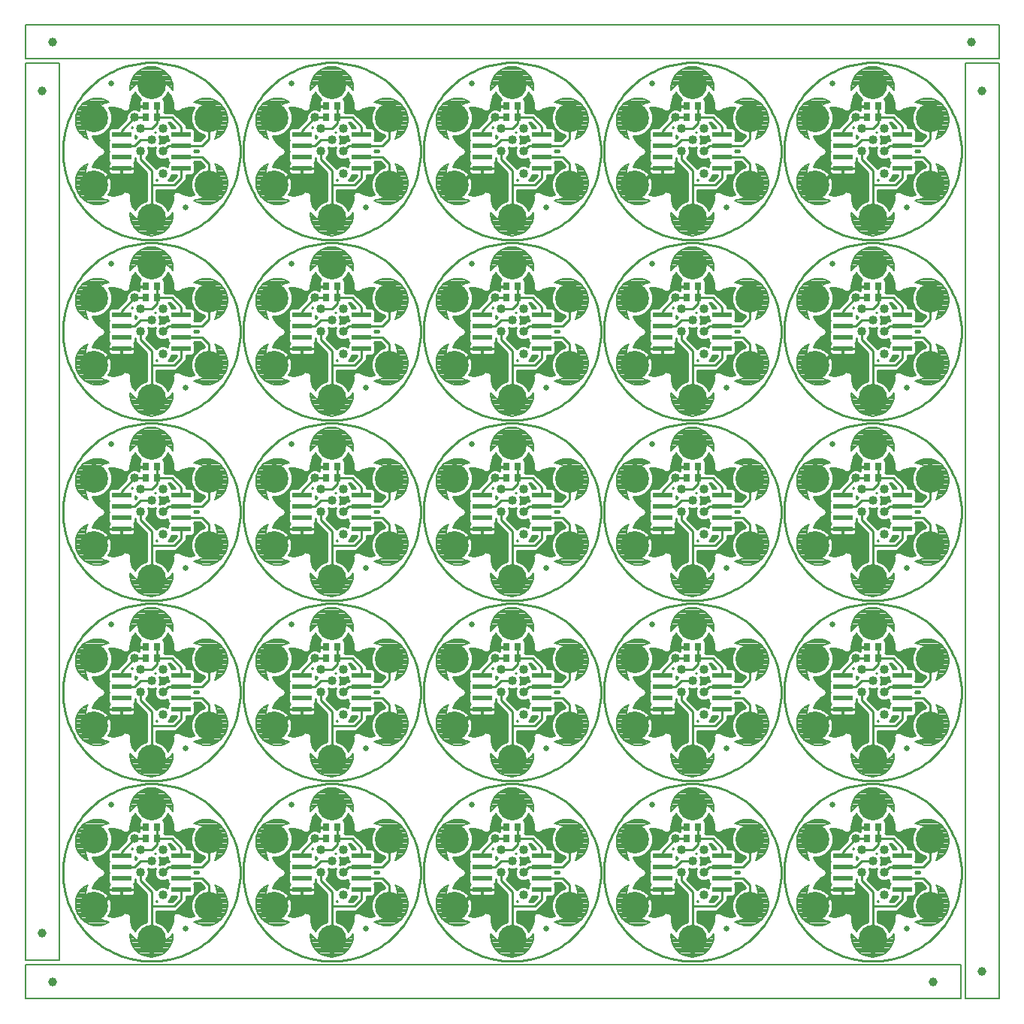
<source format=gtl>
G75*
G70*
%OFA0B0*%
%FSLAX24Y24*%
%IPPOS*%
%LPD*%
%AMOC8*
5,1,8,0,0,1.08239X$1,22.5*
%
%ADD10C,0.0100*%
%ADD11C,0.0080*%
%ADD12R,0.0870X0.0240*%
%ADD13R,0.0276X0.0354*%
%ADD14C,0.1266*%
%ADD15C,0.0250*%
%ADD16C,0.0394*%
%ADD17C,0.0400*%
D10*
X003822Y003811D02*
X003834Y003827D01*
X003886Y003916D01*
X003925Y004011D01*
X003952Y004110D01*
X003965Y004212D01*
X003965Y004314D01*
X003952Y004416D01*
X003925Y004515D01*
X003886Y004610D01*
X003885Y004611D01*
X003250Y004245D01*
X003200Y004331D01*
X003835Y004698D01*
X003834Y004699D01*
X003772Y004780D01*
X003699Y004853D01*
X003618Y004916D01*
X003529Y004967D01*
X003434Y005006D01*
X003335Y005033D01*
X003233Y005046D01*
X003131Y005046D01*
X003110Y005043D01*
X003211Y005257D01*
X003419Y005474D01*
X003535Y005547D01*
X003595Y005566D01*
X003605Y005585D01*
X003623Y005595D01*
X003644Y005660D01*
X003675Y005720D01*
X003669Y005740D01*
X003865Y005740D01*
X003805Y005680D01*
X003805Y005300D01*
X003879Y005226D01*
X003855Y005202D01*
X003835Y005168D01*
X003825Y005130D01*
X003825Y005000D01*
X004400Y005000D01*
X004400Y004980D01*
X004420Y004980D01*
X004420Y005000D01*
X004995Y005000D01*
X004995Y005130D01*
X004985Y005168D01*
X004965Y005202D01*
X004941Y005226D01*
X005015Y005300D01*
X005015Y005442D01*
X005020Y005437D01*
X005020Y005299D01*
X005519Y004800D01*
X005519Y003565D01*
X005284Y003467D01*
X005058Y003241D01*
X005015Y003138D01*
X004895Y003310D01*
X004811Y003598D01*
X004805Y003734D01*
X004818Y003794D01*
X004806Y003813D01*
X004807Y003835D01*
X004761Y003884D01*
X004725Y003941D01*
X004704Y003946D01*
X004689Y003963D01*
X004621Y003965D01*
X004556Y003980D01*
X004537Y003968D01*
X004515Y003969D01*
X004470Y003927D01*
X004349Y003863D01*
X004057Y003792D01*
X003822Y003811D01*
X003858Y003868D02*
X004358Y003868D01*
X004513Y003967D02*
X003907Y003967D01*
X003940Y004065D02*
X005519Y004065D01*
X005519Y003967D02*
X004612Y003967D01*
X004776Y003868D02*
X005519Y003868D01*
X005519Y003770D02*
X004813Y003770D01*
X004808Y003671D02*
X005519Y003671D01*
X005519Y003573D02*
X004818Y003573D01*
X004847Y003474D02*
X005301Y003474D01*
X005192Y003376D02*
X004876Y003376D01*
X004918Y003277D02*
X005094Y003277D01*
X005032Y003179D02*
X004986Y003179D01*
X005739Y002786D02*
X005739Y004240D01*
X005739Y004891D01*
X005240Y005390D01*
X005240Y005740D01*
X004990Y005990D02*
X005240Y006240D01*
X005740Y006240D01*
X006110Y006233D02*
X006507Y006233D01*
X006515Y006240D02*
X006485Y006210D01*
X006399Y006210D01*
X006299Y006110D01*
X006166Y006110D01*
X006070Y006070D01*
X006110Y006166D01*
X006110Y006314D01*
X006070Y006410D01*
X006166Y006370D01*
X006314Y006370D01*
X006450Y006426D01*
X006455Y006432D01*
X006455Y006300D01*
X006515Y006240D01*
X006455Y006331D02*
X006103Y006331D01*
X006097Y006134D02*
X006323Y006134D01*
X006490Y005990D02*
X006240Y005740D01*
X006490Y005990D02*
X007060Y005990D01*
X007990Y005990D01*
X008297Y006297D01*
X008297Y007218D01*
X008077Y006440D02*
X007842Y006537D01*
X007616Y006763D01*
X007494Y007058D01*
X007494Y007377D01*
X007616Y007673D01*
X007617Y007674D01*
X007425Y007691D01*
X007134Y007622D01*
X007014Y007560D01*
X006971Y007520D01*
X006946Y007520D01*
X006926Y007508D01*
X006862Y007523D01*
X006797Y007525D01*
X006780Y007542D01*
X006757Y007548D01*
X006722Y007604D01*
X006677Y007651D01*
X006678Y007675D01*
X006665Y007696D01*
X006679Y007754D01*
X006672Y007889D01*
X006586Y008176D01*
X006467Y008346D01*
X006421Y008235D01*
X006238Y008053D01*
X006304Y007988D01*
X006304Y007492D01*
X006301Y007490D01*
X006304Y007488D01*
X006304Y007460D01*
X006731Y007460D01*
X006860Y007331D01*
X007280Y006911D01*
X007280Y006780D01*
X007565Y006780D01*
X007665Y006680D01*
X007665Y006300D01*
X007605Y006240D01*
X007635Y006210D01*
X007899Y006210D01*
X008077Y006388D01*
X008077Y006440D01*
X008077Y006430D02*
X007665Y006430D01*
X007665Y006528D02*
X007863Y006528D01*
X007752Y006627D02*
X007665Y006627D01*
X007654Y006725D02*
X007620Y006725D01*
X007591Y006824D02*
X007280Y006824D01*
X007269Y006922D02*
X007550Y006922D01*
X007509Y007021D02*
X007171Y007021D01*
X007072Y007119D02*
X007494Y007119D01*
X007494Y007218D02*
X006974Y007218D01*
X006875Y007316D02*
X007494Y007316D01*
X007509Y007415D02*
X006777Y007415D01*
X006904Y007513D02*
X006304Y007513D01*
X006304Y007612D02*
X006715Y007612D01*
X006669Y007710D02*
X006304Y007710D01*
X006304Y007809D02*
X006676Y007809D01*
X006666Y007907D02*
X006304Y007907D01*
X006286Y008006D02*
X006637Y008006D01*
X006607Y008104D02*
X006290Y008104D01*
X006388Y008203D02*
X006567Y008203D01*
X006498Y008301D02*
X006448Y008301D01*
X005996Y007740D02*
X005996Y007240D01*
X005996Y006996D01*
X005740Y006740D01*
X005240Y006740D01*
X005090Y006401D02*
X005015Y006326D01*
X005015Y006442D01*
X005030Y006426D01*
X005090Y006401D01*
X005027Y006430D02*
X005015Y006430D01*
X005015Y006331D02*
X005020Y006331D01*
X004990Y005990D02*
X004410Y005990D01*
X004410Y006490D02*
X004410Y006660D01*
X004990Y007240D01*
X005484Y007240D01*
X005196Y007555D02*
X005064Y007610D01*
X004916Y007610D01*
X004780Y007554D01*
X004676Y007450D01*
X004620Y007314D01*
X004620Y007181D01*
X004319Y006880D01*
X004219Y006780D01*
X003905Y006780D01*
X003805Y006680D01*
X003805Y006300D01*
X003865Y006240D01*
X003805Y006180D01*
X003805Y005800D01*
X003865Y005740D01*
X003805Y005839D02*
X003638Y005839D01*
X003643Y005821D02*
X003623Y005886D01*
X003604Y005896D01*
X003594Y005915D01*
X003535Y005933D01*
X003418Y006006D01*
X003209Y006222D01*
X003118Y006414D01*
X003342Y006414D01*
X003637Y006536D01*
X003863Y006762D01*
X003985Y007057D01*
X003985Y007377D01*
X003863Y007672D01*
X003860Y007674D01*
X004049Y007690D01*
X004341Y007620D01*
X004462Y007557D01*
X004506Y007516D01*
X004529Y007516D01*
X004549Y007504D01*
X004614Y007519D01*
X004680Y007521D01*
X004696Y007538D01*
X004718Y007543D01*
X004754Y007599D01*
X004799Y007648D01*
X004798Y007671D01*
X004811Y007690D01*
X004797Y007749D01*
X004804Y007885D01*
X004889Y008173D01*
X005012Y008350D01*
X005059Y008235D01*
X005256Y008038D01*
X005254Y008037D01*
X005226Y008009D01*
X005207Y007975D01*
X005196Y007937D01*
X005196Y007759D01*
X005465Y007759D01*
X005465Y007721D01*
X005196Y007721D01*
X005196Y007555D01*
X005196Y007612D02*
X004765Y007612D01*
X004740Y007513D02*
X004588Y007513D01*
X004534Y007513D02*
X003929Y007513D01*
X003969Y007415D02*
X004662Y007415D01*
X004621Y007316D02*
X003985Y007316D01*
X003985Y007218D02*
X004620Y007218D01*
X004558Y007119D02*
X003985Y007119D01*
X003970Y007021D02*
X004459Y007021D01*
X004361Y006922D02*
X003929Y006922D01*
X003888Y006824D02*
X004262Y006824D01*
X003850Y006725D02*
X003826Y006725D01*
X003805Y006627D02*
X003727Y006627D01*
X003805Y006528D02*
X003617Y006528D01*
X003805Y006430D02*
X003379Y006430D01*
X003157Y006331D02*
X003805Y006331D01*
X003857Y006233D02*
X003204Y006233D01*
X003295Y006134D02*
X003805Y006134D01*
X003805Y006036D02*
X003390Y006036D01*
X003529Y005937D02*
X003805Y005937D01*
X003643Y005821D02*
X003675Y005761D01*
X003669Y005740D01*
X003638Y005641D02*
X003805Y005641D01*
X003805Y005543D02*
X003529Y005543D01*
X003391Y005444D02*
X003805Y005444D01*
X003805Y005346D02*
X003297Y005346D01*
X003207Y005247D02*
X003857Y005247D01*
X003830Y005149D02*
X003160Y005149D01*
X003114Y005050D02*
X003825Y005050D01*
X003825Y004980D02*
X003825Y004850D01*
X003835Y004812D01*
X003855Y004778D01*
X003883Y004750D01*
X003917Y004730D01*
X003955Y004720D01*
X004400Y004720D01*
X004400Y004980D01*
X003825Y004980D01*
X003825Y004952D02*
X003555Y004952D01*
X003699Y004853D02*
X003825Y004853D01*
X003791Y004755D02*
X003878Y004755D01*
X003763Y004656D02*
X005519Y004656D01*
X005519Y004558D02*
X003907Y004558D01*
X003940Y004459D02*
X005519Y004459D01*
X005519Y004361D02*
X003959Y004361D01*
X003965Y004262D02*
X005519Y004262D01*
X005519Y004164D02*
X003959Y004164D01*
X003793Y004558D02*
X003593Y004558D01*
X003622Y004459D02*
X003422Y004459D01*
X003452Y004361D02*
X003252Y004361D01*
X003240Y004262D02*
X003281Y004262D01*
X004400Y004755D02*
X004420Y004755D01*
X004420Y004720D02*
X004865Y004720D01*
X004903Y004730D01*
X004937Y004750D01*
X004965Y004778D01*
X004985Y004812D01*
X004995Y004850D01*
X004995Y004980D01*
X004420Y004980D01*
X004420Y004720D01*
X004420Y004853D02*
X004400Y004853D01*
X004400Y004952D02*
X004420Y004952D01*
X004942Y004755D02*
X005519Y004755D01*
X005465Y004853D02*
X004995Y004853D01*
X004995Y004952D02*
X005367Y004952D01*
X005268Y005050D02*
X004995Y005050D01*
X004990Y005149D02*
X005170Y005149D01*
X005071Y005247D02*
X004963Y005247D01*
X005015Y005346D02*
X005020Y005346D01*
X005482Y005459D02*
X005554Y005530D01*
X005610Y005666D01*
X005610Y005814D01*
X005570Y005910D01*
X005666Y005870D01*
X005814Y005870D01*
X005910Y005910D01*
X005870Y005814D01*
X005870Y005666D01*
X005926Y005530D01*
X006030Y005426D01*
X006166Y005370D01*
X006314Y005370D01*
X006450Y005426D01*
X006455Y005432D01*
X006455Y005300D01*
X006515Y005240D01*
X006455Y005180D01*
X006455Y005048D01*
X006450Y005054D01*
X006314Y005110D01*
X006166Y005110D01*
X006030Y005054D01*
X005959Y004982D01*
X005959Y004982D01*
X005482Y005459D01*
X005497Y005444D02*
X006012Y005444D01*
X005921Y005543D02*
X005559Y005543D01*
X005600Y005641D02*
X005880Y005641D01*
X005870Y005740D02*
X005610Y005740D01*
X005600Y005839D02*
X005880Y005839D01*
X001803Y005740D02*
X001808Y005933D01*
X001822Y006126D01*
X001846Y006318D01*
X001879Y006508D01*
X001921Y006697D01*
X001973Y006883D01*
X002033Y007066D01*
X002103Y007247D01*
X002181Y007423D01*
X002268Y007596D01*
X002363Y007764D01*
X002467Y007927D01*
X002578Y008085D01*
X002697Y008238D01*
X002823Y008384D01*
X002956Y008524D01*
X003096Y008657D01*
X003242Y008783D01*
X003395Y008902D01*
X003553Y009013D01*
X003716Y009117D01*
X003884Y009212D01*
X004057Y009299D01*
X004233Y009377D01*
X004414Y009447D01*
X004597Y009507D01*
X004783Y009559D01*
X004972Y009601D01*
X005162Y009634D01*
X005354Y009658D01*
X005547Y009672D01*
X005740Y009677D01*
X005933Y009672D01*
X006126Y009658D01*
X006318Y009634D01*
X006508Y009601D01*
X006697Y009559D01*
X006883Y009507D01*
X007066Y009447D01*
X007247Y009377D01*
X007423Y009299D01*
X007596Y009212D01*
X007764Y009117D01*
X007927Y009013D01*
X008085Y008902D01*
X008238Y008783D01*
X008384Y008657D01*
X008524Y008524D01*
X008657Y008384D01*
X008783Y008238D01*
X008902Y008085D01*
X009013Y007927D01*
X009117Y007764D01*
X009212Y007596D01*
X009299Y007423D01*
X009377Y007247D01*
X009447Y007066D01*
X009507Y006883D01*
X009559Y006697D01*
X009601Y006508D01*
X009634Y006318D01*
X009658Y006126D01*
X009672Y005933D01*
X009677Y005740D01*
X009672Y005547D01*
X009658Y005354D01*
X009634Y005162D01*
X009601Y004972D01*
X009559Y004783D01*
X009507Y004597D01*
X009447Y004414D01*
X009377Y004233D01*
X009299Y004057D01*
X009212Y003884D01*
X009117Y003716D01*
X009013Y003553D01*
X008902Y003395D01*
X008783Y003242D01*
X008657Y003096D01*
X008524Y002956D01*
X008384Y002823D01*
X008238Y002697D01*
X008085Y002578D01*
X007927Y002467D01*
X007764Y002363D01*
X007596Y002268D01*
X007423Y002181D01*
X007247Y002103D01*
X007066Y002033D01*
X006883Y001973D01*
X006697Y001921D01*
X006508Y001879D01*
X006318Y001846D01*
X006126Y001822D01*
X005933Y001808D01*
X005740Y001803D01*
X005547Y001808D01*
X005354Y001822D01*
X005162Y001846D01*
X004972Y001879D01*
X004783Y001921D01*
X004597Y001973D01*
X004414Y002033D01*
X004233Y002103D01*
X004057Y002181D01*
X003884Y002268D01*
X003716Y002363D01*
X003553Y002467D01*
X003395Y002578D01*
X003242Y002697D01*
X003096Y002823D01*
X002956Y002956D01*
X002823Y003096D01*
X002697Y003242D01*
X002578Y003395D01*
X002467Y003553D01*
X002363Y003716D01*
X002268Y003884D01*
X002181Y004057D01*
X002103Y004233D01*
X002033Y004414D01*
X001973Y004597D01*
X001921Y004783D01*
X001879Y004972D01*
X001846Y005162D01*
X001822Y005354D01*
X001808Y005547D01*
X001803Y005740D01*
X003888Y007612D02*
X004357Y007612D01*
X004806Y007710D02*
X005196Y007710D01*
X005196Y007809D02*
X004800Y007809D01*
X004810Y007907D02*
X005196Y007907D01*
X005224Y008006D02*
X004839Y008006D01*
X004868Y008104D02*
X005190Y008104D01*
X005092Y008203D02*
X004909Y008203D01*
X004978Y008301D02*
X005032Y008301D01*
X005996Y007240D02*
X006640Y007240D01*
X007060Y006820D01*
X007060Y006490D01*
X006789Y006780D02*
X006610Y006780D01*
X006610Y006814D01*
X006554Y006950D01*
X006483Y007020D01*
X006549Y007020D01*
X006789Y006780D01*
X006745Y006824D02*
X006606Y006824D01*
X006565Y006922D02*
X006647Y006922D01*
X006453Y006430D02*
X006455Y006430D01*
X005910Y006570D02*
X005890Y006579D01*
X005901Y006590D01*
X005910Y006570D01*
X004870Y006780D02*
X004870Y006809D01*
X004841Y006780D01*
X004870Y006780D01*
X005595Y005346D02*
X006455Y005346D01*
X006507Y005247D02*
X005694Y005247D01*
X005792Y005149D02*
X006455Y005149D01*
X006453Y005050D02*
X006455Y005050D01*
X006610Y004700D02*
X006840Y004700D01*
X006840Y004651D01*
X006649Y004460D01*
X006483Y004460D01*
X006554Y004530D01*
X006610Y004666D01*
X006610Y004700D01*
X006606Y004656D02*
X006840Y004656D01*
X006747Y004558D02*
X006565Y004558D01*
X006740Y004240D02*
X005739Y004240D01*
X005959Y004020D02*
X006831Y004020D01*
X006960Y004149D01*
X007280Y004469D01*
X007280Y004700D01*
X007565Y004700D01*
X007665Y004800D01*
X007665Y005180D01*
X007605Y005240D01*
X007635Y005270D01*
X007899Y005270D01*
X008078Y005091D01*
X008078Y005042D01*
X007843Y004945D01*
X007617Y004719D01*
X007494Y004424D01*
X007494Y004104D01*
X007617Y003809D01*
X007622Y003803D01*
X007428Y003788D01*
X007135Y003859D01*
X007014Y003923D01*
X006970Y003964D01*
X006947Y003964D01*
X006928Y003976D01*
X006863Y003961D01*
X006796Y003959D01*
X006780Y003942D01*
X006758Y003937D01*
X006723Y003881D01*
X006677Y003832D01*
X006678Y003809D01*
X006666Y003790D01*
X006679Y003731D01*
X006672Y003595D01*
X006587Y003307D01*
X006465Y003132D01*
X006419Y003241D01*
X006194Y003467D01*
X005959Y003565D01*
X005959Y004020D01*
X005959Y003967D02*
X006889Y003967D01*
X006942Y003967D02*
X007551Y003967D01*
X007511Y004065D02*
X006877Y004065D01*
X006975Y004164D02*
X007494Y004164D01*
X007494Y004262D02*
X007074Y004262D01*
X007172Y004361D02*
X007494Y004361D01*
X007509Y004459D02*
X007271Y004459D01*
X007280Y004558D02*
X007550Y004558D01*
X007591Y004656D02*
X007280Y004656D01*
X007060Y004560D02*
X006740Y004240D01*
X006711Y003868D02*
X005959Y003868D01*
X005959Y003770D02*
X006670Y003770D01*
X006676Y003671D02*
X005959Y003671D01*
X005959Y003573D02*
X006666Y003573D01*
X006672Y003595D02*
X006672Y003595D01*
X006637Y003474D02*
X006176Y003474D01*
X006285Y003376D02*
X006607Y003376D01*
X006566Y003277D02*
X006383Y003277D01*
X006445Y003179D02*
X006497Y003179D01*
X007118Y003868D02*
X007592Y003868D01*
X008298Y004264D02*
X008298Y005182D01*
X007990Y005490D01*
X007060Y005490D01*
X007060Y004990D02*
X007060Y004560D01*
X007620Y004755D02*
X007653Y004755D01*
X007665Y004853D02*
X007751Y004853D01*
X007665Y004952D02*
X007860Y004952D01*
X007665Y005050D02*
X008078Y005050D01*
X008020Y005149D02*
X007665Y005149D01*
X007613Y005247D02*
X007921Y005247D01*
X007813Y005710D02*
X007635Y005710D01*
X007605Y005740D01*
X007815Y005740D01*
X007816Y005739D02*
X007809Y005718D01*
X007813Y005710D01*
X007816Y005739D02*
X007809Y005760D01*
X007814Y005770D01*
X007635Y005770D01*
X007605Y005740D01*
X007613Y006233D02*
X007921Y006233D01*
X008020Y006331D02*
X007665Y006331D01*
X007550Y007513D02*
X006934Y007513D01*
X007114Y007612D02*
X007591Y007612D01*
X006027Y005050D02*
X005891Y005050D01*
X005959Y004498D02*
X005997Y004460D01*
X005959Y004460D01*
X005959Y004498D01*
X011110Y005043D02*
X011211Y005257D01*
X011419Y005474D01*
X011535Y005547D01*
X011595Y005566D01*
X011605Y005585D01*
X011623Y005595D01*
X011644Y005660D01*
X011675Y005720D01*
X011669Y005740D01*
X011865Y005740D01*
X011805Y005680D01*
X011805Y005300D01*
X011879Y005226D01*
X011855Y005202D01*
X011835Y005168D01*
X011825Y005130D01*
X011825Y005000D01*
X012400Y005000D01*
X012400Y004980D01*
X012420Y004980D01*
X012420Y005000D01*
X012995Y005000D01*
X012995Y005130D01*
X012985Y005168D01*
X012965Y005202D01*
X012941Y005226D01*
X013015Y005300D01*
X013015Y005442D01*
X013020Y005437D01*
X013020Y005299D01*
X013519Y004800D01*
X013519Y003565D01*
X013284Y003467D01*
X013058Y003241D01*
X013015Y003138D01*
X012895Y003310D01*
X012811Y003598D01*
X012805Y003734D01*
X012818Y003794D01*
X012806Y003813D01*
X012807Y003835D01*
X012761Y003884D01*
X012725Y003941D01*
X012704Y003946D01*
X012689Y003963D01*
X012621Y003965D01*
X012556Y003980D01*
X012537Y003968D01*
X012515Y003969D01*
X012470Y003927D01*
X012349Y003863D01*
X012057Y003792D01*
X011822Y003811D01*
X011834Y003827D01*
X011886Y003916D01*
X011925Y004011D01*
X011952Y004110D01*
X011965Y004212D01*
X011965Y004314D01*
X011952Y004416D01*
X011925Y004515D01*
X011886Y004610D01*
X011885Y004611D01*
X011250Y004245D01*
X011200Y004331D01*
X011835Y004698D01*
X011834Y004699D01*
X011772Y004780D01*
X011699Y004853D01*
X011618Y004916D01*
X011529Y004967D01*
X011434Y005006D01*
X011335Y005033D01*
X011233Y005046D01*
X011131Y005046D01*
X011110Y005043D01*
X011114Y005050D02*
X011825Y005050D01*
X011825Y004980D02*
X011825Y004850D01*
X011835Y004812D01*
X011855Y004778D01*
X011883Y004750D01*
X011917Y004730D01*
X011955Y004720D01*
X012400Y004720D01*
X012400Y004980D01*
X011825Y004980D01*
X011825Y004952D02*
X011555Y004952D01*
X011699Y004853D02*
X011825Y004853D01*
X011791Y004755D02*
X011878Y004755D01*
X011763Y004656D02*
X013519Y004656D01*
X013519Y004558D02*
X011907Y004558D01*
X011940Y004459D02*
X013519Y004459D01*
X013519Y004361D02*
X011959Y004361D01*
X011965Y004262D02*
X013519Y004262D01*
X013519Y004164D02*
X011959Y004164D01*
X011940Y004065D02*
X013519Y004065D01*
X013519Y003967D02*
X012612Y003967D01*
X012513Y003967D02*
X011907Y003967D01*
X011858Y003868D02*
X012358Y003868D01*
X012776Y003868D02*
X013519Y003868D01*
X013519Y003770D02*
X012813Y003770D01*
X012808Y003671D02*
X013519Y003671D01*
X013519Y003573D02*
X012818Y003573D01*
X012847Y003474D02*
X013301Y003474D01*
X013192Y003376D02*
X012876Y003376D01*
X012918Y003277D02*
X013094Y003277D01*
X013032Y003179D02*
X012986Y003179D01*
X013739Y002786D02*
X013739Y004240D01*
X013739Y004891D01*
X013240Y005390D01*
X013240Y005740D01*
X012990Y005990D02*
X013240Y006240D01*
X013740Y006240D01*
X014110Y006233D02*
X014507Y006233D01*
X014515Y006240D02*
X014485Y006210D01*
X014399Y006210D01*
X014299Y006110D01*
X014166Y006110D01*
X014070Y006070D01*
X014110Y006166D01*
X014110Y006314D01*
X014070Y006410D01*
X014166Y006370D01*
X014314Y006370D01*
X014450Y006426D01*
X014455Y006432D01*
X014455Y006300D01*
X014515Y006240D01*
X014455Y006331D02*
X014103Y006331D01*
X014097Y006134D02*
X014323Y006134D01*
X014490Y005990D02*
X014240Y005740D01*
X014490Y005990D02*
X015060Y005990D01*
X015990Y005990D01*
X016297Y006297D01*
X016297Y007218D01*
X015752Y006627D02*
X015665Y006627D01*
X015665Y006680D02*
X015565Y006780D01*
X015280Y006780D01*
X015280Y006911D01*
X014860Y007331D01*
X014731Y007460D01*
X014304Y007460D01*
X014304Y007488D01*
X014301Y007490D01*
X014304Y007492D01*
X014304Y007988D01*
X014238Y008053D01*
X014421Y008235D01*
X014467Y008346D01*
X014586Y008176D01*
X014672Y007889D01*
X014679Y007754D01*
X014665Y007696D01*
X014678Y007675D01*
X014677Y007651D01*
X014722Y007604D01*
X014757Y007548D01*
X014780Y007542D01*
X014797Y007525D01*
X014862Y007523D01*
X014926Y007508D01*
X014946Y007520D01*
X014971Y007520D01*
X015014Y007560D01*
X015134Y007622D01*
X015425Y007691D01*
X015617Y007674D01*
X015616Y007673D01*
X015494Y007377D01*
X015494Y007058D01*
X015616Y006763D01*
X015842Y006537D01*
X016077Y006440D01*
X016077Y006388D01*
X015899Y006210D01*
X015635Y006210D01*
X015605Y006240D01*
X015665Y006300D01*
X015665Y006680D01*
X015654Y006725D02*
X015620Y006725D01*
X015591Y006824D02*
X015280Y006824D01*
X015269Y006922D02*
X015550Y006922D01*
X015509Y007021D02*
X015171Y007021D01*
X015072Y007119D02*
X015494Y007119D01*
X015494Y007218D02*
X014974Y007218D01*
X014875Y007316D02*
X015494Y007316D01*
X015509Y007415D02*
X014777Y007415D01*
X014904Y007513D02*
X014304Y007513D01*
X014304Y007612D02*
X014715Y007612D01*
X014669Y007710D02*
X014304Y007710D01*
X014304Y007809D02*
X014676Y007809D01*
X014666Y007907D02*
X014304Y007907D01*
X014286Y008006D02*
X014637Y008006D01*
X014607Y008104D02*
X014290Y008104D01*
X014388Y008203D02*
X014567Y008203D01*
X014498Y008301D02*
X014448Y008301D01*
X013996Y007740D02*
X013996Y007240D01*
X013996Y006996D01*
X013740Y006740D01*
X013240Y006740D01*
X013090Y006401D02*
X013015Y006326D01*
X013015Y006442D01*
X013030Y006426D01*
X013090Y006401D01*
X013027Y006430D02*
X013015Y006430D01*
X013015Y006331D02*
X013020Y006331D01*
X012990Y005990D02*
X012410Y005990D01*
X012410Y006490D02*
X012410Y006660D01*
X012990Y007240D01*
X013484Y007240D01*
X013196Y007555D02*
X013064Y007610D01*
X012916Y007610D01*
X012780Y007554D01*
X012676Y007450D01*
X012620Y007314D01*
X012620Y007181D01*
X012319Y006880D01*
X012219Y006780D01*
X011905Y006780D01*
X011805Y006680D01*
X011805Y006300D01*
X011865Y006240D01*
X011805Y006180D01*
X011805Y005800D01*
X011865Y005740D01*
X011805Y005839D02*
X011638Y005839D01*
X011643Y005821D02*
X011623Y005886D01*
X011604Y005896D01*
X011594Y005915D01*
X011535Y005933D01*
X011418Y006006D01*
X011209Y006222D01*
X011118Y006414D01*
X011342Y006414D01*
X011637Y006536D01*
X011863Y006762D01*
X011985Y007057D01*
X011985Y007377D01*
X011863Y007672D01*
X011860Y007674D01*
X012049Y007690D01*
X012341Y007620D01*
X012462Y007557D01*
X012506Y007516D01*
X012529Y007516D01*
X012549Y007504D01*
X012614Y007519D01*
X012680Y007521D01*
X012696Y007538D01*
X012718Y007543D01*
X012754Y007599D01*
X012799Y007648D01*
X012798Y007671D01*
X012811Y007690D01*
X012797Y007749D01*
X012804Y007885D01*
X012889Y008173D01*
X013012Y008350D01*
X013059Y008235D01*
X013256Y008038D01*
X013254Y008037D01*
X013226Y008009D01*
X013207Y007975D01*
X013196Y007937D01*
X013196Y007759D01*
X013465Y007759D01*
X013465Y007721D01*
X013196Y007721D01*
X013196Y007555D01*
X013196Y007612D02*
X012765Y007612D01*
X012740Y007513D02*
X012588Y007513D01*
X012534Y007513D02*
X011929Y007513D01*
X011969Y007415D02*
X012662Y007415D01*
X012621Y007316D02*
X011985Y007316D01*
X011985Y007218D02*
X012620Y007218D01*
X012558Y007119D02*
X011985Y007119D01*
X011970Y007021D02*
X012459Y007021D01*
X012361Y006922D02*
X011929Y006922D01*
X011888Y006824D02*
X012262Y006824D01*
X011850Y006725D02*
X011826Y006725D01*
X011805Y006627D02*
X011727Y006627D01*
X011805Y006528D02*
X011617Y006528D01*
X011805Y006430D02*
X011379Y006430D01*
X011157Y006331D02*
X011805Y006331D01*
X011857Y006233D02*
X011204Y006233D01*
X011295Y006134D02*
X011805Y006134D01*
X011805Y006036D02*
X011390Y006036D01*
X011529Y005937D02*
X011805Y005937D01*
X011643Y005821D02*
X011675Y005761D01*
X011669Y005740D01*
X011638Y005641D02*
X011805Y005641D01*
X011805Y005543D02*
X011529Y005543D01*
X011391Y005444D02*
X011805Y005444D01*
X011805Y005346D02*
X011297Y005346D01*
X011207Y005247D02*
X011857Y005247D01*
X011830Y005149D02*
X011160Y005149D01*
X011593Y004558D02*
X011793Y004558D01*
X011622Y004459D02*
X011422Y004459D01*
X011452Y004361D02*
X011252Y004361D01*
X011240Y004262D02*
X011281Y004262D01*
X012400Y004755D02*
X012420Y004755D01*
X012420Y004720D02*
X012865Y004720D01*
X012903Y004730D01*
X012937Y004750D01*
X012965Y004778D01*
X012985Y004812D01*
X012995Y004850D01*
X012995Y004980D01*
X012420Y004980D01*
X012420Y004720D01*
X012420Y004853D02*
X012400Y004853D01*
X012400Y004952D02*
X012420Y004952D01*
X012942Y004755D02*
X013519Y004755D01*
X013465Y004853D02*
X012995Y004853D01*
X012995Y004952D02*
X013367Y004952D01*
X013268Y005050D02*
X012995Y005050D01*
X012990Y005149D02*
X013170Y005149D01*
X013071Y005247D02*
X012963Y005247D01*
X013015Y005346D02*
X013020Y005346D01*
X013482Y005459D02*
X013554Y005530D01*
X013610Y005666D01*
X013610Y005814D01*
X013570Y005910D01*
X013666Y005870D01*
X013814Y005870D01*
X013910Y005910D01*
X013870Y005814D01*
X013870Y005666D01*
X013926Y005530D01*
X014030Y005426D01*
X014166Y005370D01*
X014314Y005370D01*
X014450Y005426D01*
X014455Y005432D01*
X014455Y005300D01*
X014515Y005240D01*
X014455Y005180D01*
X014455Y005048D01*
X014450Y005054D01*
X014314Y005110D01*
X014166Y005110D01*
X014030Y005054D01*
X013959Y004982D01*
X013959Y004982D01*
X013482Y005459D01*
X013497Y005444D02*
X014012Y005444D01*
X013921Y005543D02*
X013559Y005543D01*
X013600Y005641D02*
X013880Y005641D01*
X013870Y005740D02*
X013610Y005740D01*
X013600Y005839D02*
X013880Y005839D01*
X009803Y005740D02*
X009808Y005933D01*
X009822Y006126D01*
X009846Y006318D01*
X009879Y006508D01*
X009921Y006697D01*
X009973Y006883D01*
X010033Y007066D01*
X010103Y007247D01*
X010181Y007423D01*
X010268Y007596D01*
X010363Y007764D01*
X010467Y007927D01*
X010578Y008085D01*
X010697Y008238D01*
X010823Y008384D01*
X010956Y008524D01*
X011096Y008657D01*
X011242Y008783D01*
X011395Y008902D01*
X011553Y009013D01*
X011716Y009117D01*
X011884Y009212D01*
X012057Y009299D01*
X012233Y009377D01*
X012414Y009447D01*
X012597Y009507D01*
X012783Y009559D01*
X012972Y009601D01*
X013162Y009634D01*
X013354Y009658D01*
X013547Y009672D01*
X013740Y009677D01*
X013933Y009672D01*
X014126Y009658D01*
X014318Y009634D01*
X014508Y009601D01*
X014697Y009559D01*
X014883Y009507D01*
X015066Y009447D01*
X015247Y009377D01*
X015423Y009299D01*
X015596Y009212D01*
X015764Y009117D01*
X015927Y009013D01*
X016085Y008902D01*
X016238Y008783D01*
X016384Y008657D01*
X016524Y008524D01*
X016657Y008384D01*
X016783Y008238D01*
X016902Y008085D01*
X017013Y007927D01*
X017117Y007764D01*
X017212Y007596D01*
X017299Y007423D01*
X017377Y007247D01*
X017447Y007066D01*
X017507Y006883D01*
X017559Y006697D01*
X017601Y006508D01*
X017634Y006318D01*
X017658Y006126D01*
X017672Y005933D01*
X017677Y005740D01*
X017672Y005547D01*
X017658Y005354D01*
X017634Y005162D01*
X017601Y004972D01*
X017559Y004783D01*
X017507Y004597D01*
X017447Y004414D01*
X017377Y004233D01*
X017299Y004057D01*
X017212Y003884D01*
X017117Y003716D01*
X017013Y003553D01*
X016902Y003395D01*
X016783Y003242D01*
X016657Y003096D01*
X016524Y002956D01*
X016384Y002823D01*
X016238Y002697D01*
X016085Y002578D01*
X015927Y002467D01*
X015764Y002363D01*
X015596Y002268D01*
X015423Y002181D01*
X015247Y002103D01*
X015066Y002033D01*
X014883Y001973D01*
X014697Y001921D01*
X014508Y001879D01*
X014318Y001846D01*
X014126Y001822D01*
X013933Y001808D01*
X013740Y001803D01*
X013547Y001808D01*
X013354Y001822D01*
X013162Y001846D01*
X012972Y001879D01*
X012783Y001921D01*
X012597Y001973D01*
X012414Y002033D01*
X012233Y002103D01*
X012057Y002181D01*
X011884Y002268D01*
X011716Y002363D01*
X011553Y002467D01*
X011395Y002578D01*
X011242Y002697D01*
X011096Y002823D01*
X010956Y002956D01*
X010823Y003096D01*
X010697Y003242D01*
X010578Y003395D01*
X010467Y003553D01*
X010363Y003716D01*
X010268Y003884D01*
X010181Y004057D01*
X010103Y004233D01*
X010033Y004414D01*
X009973Y004597D01*
X009921Y004783D01*
X009879Y004972D01*
X009846Y005162D01*
X009822Y005354D01*
X009808Y005547D01*
X009803Y005740D01*
X011888Y007612D02*
X012357Y007612D01*
X012806Y007710D02*
X013196Y007710D01*
X013196Y007809D02*
X012800Y007809D01*
X012810Y007907D02*
X013196Y007907D01*
X013224Y008006D02*
X012839Y008006D01*
X012868Y008104D02*
X013190Y008104D01*
X013092Y008203D02*
X012909Y008203D01*
X012978Y008301D02*
X013032Y008301D01*
X013996Y007240D02*
X014640Y007240D01*
X015060Y006820D01*
X015060Y006490D01*
X014789Y006780D02*
X014610Y006780D01*
X014610Y006814D01*
X014554Y006950D01*
X014483Y007020D01*
X014549Y007020D01*
X014789Y006780D01*
X014745Y006824D02*
X014606Y006824D01*
X014565Y006922D02*
X014647Y006922D01*
X014453Y006430D02*
X014455Y006430D01*
X013910Y006570D02*
X013890Y006579D01*
X013901Y006590D01*
X013910Y006570D01*
X012870Y006780D02*
X012870Y006809D01*
X012841Y006780D01*
X012870Y006780D01*
X013595Y005346D02*
X014455Y005346D01*
X014507Y005247D02*
X013694Y005247D01*
X013792Y005149D02*
X014455Y005149D01*
X014453Y005050D02*
X014455Y005050D01*
X014610Y004700D02*
X014840Y004700D01*
X014840Y004651D01*
X014649Y004460D01*
X014483Y004460D01*
X014554Y004530D01*
X014610Y004666D01*
X014610Y004700D01*
X014606Y004656D02*
X014840Y004656D01*
X014747Y004558D02*
X014565Y004558D01*
X014740Y004240D02*
X013739Y004240D01*
X013959Y004020D02*
X013959Y003565D01*
X014194Y003467D01*
X014419Y003241D01*
X014465Y003132D01*
X014587Y003307D01*
X014672Y003595D01*
X014679Y003731D01*
X014666Y003790D01*
X014678Y003809D01*
X014677Y003832D01*
X014723Y003881D01*
X014758Y003937D01*
X014780Y003942D01*
X014796Y003959D01*
X014863Y003961D01*
X014928Y003976D01*
X014947Y003964D01*
X014970Y003964D01*
X015014Y003923D01*
X015135Y003859D01*
X015428Y003788D01*
X015622Y003803D01*
X015617Y003809D01*
X015494Y004104D01*
X015494Y004424D01*
X015617Y004719D01*
X015843Y004945D01*
X016078Y005042D01*
X016078Y005091D01*
X015899Y005270D01*
X015635Y005270D01*
X015605Y005240D01*
X015665Y005180D01*
X015665Y004800D01*
X015565Y004700D01*
X015280Y004700D01*
X015280Y004469D01*
X014960Y004149D01*
X014831Y004020D01*
X013959Y004020D01*
X013959Y003967D02*
X014889Y003967D01*
X014942Y003967D02*
X015551Y003967D01*
X015511Y004065D02*
X014877Y004065D01*
X014975Y004164D02*
X015494Y004164D01*
X015494Y004262D02*
X015074Y004262D01*
X015172Y004361D02*
X015494Y004361D01*
X015509Y004459D02*
X015271Y004459D01*
X015280Y004558D02*
X015550Y004558D01*
X015591Y004656D02*
X015280Y004656D01*
X015060Y004560D02*
X015060Y004990D01*
X015060Y004560D02*
X014740Y004240D01*
X014711Y003868D02*
X013959Y003868D01*
X013959Y003770D02*
X014670Y003770D01*
X014676Y003671D02*
X013959Y003671D01*
X013959Y003573D02*
X014666Y003573D01*
X014637Y003474D02*
X014176Y003474D01*
X014285Y003376D02*
X014607Y003376D01*
X014566Y003277D02*
X014383Y003277D01*
X014445Y003179D02*
X014497Y003179D01*
X015118Y003868D02*
X015592Y003868D01*
X016298Y004264D02*
X016298Y005182D01*
X015990Y005490D01*
X015060Y005490D01*
X015605Y005740D02*
X015815Y005740D01*
X015816Y005739D02*
X015809Y005718D01*
X015813Y005710D01*
X015635Y005710D01*
X015605Y005740D01*
X015635Y005770D01*
X015814Y005770D01*
X015809Y005760D01*
X015816Y005739D01*
X015921Y005247D02*
X015613Y005247D01*
X015665Y005149D02*
X016020Y005149D01*
X016078Y005050D02*
X015665Y005050D01*
X015665Y004952D02*
X015860Y004952D01*
X015751Y004853D02*
X015665Y004853D01*
X015653Y004755D02*
X015620Y004755D01*
X014027Y005050D02*
X013891Y005050D01*
X013959Y004498D02*
X013997Y004460D01*
X013959Y004460D01*
X013959Y004498D01*
X015613Y006233D02*
X015921Y006233D01*
X016020Y006331D02*
X015665Y006331D01*
X015665Y006430D02*
X016077Y006430D01*
X015863Y006528D02*
X015665Y006528D01*
X015550Y007513D02*
X014934Y007513D01*
X015114Y007612D02*
X015591Y007612D01*
X013739Y010786D02*
X013739Y012240D01*
X013739Y012891D01*
X013240Y013390D01*
X013240Y013740D01*
X012990Y013990D02*
X013240Y014240D01*
X013740Y014240D01*
X013890Y014579D02*
X013910Y014570D01*
X013901Y014590D01*
X013890Y014579D01*
X013740Y014740D02*
X013240Y014740D01*
X013090Y014401D02*
X013015Y014326D01*
X013015Y014442D01*
X013030Y014426D01*
X013090Y014401D01*
X013075Y014408D02*
X013015Y014408D01*
X012870Y014780D02*
X012870Y014809D01*
X012841Y014780D01*
X012870Y014780D01*
X012870Y014802D02*
X012863Y014802D01*
X012536Y015098D02*
X011985Y015098D01*
X011985Y015057D02*
X011985Y015377D01*
X011863Y015672D01*
X011860Y015674D01*
X012049Y015690D01*
X012341Y015620D01*
X012462Y015557D01*
X012506Y015516D01*
X012529Y015516D01*
X012549Y015504D01*
X012614Y015519D01*
X012680Y015521D01*
X012696Y015538D01*
X012718Y015543D01*
X012754Y015599D01*
X012799Y015648D01*
X012798Y015671D01*
X012811Y015690D01*
X012797Y015749D01*
X012804Y015885D01*
X012889Y016173D01*
X013012Y016350D01*
X013059Y016235D01*
X013256Y016038D01*
X013254Y016037D01*
X013226Y016009D01*
X013207Y015975D01*
X013196Y015937D01*
X013196Y015759D01*
X013465Y015759D01*
X013465Y015721D01*
X013196Y015721D01*
X013196Y015555D01*
X013064Y015610D01*
X012916Y015610D01*
X012780Y015554D01*
X012676Y015450D01*
X012620Y015314D01*
X012620Y015181D01*
X012319Y014880D01*
X012219Y014780D01*
X011905Y014780D01*
X011805Y014680D01*
X011805Y014300D01*
X011865Y014240D01*
X011805Y014180D01*
X011805Y013800D01*
X011865Y013740D01*
X011805Y013680D01*
X011805Y013300D01*
X011879Y013226D01*
X011855Y013202D01*
X011835Y013168D01*
X011825Y013130D01*
X011825Y013000D01*
X012400Y013000D01*
X012400Y012980D01*
X012420Y012980D01*
X012420Y013000D01*
X012995Y013000D01*
X012995Y013130D01*
X012985Y013168D01*
X012965Y013202D01*
X012941Y013226D01*
X013015Y013300D01*
X013015Y013442D01*
X013020Y013437D01*
X013020Y013299D01*
X013519Y012800D01*
X013519Y011565D01*
X013284Y011467D01*
X013058Y011241D01*
X013015Y011138D01*
X012895Y011310D01*
X012811Y011598D01*
X012805Y011734D01*
X012818Y011794D01*
X012806Y011813D01*
X012807Y011835D01*
X012761Y011884D01*
X012725Y011941D01*
X012704Y011946D01*
X012689Y011963D01*
X012621Y011965D01*
X012556Y011980D01*
X012537Y011968D01*
X012515Y011969D01*
X012470Y011927D01*
X012349Y011863D01*
X012057Y011792D01*
X011822Y011811D01*
X011834Y011827D01*
X011886Y011916D01*
X011925Y012011D01*
X011952Y012110D01*
X011965Y012212D01*
X011965Y012314D01*
X011952Y012416D01*
X011925Y012515D01*
X011886Y012610D01*
X011885Y012611D01*
X011250Y012245D01*
X011200Y012331D01*
X011835Y012698D01*
X011834Y012699D01*
X011772Y012780D01*
X011699Y012853D01*
X011618Y012916D01*
X011529Y012967D01*
X011434Y013006D01*
X011335Y013033D01*
X011233Y013046D01*
X011131Y013046D01*
X011110Y013043D01*
X011211Y013257D01*
X011419Y013474D01*
X011535Y013547D01*
X011595Y013566D01*
X011605Y013585D01*
X011623Y013595D01*
X011644Y013660D01*
X011675Y013720D01*
X011669Y013740D01*
X011675Y013761D01*
X011643Y013821D01*
X011623Y013886D01*
X011604Y013896D01*
X011594Y013915D01*
X011535Y013933D01*
X011418Y014006D01*
X011209Y014222D01*
X011118Y014414D01*
X011342Y014414D01*
X011637Y014536D01*
X011863Y014762D01*
X011985Y015057D01*
X011961Y014999D02*
X012438Y014999D01*
X012339Y014901D02*
X011920Y014901D01*
X011879Y014802D02*
X012241Y014802D01*
X012410Y014660D02*
X012410Y014490D01*
X012410Y014660D02*
X012990Y015240D01*
X013484Y015240D01*
X013196Y015590D02*
X013112Y015590D01*
X013196Y015689D02*
X012809Y015689D01*
X012799Y015787D02*
X013196Y015787D01*
X013196Y015886D02*
X012804Y015886D01*
X012833Y015984D02*
X013212Y015984D01*
X013212Y016083D02*
X012862Y016083D01*
X012894Y016181D02*
X013113Y016181D01*
X013041Y016280D02*
X012963Y016280D01*
X012868Y015590D02*
X012748Y015590D01*
X012718Y015492D02*
X011937Y015492D01*
X011897Y015590D02*
X012398Y015590D01*
X012653Y015393D02*
X011978Y015393D01*
X011985Y015295D02*
X012620Y015295D01*
X012620Y015196D02*
X011985Y015196D01*
X011828Y014704D02*
X011804Y014704D01*
X011805Y014605D02*
X011706Y014605D01*
X011805Y014507D02*
X011565Y014507D01*
X011805Y014408D02*
X011120Y014408D01*
X011168Y014310D02*
X011805Y014310D01*
X011836Y014211D02*
X011220Y014211D01*
X011315Y014113D02*
X011805Y014113D01*
X011805Y014014D02*
X011411Y014014D01*
X011592Y013916D02*
X011805Y013916D01*
X011805Y013817D02*
X011645Y013817D01*
X011674Y013719D02*
X011843Y013719D01*
X011805Y013620D02*
X011631Y013620D01*
X011495Y013522D02*
X011805Y013522D01*
X011805Y013423D02*
X011371Y013423D01*
X011276Y013325D02*
X011805Y013325D01*
X011879Y013226D02*
X011197Y013226D01*
X011150Y013128D02*
X011825Y013128D01*
X011825Y013029D02*
X011349Y013029D01*
X011592Y012931D02*
X011825Y012931D01*
X011825Y012980D02*
X011825Y012850D01*
X011835Y012812D01*
X011855Y012778D01*
X011883Y012750D01*
X011917Y012730D01*
X011955Y012720D01*
X012400Y012720D01*
X012400Y012980D01*
X011825Y012980D01*
X011830Y012832D02*
X011720Y012832D01*
X011808Y012734D02*
X011911Y012734D01*
X011916Y012537D02*
X013519Y012537D01*
X013519Y012635D02*
X011726Y012635D01*
X011756Y012537D02*
X011556Y012537D01*
X011585Y012438D02*
X011385Y012438D01*
X011414Y012340D02*
X011214Y012340D01*
X011946Y012438D02*
X013519Y012438D01*
X013519Y012340D02*
X011962Y012340D01*
X011965Y012241D02*
X013519Y012241D01*
X013519Y012143D02*
X011956Y012143D01*
X011934Y012044D02*
X013519Y012044D01*
X013519Y011946D02*
X012707Y011946D01*
X012796Y011847D02*
X013519Y011847D01*
X013519Y011749D02*
X012808Y011749D01*
X012809Y011650D02*
X013519Y011650D01*
X013487Y011552D02*
X012825Y011552D01*
X012854Y011453D02*
X013270Y011453D01*
X013171Y011355D02*
X012882Y011355D01*
X012933Y011256D02*
X013073Y011256D01*
X013023Y011158D02*
X013001Y011158D01*
X012490Y011946D02*
X011898Y011946D01*
X011846Y011847D02*
X012282Y011847D01*
X012420Y012720D02*
X012865Y012720D01*
X012903Y012730D01*
X012937Y012750D01*
X012965Y012778D01*
X012985Y012812D01*
X012995Y012850D01*
X012995Y012980D01*
X012420Y012980D01*
X012420Y012720D01*
X012420Y012734D02*
X012400Y012734D01*
X012400Y012832D02*
X012420Y012832D01*
X012420Y012931D02*
X012400Y012931D01*
X012909Y012734D02*
X013519Y012734D01*
X013487Y012832D02*
X012990Y012832D01*
X012995Y012931D02*
X013388Y012931D01*
X013290Y013029D02*
X012995Y013029D01*
X012995Y013128D02*
X013191Y013128D01*
X013093Y013226D02*
X012941Y013226D01*
X013015Y013325D02*
X013020Y013325D01*
X013015Y013423D02*
X013020Y013423D01*
X013482Y013459D02*
X013554Y013530D01*
X013610Y013666D01*
X013610Y013814D01*
X013570Y013910D01*
X013666Y013870D01*
X013814Y013870D01*
X013910Y013910D01*
X013870Y013814D01*
X013870Y013666D01*
X013926Y013530D01*
X014030Y013426D01*
X014166Y013370D01*
X014314Y013370D01*
X014450Y013426D01*
X014455Y013432D01*
X014455Y013300D01*
X014515Y013240D01*
X014455Y013180D01*
X014455Y013048D01*
X014450Y013054D01*
X014314Y013110D01*
X014166Y013110D01*
X014030Y013054D01*
X013959Y012982D01*
X013959Y012982D01*
X013482Y013459D01*
X013518Y013423D02*
X014038Y013423D01*
X013935Y013522D02*
X013545Y013522D01*
X013591Y013620D02*
X013889Y013620D01*
X013870Y013719D02*
X013610Y013719D01*
X013609Y013817D02*
X013871Y013817D01*
X009803Y013740D02*
X009808Y013933D01*
X009822Y014126D01*
X009846Y014318D01*
X009879Y014508D01*
X009921Y014697D01*
X009973Y014883D01*
X010033Y015066D01*
X010103Y015247D01*
X010181Y015423D01*
X010268Y015596D01*
X010363Y015764D01*
X010467Y015927D01*
X010578Y016085D01*
X010697Y016238D01*
X010823Y016384D01*
X010956Y016524D01*
X011096Y016657D01*
X011242Y016783D01*
X011395Y016902D01*
X011553Y017013D01*
X011716Y017117D01*
X011884Y017212D01*
X012057Y017299D01*
X012233Y017377D01*
X012414Y017447D01*
X012597Y017507D01*
X012783Y017559D01*
X012972Y017601D01*
X013162Y017634D01*
X013354Y017658D01*
X013547Y017672D01*
X013740Y017677D01*
X013933Y017672D01*
X014126Y017658D01*
X014318Y017634D01*
X014508Y017601D01*
X014697Y017559D01*
X014883Y017507D01*
X015066Y017447D01*
X015247Y017377D01*
X015423Y017299D01*
X015596Y017212D01*
X015764Y017117D01*
X015927Y017013D01*
X016085Y016902D01*
X016238Y016783D01*
X016384Y016657D01*
X016524Y016524D01*
X016657Y016384D01*
X016783Y016238D01*
X016902Y016085D01*
X017013Y015927D01*
X017117Y015764D01*
X017212Y015596D01*
X017299Y015423D01*
X017377Y015247D01*
X017447Y015066D01*
X017507Y014883D01*
X017559Y014697D01*
X017601Y014508D01*
X017634Y014318D01*
X017658Y014126D01*
X017672Y013933D01*
X017677Y013740D01*
X017672Y013547D01*
X017658Y013354D01*
X017634Y013162D01*
X017601Y012972D01*
X017559Y012783D01*
X017507Y012597D01*
X017447Y012414D01*
X017377Y012233D01*
X017299Y012057D01*
X017212Y011884D01*
X017117Y011716D01*
X017013Y011553D01*
X016902Y011395D01*
X016783Y011242D01*
X016657Y011096D01*
X016524Y010956D01*
X016384Y010823D01*
X016238Y010697D01*
X016085Y010578D01*
X015927Y010467D01*
X015764Y010363D01*
X015596Y010268D01*
X015423Y010181D01*
X015247Y010103D01*
X015066Y010033D01*
X014883Y009973D01*
X014697Y009921D01*
X014508Y009879D01*
X014318Y009846D01*
X014126Y009822D01*
X013933Y009808D01*
X013740Y009803D01*
X013547Y009808D01*
X013354Y009822D01*
X013162Y009846D01*
X012972Y009879D01*
X012783Y009921D01*
X012597Y009973D01*
X012414Y010033D01*
X012233Y010103D01*
X012057Y010181D01*
X011884Y010268D01*
X011716Y010363D01*
X011553Y010467D01*
X011395Y010578D01*
X011242Y010697D01*
X011096Y010823D01*
X010956Y010956D01*
X010823Y011096D01*
X010697Y011242D01*
X010578Y011395D01*
X010467Y011553D01*
X010363Y011716D01*
X010268Y011884D01*
X010181Y012057D01*
X010103Y012233D01*
X010033Y012414D01*
X009973Y012597D01*
X009921Y012783D01*
X009879Y012972D01*
X009846Y013162D01*
X009822Y013354D01*
X009808Y013547D01*
X009803Y013740D01*
X008298Y013182D02*
X008298Y012264D01*
X008046Y013029D02*
X007665Y013029D01*
X007665Y012931D02*
X007828Y012931D01*
X007843Y012945D02*
X007617Y012719D01*
X007494Y012424D01*
X007494Y012104D01*
X007617Y011809D01*
X007622Y011803D01*
X007428Y011788D01*
X007135Y011859D01*
X007014Y011923D01*
X006970Y011964D01*
X006947Y011964D01*
X006928Y011976D01*
X006863Y011961D01*
X006796Y011959D01*
X006780Y011942D01*
X006758Y011937D01*
X006723Y011881D01*
X006677Y011832D01*
X006678Y011809D01*
X006666Y011790D01*
X006679Y011731D01*
X006672Y011595D01*
X006587Y011307D01*
X006465Y011132D01*
X006419Y011241D01*
X006194Y011467D01*
X005959Y011565D01*
X005959Y012020D01*
X006831Y012020D01*
X006960Y012149D01*
X007280Y012469D01*
X007280Y012700D01*
X007565Y012700D01*
X007665Y012800D01*
X007665Y013180D01*
X007605Y013240D01*
X007635Y013270D01*
X007899Y013270D01*
X008078Y013091D01*
X008078Y013042D01*
X007843Y012945D01*
X007730Y012832D02*
X007665Y012832D01*
X007631Y012734D02*
X007599Y012734D01*
X007582Y012635D02*
X007280Y012635D01*
X007280Y012537D02*
X007541Y012537D01*
X007500Y012438D02*
X007249Y012438D01*
X007151Y012340D02*
X007494Y012340D01*
X007494Y012241D02*
X007052Y012241D01*
X006954Y012143D02*
X007494Y012143D01*
X007519Y012044D02*
X006855Y012044D01*
X006783Y011946D02*
X005959Y011946D01*
X005959Y011847D02*
X006691Y011847D01*
X006675Y011749D02*
X005959Y011749D01*
X005959Y011650D02*
X006675Y011650D01*
X006660Y011552D02*
X005990Y011552D01*
X006208Y011453D02*
X006630Y011453D01*
X006601Y011355D02*
X006306Y011355D01*
X006405Y011256D02*
X006551Y011256D01*
X006482Y011158D02*
X006454Y011158D01*
X005739Y010786D02*
X005739Y012240D01*
X005739Y012891D01*
X005240Y013390D01*
X005240Y013740D01*
X004990Y013990D02*
X005240Y014240D01*
X005740Y014240D01*
X005890Y014579D02*
X005910Y014570D01*
X005901Y014590D01*
X005890Y014579D01*
X005740Y014740D02*
X005240Y014740D01*
X005090Y014401D02*
X005015Y014326D01*
X005015Y014442D01*
X005030Y014426D01*
X005090Y014401D01*
X005075Y014408D02*
X005015Y014408D01*
X004870Y014780D02*
X004870Y014809D01*
X004841Y014780D01*
X004870Y014780D01*
X004870Y014802D02*
X004863Y014802D01*
X004536Y015098D02*
X003985Y015098D01*
X003985Y015057D02*
X003985Y015377D01*
X003863Y015672D01*
X003860Y015674D01*
X004049Y015690D01*
X004341Y015620D01*
X004341Y015620D01*
X004462Y015557D01*
X004506Y015516D01*
X004529Y015516D01*
X004549Y015504D01*
X004614Y015519D01*
X004680Y015521D01*
X004696Y015538D01*
X004718Y015543D01*
X004754Y015599D01*
X004799Y015648D01*
X004798Y015671D01*
X004811Y015690D01*
X004797Y015749D01*
X004804Y015885D01*
X004889Y016173D01*
X005012Y016350D01*
X005059Y016235D01*
X005256Y016038D01*
X005254Y016037D01*
X005226Y016009D01*
X005207Y015975D01*
X005196Y015937D01*
X005196Y015759D01*
X005465Y015759D01*
X005465Y015721D01*
X005196Y015721D01*
X005196Y015555D01*
X005064Y015610D01*
X004916Y015610D01*
X004780Y015554D01*
X004676Y015450D01*
X004620Y015314D01*
X004620Y015181D01*
X004319Y014880D01*
X004219Y014780D01*
X003905Y014780D01*
X003805Y014680D01*
X003805Y014300D01*
X003865Y014240D01*
X003805Y014180D01*
X003805Y013800D01*
X003865Y013740D01*
X003805Y013680D01*
X003805Y013300D01*
X003879Y013226D01*
X003855Y013202D01*
X003835Y013168D01*
X003825Y013130D01*
X003825Y013000D01*
X004400Y013000D01*
X004400Y012980D01*
X004420Y012980D01*
X004420Y013000D01*
X004995Y013000D01*
X004995Y013130D01*
X004985Y013168D01*
X004965Y013202D01*
X004941Y013226D01*
X005015Y013300D01*
X005015Y013442D01*
X005020Y013437D01*
X005020Y013299D01*
X005519Y012800D01*
X005519Y011565D01*
X005284Y011467D01*
X005058Y011241D01*
X005015Y011138D01*
X004895Y011310D01*
X004811Y011598D01*
X004805Y011734D01*
X004818Y011794D01*
X004806Y011813D01*
X004807Y011835D01*
X004761Y011884D01*
X004725Y011941D01*
X004704Y011946D01*
X004689Y011963D01*
X004621Y011965D01*
X004556Y011980D01*
X004537Y011968D01*
X004515Y011969D01*
X004470Y011927D01*
X004349Y011863D01*
X004057Y011792D01*
X003822Y011811D01*
X003834Y011827D01*
X003886Y011916D01*
X003925Y012011D01*
X003952Y012110D01*
X003965Y012212D01*
X003965Y012314D01*
X003952Y012416D01*
X003925Y012515D01*
X003886Y012610D01*
X003885Y012611D01*
X003250Y012245D01*
X003200Y012331D01*
X003835Y012698D01*
X003834Y012699D01*
X003772Y012780D01*
X003699Y012853D01*
X003618Y012916D01*
X003529Y012967D01*
X003434Y013006D01*
X003335Y013033D01*
X003233Y013046D01*
X003131Y013046D01*
X003110Y013043D01*
X003211Y013257D01*
X003419Y013474D01*
X003535Y013547D01*
X003595Y013566D01*
X003605Y013585D01*
X003623Y013595D01*
X003644Y013660D01*
X003675Y013720D01*
X003669Y013740D01*
X003675Y013761D01*
X003643Y013821D01*
X003623Y013886D01*
X003604Y013896D01*
X003594Y013915D01*
X003535Y013933D01*
X003418Y014006D01*
X003209Y014222D01*
X003118Y014414D01*
X003342Y014414D01*
X003637Y014536D01*
X003863Y014762D01*
X003985Y015057D01*
X003961Y014999D02*
X004438Y014999D01*
X004339Y014901D02*
X003920Y014901D01*
X003879Y014802D02*
X004241Y014802D01*
X004410Y014660D02*
X004410Y014490D01*
X004410Y014660D02*
X004990Y015240D01*
X005484Y015240D01*
X005196Y015590D02*
X005112Y015590D01*
X005196Y015689D02*
X004809Y015689D01*
X004799Y015787D02*
X005196Y015787D01*
X005196Y015886D02*
X004804Y015886D01*
X004833Y015984D02*
X005212Y015984D01*
X005212Y016083D02*
X004862Y016083D01*
X004894Y016181D02*
X005113Y016181D01*
X005041Y016280D02*
X004963Y016280D01*
X004868Y015590D02*
X004748Y015590D01*
X004718Y015492D02*
X003937Y015492D01*
X003897Y015590D02*
X004398Y015590D01*
X004653Y015393D02*
X003978Y015393D01*
X003985Y015295D02*
X004620Y015295D01*
X004620Y015196D02*
X003985Y015196D01*
X003828Y014704D02*
X003804Y014704D01*
X003805Y014605D02*
X003706Y014605D01*
X003805Y014507D02*
X003565Y014507D01*
X003805Y014408D02*
X003120Y014408D01*
X003168Y014310D02*
X003805Y014310D01*
X003836Y014211D02*
X003220Y014211D01*
X003315Y014113D02*
X003805Y014113D01*
X003805Y014014D02*
X003411Y014014D01*
X003592Y013916D02*
X003805Y013916D01*
X003805Y013817D02*
X003645Y013817D01*
X003674Y013719D02*
X003843Y013719D01*
X003805Y013620D02*
X003631Y013620D01*
X003495Y013522D02*
X003805Y013522D01*
X003805Y013423D02*
X003371Y013423D01*
X003276Y013325D02*
X003805Y013325D01*
X003879Y013226D02*
X003197Y013226D01*
X003150Y013128D02*
X003825Y013128D01*
X003825Y013029D02*
X003349Y013029D01*
X003592Y012931D02*
X003825Y012931D01*
X003825Y012980D02*
X003825Y012850D01*
X003835Y012812D01*
X003855Y012778D01*
X003883Y012750D01*
X003917Y012730D01*
X003955Y012720D01*
X004400Y012720D01*
X004400Y012980D01*
X003825Y012980D01*
X003830Y012832D02*
X003720Y012832D01*
X003808Y012734D02*
X003911Y012734D01*
X003916Y012537D02*
X005519Y012537D01*
X005519Y012635D02*
X003726Y012635D01*
X003756Y012537D02*
X003556Y012537D01*
X003585Y012438D02*
X003385Y012438D01*
X003414Y012340D02*
X003214Y012340D01*
X003898Y011946D02*
X004490Y011946D01*
X004707Y011946D02*
X005519Y011946D01*
X005519Y012044D02*
X003934Y012044D01*
X003956Y012143D02*
X005519Y012143D01*
X005519Y012241D02*
X003965Y012241D01*
X003962Y012340D02*
X005519Y012340D01*
X005519Y012438D02*
X003946Y012438D01*
X004400Y012734D02*
X004420Y012734D01*
X004420Y012720D02*
X004865Y012720D01*
X004903Y012730D01*
X004937Y012750D01*
X004965Y012778D01*
X004985Y012812D01*
X004995Y012850D01*
X004995Y012980D01*
X004420Y012980D01*
X004420Y012720D01*
X004420Y012832D02*
X004400Y012832D01*
X004400Y012931D02*
X004420Y012931D01*
X004909Y012734D02*
X005519Y012734D01*
X005487Y012832D02*
X004990Y012832D01*
X004995Y012931D02*
X005388Y012931D01*
X005290Y013029D02*
X004995Y013029D01*
X004995Y013128D02*
X005191Y013128D01*
X005093Y013226D02*
X004941Y013226D01*
X005015Y013325D02*
X005020Y013325D01*
X005015Y013423D02*
X005020Y013423D01*
X005482Y013459D02*
X005554Y013530D01*
X005610Y013666D01*
X005610Y013814D01*
X005570Y013910D01*
X005666Y013870D01*
X005814Y013870D01*
X005910Y013910D01*
X005870Y013814D01*
X005870Y013666D01*
X005926Y013530D01*
X006030Y013426D01*
X006166Y013370D01*
X006314Y013370D01*
X006450Y013426D01*
X006455Y013432D01*
X006455Y013300D01*
X006515Y013240D01*
X006455Y013180D01*
X006455Y013048D01*
X006450Y013054D01*
X006314Y013110D01*
X006166Y013110D01*
X006030Y013054D01*
X005959Y012982D01*
X005959Y012982D01*
X005482Y013459D01*
X005518Y013423D02*
X006038Y013423D01*
X005935Y013522D02*
X005545Y013522D01*
X005591Y013620D02*
X005889Y013620D01*
X005870Y013719D02*
X005610Y013719D01*
X005609Y013817D02*
X005871Y013817D01*
X001803Y013740D02*
X001808Y013933D01*
X001822Y014126D01*
X001846Y014318D01*
X001879Y014508D01*
X001921Y014697D01*
X001973Y014883D01*
X002033Y015066D01*
X002103Y015247D01*
X002181Y015423D01*
X002268Y015596D01*
X002363Y015764D01*
X002467Y015927D01*
X002578Y016085D01*
X002697Y016238D01*
X002823Y016384D01*
X002956Y016524D01*
X003096Y016657D01*
X003242Y016783D01*
X003395Y016902D01*
X003553Y017013D01*
X003716Y017117D01*
X003884Y017212D01*
X004057Y017299D01*
X004233Y017377D01*
X004414Y017447D01*
X004597Y017507D01*
X004783Y017559D01*
X004972Y017601D01*
X005162Y017634D01*
X005354Y017658D01*
X005547Y017672D01*
X005740Y017677D01*
X005933Y017672D01*
X006126Y017658D01*
X006318Y017634D01*
X006508Y017601D01*
X006697Y017559D01*
X006883Y017507D01*
X007066Y017447D01*
X007247Y017377D01*
X007423Y017299D01*
X007596Y017212D01*
X007764Y017117D01*
X007927Y017013D01*
X008085Y016902D01*
X008238Y016783D01*
X008384Y016657D01*
X008524Y016524D01*
X008657Y016384D01*
X008783Y016238D01*
X008902Y016085D01*
X009013Y015927D01*
X009117Y015764D01*
X009212Y015596D01*
X009299Y015423D01*
X009377Y015247D01*
X009447Y015066D01*
X009507Y014883D01*
X009559Y014697D01*
X009601Y014508D01*
X009634Y014318D01*
X009658Y014126D01*
X009672Y013933D01*
X009677Y013740D01*
X009672Y013547D01*
X009658Y013354D01*
X009634Y013162D01*
X009601Y012972D01*
X009559Y012783D01*
X009507Y012597D01*
X009447Y012414D01*
X009377Y012233D01*
X009299Y012057D01*
X009212Y011884D01*
X009117Y011716D01*
X009013Y011553D01*
X008902Y011395D01*
X008783Y011242D01*
X008657Y011096D01*
X008524Y010956D01*
X008384Y010823D01*
X008238Y010697D01*
X008085Y010578D01*
X007927Y010467D01*
X007764Y010363D01*
X007596Y010268D01*
X007423Y010181D01*
X007247Y010103D01*
X007066Y010033D01*
X006883Y009973D01*
X006697Y009921D01*
X006508Y009879D01*
X006318Y009846D01*
X006126Y009822D01*
X005933Y009808D01*
X005740Y009803D01*
X005547Y009808D01*
X005354Y009822D01*
X005162Y009846D01*
X004972Y009879D01*
X004783Y009921D01*
X004597Y009973D01*
X004414Y010033D01*
X004233Y010103D01*
X004057Y010181D01*
X003884Y010268D01*
X003716Y010363D01*
X003553Y010467D01*
X003395Y010578D01*
X003242Y010697D01*
X003096Y010823D01*
X002956Y010956D01*
X002823Y011096D01*
X002697Y011242D01*
X002578Y011395D01*
X002467Y011553D01*
X002363Y011716D01*
X002268Y011884D01*
X002181Y012057D01*
X002103Y012233D01*
X002033Y012414D01*
X001973Y012597D01*
X001921Y012783D01*
X001879Y012972D01*
X001846Y013162D01*
X001822Y013354D01*
X001808Y013547D01*
X001803Y013740D01*
X003846Y011847D02*
X004282Y011847D01*
X004796Y011847D02*
X005519Y011847D01*
X005519Y011749D02*
X004808Y011749D01*
X004809Y011650D02*
X005519Y011650D01*
X005487Y011552D02*
X004825Y011552D01*
X004854Y011453D02*
X005270Y011453D01*
X005171Y011355D02*
X004882Y011355D01*
X004933Y011256D02*
X005073Y011256D01*
X005023Y011158D02*
X005001Y011158D01*
X005739Y012240D02*
X006740Y012240D01*
X007060Y012560D01*
X007060Y012990D01*
X006840Y012700D02*
X006840Y012651D01*
X006649Y012460D01*
X006483Y012460D01*
X006554Y012530D01*
X006610Y012666D01*
X006610Y012700D01*
X006840Y012700D01*
X006824Y012635D02*
X006597Y012635D01*
X006556Y012537D02*
X006725Y012537D01*
X006990Y011946D02*
X007560Y011946D01*
X007601Y011847D02*
X007186Y011847D01*
X005997Y012460D02*
X005959Y012498D01*
X005959Y012460D01*
X005997Y012460D01*
X006006Y013029D02*
X005912Y013029D01*
X005814Y013128D02*
X006455Y013128D01*
X006501Y013226D02*
X005715Y013226D01*
X005617Y013325D02*
X006455Y013325D01*
X006442Y013423D02*
X006455Y013423D01*
X006240Y013740D02*
X006490Y013990D01*
X007060Y013990D01*
X007990Y013990D01*
X008297Y014297D01*
X008297Y015218D01*
X007559Y014901D02*
X007280Y014901D01*
X007280Y014911D02*
X006860Y015331D01*
X006731Y015460D01*
X006304Y015460D01*
X006304Y015488D01*
X006301Y015490D01*
X006304Y015492D01*
X006304Y015988D01*
X006238Y016053D01*
X006421Y016235D01*
X006467Y016346D01*
X006586Y016176D01*
X006672Y015889D01*
X006679Y015754D01*
X006665Y015696D01*
X006678Y015675D01*
X006677Y015651D01*
X006722Y015604D01*
X006757Y015548D01*
X006780Y015542D01*
X006797Y015525D01*
X006862Y015523D01*
X006926Y015508D01*
X006946Y015520D01*
X006971Y015520D01*
X007014Y015560D01*
X007134Y015622D01*
X007425Y015691D01*
X007617Y015674D01*
X007616Y015673D01*
X007494Y015377D01*
X007494Y015058D01*
X007616Y014763D01*
X007842Y014537D01*
X008077Y014440D01*
X008077Y014388D01*
X007899Y014210D01*
X007635Y014210D01*
X007605Y014240D01*
X007665Y014300D01*
X007665Y014680D01*
X007565Y014780D01*
X007280Y014780D01*
X007280Y014911D01*
X007280Y014802D02*
X007600Y014802D01*
X007642Y014704D02*
X007675Y014704D01*
X007665Y014605D02*
X007774Y014605D01*
X007665Y014507D02*
X007915Y014507D01*
X008077Y014408D02*
X007665Y014408D01*
X007665Y014310D02*
X007998Y014310D01*
X007900Y014211D02*
X007634Y014211D01*
X007635Y013770D02*
X007814Y013770D01*
X007809Y013760D01*
X007816Y013739D01*
X007809Y013718D01*
X007813Y013710D01*
X007635Y013710D01*
X007605Y013740D01*
X007635Y013770D01*
X007627Y013719D02*
X007809Y013719D01*
X007990Y013490D02*
X007060Y013490D01*
X007619Y013226D02*
X007943Y013226D01*
X008041Y013128D02*
X007665Y013128D01*
X007990Y013490D02*
X008298Y013182D01*
X007060Y014490D02*
X007060Y014820D01*
X006640Y015240D01*
X005996Y015240D01*
X005996Y014996D01*
X005740Y014740D01*
X006070Y014410D02*
X006166Y014370D01*
X006314Y014370D01*
X006450Y014426D01*
X006455Y014432D01*
X006455Y014300D01*
X006515Y014240D01*
X006485Y014210D01*
X006399Y014210D01*
X006299Y014110D01*
X006166Y014110D01*
X006070Y014070D01*
X006110Y014166D01*
X006110Y014314D01*
X006070Y014410D01*
X006071Y014408D02*
X006075Y014408D01*
X006110Y014310D02*
X006455Y014310D01*
X006455Y014408D02*
X006405Y014408D01*
X006486Y014211D02*
X006110Y014211D01*
X006088Y014113D02*
X006301Y014113D01*
X006610Y014780D02*
X006610Y014814D01*
X006554Y014950D01*
X006483Y015020D01*
X006549Y015020D01*
X006789Y014780D01*
X006610Y014780D01*
X006610Y014802D02*
X006767Y014802D01*
X006668Y014901D02*
X006574Y014901D01*
X006570Y014999D02*
X006504Y014999D01*
X006897Y015295D02*
X007494Y015295D01*
X007500Y015393D02*
X006798Y015393D01*
X006731Y015590D02*
X006304Y015590D01*
X006303Y015492D02*
X007541Y015492D01*
X007582Y015590D02*
X007072Y015590D01*
X007416Y015689D02*
X007451Y015689D01*
X007494Y015196D02*
X006995Y015196D01*
X007094Y015098D02*
X007494Y015098D01*
X007518Y014999D02*
X007192Y014999D01*
X006670Y015689D02*
X006304Y015689D01*
X006304Y015787D02*
X006677Y015787D01*
X006672Y015886D02*
X006304Y015886D01*
X006304Y015984D02*
X006643Y015984D01*
X006614Y016083D02*
X006268Y016083D01*
X006367Y016181D02*
X006582Y016181D01*
X006513Y016280D02*
X006439Y016280D01*
X005996Y015740D02*
X005996Y015240D01*
X004990Y013990D02*
X004410Y013990D01*
X004057Y015689D02*
X004029Y015689D01*
X005739Y018786D02*
X005739Y020240D01*
X005739Y020891D01*
X005240Y021390D01*
X005240Y021740D01*
X004990Y021990D02*
X005240Y022240D01*
X005740Y022240D01*
X006080Y022387D02*
X006126Y022387D01*
X006166Y022370D02*
X006314Y022370D01*
X006450Y022426D01*
X006455Y022432D01*
X006455Y022300D01*
X006515Y022240D01*
X006485Y022210D01*
X006399Y022210D01*
X006299Y022110D01*
X006166Y022110D01*
X006070Y022070D01*
X006110Y022166D01*
X006110Y022314D01*
X006070Y022410D01*
X006166Y022370D01*
X006110Y022288D02*
X006467Y022288D01*
X006455Y022387D02*
X006354Y022387D01*
X006378Y022190D02*
X006110Y022190D01*
X006121Y022091D02*
X006079Y022091D01*
X005910Y021910D02*
X005870Y021814D01*
X005870Y021666D01*
X005926Y021530D01*
X006030Y021426D01*
X006166Y021370D01*
X006314Y021370D01*
X006450Y021426D01*
X006455Y021432D01*
X006455Y021300D01*
X006515Y021240D01*
X006455Y021180D01*
X006455Y021048D01*
X006450Y021054D01*
X006314Y021110D01*
X006166Y021110D01*
X006030Y021054D01*
X005959Y020982D01*
X005959Y020982D01*
X005482Y021459D01*
X005554Y021530D01*
X005610Y021666D01*
X005610Y021814D01*
X005570Y021910D01*
X005666Y021870D01*
X005814Y021870D01*
X005910Y021910D01*
X005903Y021894D02*
X005872Y021894D01*
X005870Y021796D02*
X005610Y021796D01*
X005608Y021894D02*
X005577Y021894D01*
X005610Y021697D02*
X005870Y021697D01*
X005898Y021599D02*
X005582Y021599D01*
X005523Y021500D02*
X005957Y021500D01*
X006090Y021402D02*
X005540Y021402D01*
X005638Y021303D02*
X006455Y021303D01*
X006455Y021402D02*
X006390Y021402D01*
X006479Y021205D02*
X005737Y021205D01*
X005835Y021106D02*
X006157Y021106D01*
X006323Y021106D02*
X006455Y021106D01*
X006610Y020700D02*
X006840Y020700D01*
X006840Y020651D01*
X006649Y020460D01*
X006483Y020460D01*
X006554Y020530D01*
X006610Y020666D01*
X006610Y020700D01*
X006588Y020614D02*
X006802Y020614D01*
X006704Y020515D02*
X006538Y020515D01*
X006740Y020240D02*
X005739Y020240D01*
X005519Y020220D02*
X003965Y020220D01*
X003965Y020212D02*
X003965Y020314D01*
X003952Y020416D01*
X003925Y020515D01*
X005519Y020515D01*
X005519Y020417D02*
X003951Y020417D01*
X003964Y020318D02*
X005519Y020318D01*
X005519Y020121D02*
X003953Y020121D01*
X003952Y020110D02*
X003965Y020212D01*
X003952Y020110D02*
X003925Y020011D01*
X003886Y019916D01*
X003834Y019827D01*
X003822Y019811D01*
X004057Y019792D01*
X004349Y019863D01*
X004470Y019927D01*
X004515Y019969D01*
X004537Y019968D01*
X004556Y019980D01*
X004621Y019965D01*
X004689Y019963D01*
X004704Y019946D01*
X004725Y019941D01*
X004761Y019884D01*
X004807Y019835D01*
X004806Y019813D01*
X004818Y019794D01*
X004805Y019734D01*
X004811Y019598D01*
X004895Y019310D01*
X005015Y019138D01*
X005058Y019241D01*
X005284Y019467D01*
X005519Y019565D01*
X005519Y020800D01*
X005020Y021299D01*
X005020Y021437D01*
X005015Y021442D01*
X005015Y021300D01*
X004941Y021226D01*
X004965Y021202D01*
X004985Y021168D01*
X004995Y021130D01*
X004995Y021000D01*
X004420Y021000D01*
X004420Y020980D01*
X004995Y020980D01*
X004995Y020850D01*
X004985Y020812D01*
X004965Y020778D01*
X004937Y020750D01*
X004903Y020730D01*
X004865Y020720D01*
X004420Y020720D01*
X004420Y020980D01*
X004400Y020980D01*
X004400Y020720D01*
X003955Y020720D01*
X003917Y020730D01*
X003883Y020750D01*
X003855Y020778D01*
X003835Y020812D01*
X003825Y020850D01*
X003825Y020980D01*
X004400Y020980D01*
X004400Y021000D01*
X003825Y021000D01*
X003825Y021130D01*
X003835Y021168D01*
X003855Y021202D01*
X003879Y021226D01*
X003805Y021300D01*
X003805Y021680D01*
X003865Y021740D01*
X003805Y021800D01*
X003805Y022180D01*
X003865Y022240D01*
X003805Y022300D01*
X003805Y022680D01*
X003905Y022780D01*
X004219Y022780D01*
X004319Y022880D01*
X004620Y023181D01*
X004620Y023314D01*
X004676Y023450D01*
X004780Y023554D01*
X004916Y023610D01*
X005064Y023610D01*
X005196Y023555D01*
X005196Y023721D01*
X005465Y023721D01*
X005465Y023759D01*
X005196Y023759D01*
X005196Y023937D01*
X005207Y023975D01*
X005226Y024009D01*
X005254Y024037D01*
X005256Y024038D01*
X005059Y024235D01*
X005012Y024350D01*
X004889Y024173D01*
X004804Y023885D01*
X004797Y023749D01*
X004811Y023690D01*
X004798Y023671D01*
X004799Y023648D01*
X004754Y023599D01*
X004718Y023543D01*
X004696Y023538D01*
X004680Y023521D01*
X004614Y023519D01*
X004549Y023504D01*
X004529Y023516D01*
X004506Y023516D01*
X004462Y023557D01*
X004341Y023620D01*
X004049Y023690D01*
X003860Y023674D01*
X003863Y023672D01*
X003985Y023377D01*
X003985Y023057D01*
X003863Y022762D01*
X003637Y022536D01*
X003342Y022414D01*
X003118Y022414D01*
X003209Y022222D01*
X003418Y022006D01*
X003535Y021933D01*
X003594Y021915D01*
X003604Y021896D01*
X003623Y021886D01*
X003643Y021821D01*
X003675Y021761D01*
X003669Y021740D01*
X003675Y021720D01*
X003644Y021660D01*
X003623Y021595D01*
X003605Y021585D01*
X003595Y021566D01*
X003535Y021547D01*
X003419Y021474D01*
X003211Y021257D01*
X003110Y021043D01*
X003131Y021046D01*
X003233Y021046D01*
X003335Y021033D01*
X003434Y021006D01*
X003529Y020967D01*
X003618Y020916D01*
X003699Y020853D01*
X003772Y020780D01*
X003834Y020699D01*
X003835Y020698D01*
X003200Y020331D01*
X003250Y020245D01*
X003885Y020611D01*
X003886Y020610D01*
X003925Y020515D01*
X003718Y020515D02*
X003518Y020515D01*
X003548Y020417D02*
X003348Y020417D01*
X003377Y020318D02*
X003208Y020318D01*
X003689Y020614D02*
X005519Y020614D01*
X005519Y020712D02*
X003824Y020712D01*
X003836Y020811D02*
X003742Y020811D01*
X003825Y020909D02*
X003626Y020909D01*
X003429Y021008D02*
X003825Y021008D01*
X003825Y021106D02*
X003140Y021106D01*
X003187Y021205D02*
X003857Y021205D01*
X003805Y021303D02*
X003256Y021303D01*
X003350Y021402D02*
X003805Y021402D01*
X003805Y021500D02*
X003461Y021500D01*
X003625Y021599D02*
X003805Y021599D01*
X003822Y021697D02*
X003663Y021697D01*
X003657Y021796D02*
X003809Y021796D01*
X003805Y021894D02*
X003608Y021894D01*
X003440Y021993D02*
X003805Y021993D01*
X003805Y022091D02*
X003336Y022091D01*
X003241Y022190D02*
X003814Y022190D01*
X003817Y022288D02*
X003178Y022288D01*
X003131Y022387D02*
X003805Y022387D01*
X003805Y022485D02*
X003513Y022485D01*
X003684Y022584D02*
X003805Y022584D01*
X003807Y022682D02*
X003783Y022682D01*
X003870Y022781D02*
X004219Y022781D01*
X004318Y022879D02*
X003911Y022879D01*
X003952Y022978D02*
X004416Y022978D01*
X004515Y023076D02*
X003985Y023076D01*
X003985Y023175D02*
X004613Y023175D01*
X004620Y023273D02*
X003985Y023273D01*
X003985Y023372D02*
X004644Y023372D01*
X004697Y023470D02*
X003946Y023470D01*
X003906Y023569D02*
X004440Y023569D01*
X004734Y023569D02*
X004816Y023569D01*
X004799Y023667D02*
X005196Y023667D01*
X005196Y023569D02*
X005164Y023569D01*
X005196Y023766D02*
X004798Y023766D01*
X004803Y023864D02*
X005196Y023864D01*
X005203Y023963D02*
X004826Y023963D01*
X004856Y024061D02*
X005233Y024061D01*
X005135Y024160D02*
X004885Y024160D01*
X004948Y024258D02*
X005050Y024258D01*
X004990Y023240D02*
X004410Y022660D01*
X004410Y022490D01*
X004410Y021990D02*
X004990Y021990D01*
X005015Y022326D02*
X005015Y022442D01*
X005030Y022426D01*
X005090Y022401D01*
X005015Y022326D01*
X005015Y022387D02*
X005075Y022387D01*
X005240Y022740D02*
X005740Y022740D01*
X005996Y022996D01*
X005996Y023240D01*
X005996Y023740D01*
X006304Y023766D02*
X006678Y023766D01*
X006679Y023754D02*
X006665Y023696D01*
X006678Y023675D01*
X006677Y023651D01*
X006722Y023604D01*
X006757Y023548D01*
X006780Y023542D01*
X006797Y023525D01*
X006862Y023523D01*
X006926Y023508D01*
X006946Y023520D01*
X006971Y023520D01*
X007014Y023560D01*
X007134Y023622D01*
X007425Y023691D01*
X007617Y023674D01*
X007616Y023673D01*
X007494Y023377D01*
X007494Y023058D01*
X007616Y022763D01*
X007842Y022537D01*
X008077Y022440D01*
X008077Y022388D01*
X007899Y022210D01*
X007635Y022210D01*
X007605Y022240D01*
X007665Y022300D01*
X007665Y022680D01*
X007565Y022780D01*
X007280Y022780D01*
X007280Y022911D01*
X006860Y023331D01*
X006731Y023460D01*
X006304Y023460D01*
X006304Y023488D01*
X006301Y023490D01*
X006304Y023492D01*
X006304Y023988D01*
X006238Y024053D01*
X006421Y024235D01*
X006467Y024346D01*
X006586Y024176D01*
X006672Y023889D01*
X006679Y023754D01*
X006678Y023667D02*
X006304Y023667D01*
X006304Y023569D02*
X006744Y023569D01*
X006820Y023372D02*
X007494Y023372D01*
X007494Y023273D02*
X006918Y023273D01*
X007017Y023175D02*
X007494Y023175D01*
X007494Y023076D02*
X007115Y023076D01*
X007214Y022978D02*
X007527Y022978D01*
X007568Y022879D02*
X007280Y022879D01*
X007280Y022781D02*
X007609Y022781D01*
X007663Y022682D02*
X007697Y022682D01*
X007665Y022584D02*
X007795Y022584D01*
X007665Y022485D02*
X007967Y022485D01*
X008075Y022387D02*
X007665Y022387D01*
X007653Y022288D02*
X007977Y022288D01*
X007990Y021990D02*
X008297Y022297D01*
X008297Y023218D01*
X007573Y023569D02*
X007029Y023569D01*
X007325Y023667D02*
X007614Y023667D01*
X007532Y023470D02*
X006304Y023470D01*
X005996Y023240D02*
X006640Y023240D01*
X007060Y022820D01*
X007060Y022490D01*
X006789Y022780D02*
X006610Y022780D01*
X006610Y022814D01*
X006554Y022950D01*
X006483Y023020D01*
X006549Y023020D01*
X006789Y022780D01*
X006788Y022781D02*
X006610Y022781D01*
X006583Y022879D02*
X006690Y022879D01*
X006591Y022978D02*
X006526Y022978D01*
X005901Y022590D02*
X005910Y022570D01*
X005890Y022579D01*
X005901Y022590D01*
X005904Y022584D02*
X005895Y022584D01*
X006490Y021990D02*
X006240Y021740D01*
X006490Y021990D02*
X007060Y021990D01*
X007990Y021990D01*
X007814Y021770D02*
X007809Y021760D01*
X007816Y021739D01*
X007809Y021718D01*
X007813Y021710D01*
X007635Y021710D01*
X007605Y021740D01*
X007635Y021770D01*
X007814Y021770D01*
X007990Y021490D02*
X007060Y021490D01*
X007060Y020990D02*
X007060Y020560D01*
X006740Y020240D01*
X006932Y020121D02*
X007494Y020121D01*
X007494Y020104D02*
X007617Y019809D01*
X007622Y019803D01*
X007428Y019788D01*
X007135Y019859D01*
X007014Y019923D01*
X006970Y019964D01*
X006947Y019964D01*
X006928Y019976D01*
X006863Y019961D01*
X006796Y019959D01*
X006780Y019942D01*
X006758Y019937D01*
X006723Y019881D01*
X006677Y019832D01*
X006678Y019809D01*
X006666Y019790D01*
X006679Y019731D01*
X006672Y019595D01*
X006587Y019307D01*
X006465Y019132D01*
X006419Y019241D01*
X006194Y019467D01*
X005959Y019565D01*
X005959Y020020D01*
X006831Y020020D01*
X006960Y020149D01*
X007280Y020469D01*
X007280Y020700D01*
X007565Y020700D01*
X007665Y020800D01*
X007665Y021180D01*
X007605Y021240D01*
X007635Y021270D01*
X007899Y021270D01*
X008078Y021091D01*
X008078Y021042D01*
X007843Y020945D01*
X007617Y020719D01*
X007494Y020424D01*
X007494Y020104D01*
X007528Y020023D02*
X006834Y020023D01*
X006750Y019924D02*
X005959Y019924D01*
X005959Y019826D02*
X006677Y019826D01*
X006679Y019727D02*
X005959Y019727D01*
X005959Y019629D02*
X006674Y019629D01*
X006653Y019530D02*
X006042Y019530D01*
X006229Y019432D02*
X006624Y019432D01*
X006595Y019333D02*
X006328Y019333D01*
X006422Y019235D02*
X006536Y019235D01*
X006467Y019136D02*
X006463Y019136D01*
X007013Y019924D02*
X007569Y019924D01*
X007610Y019826D02*
X007273Y019826D01*
X007494Y020220D02*
X007031Y020220D01*
X007129Y020318D02*
X007494Y020318D01*
X007494Y020417D02*
X007228Y020417D01*
X007280Y020515D02*
X007532Y020515D01*
X007573Y020614D02*
X007280Y020614D01*
X007577Y020712D02*
X007614Y020712D01*
X007665Y020811D02*
X007708Y020811D01*
X007665Y020909D02*
X007807Y020909D01*
X007665Y021008D02*
X007994Y021008D01*
X008063Y021106D02*
X007665Y021106D01*
X007641Y021205D02*
X007964Y021205D01*
X007990Y021490D02*
X008298Y021182D01*
X008298Y020264D01*
X005997Y020460D02*
X005959Y020498D01*
X005959Y020460D01*
X005997Y020460D01*
X005984Y021008D02*
X005934Y021008D01*
X005508Y020811D02*
X004984Y020811D01*
X004995Y020909D02*
X005410Y020909D01*
X005311Y021008D02*
X004995Y021008D01*
X004995Y021106D02*
X005213Y021106D01*
X005114Y021205D02*
X004963Y021205D01*
X005015Y021303D02*
X005020Y021303D01*
X005015Y021402D02*
X005020Y021402D01*
X004420Y020909D02*
X004400Y020909D01*
X004400Y020811D02*
X004420Y020811D01*
X003928Y020023D02*
X005519Y020023D01*
X005519Y019924D02*
X004736Y019924D01*
X004807Y019826D02*
X005519Y019826D01*
X005519Y019727D02*
X004805Y019727D01*
X004810Y019629D02*
X005519Y019629D01*
X005435Y019530D02*
X004831Y019530D01*
X004860Y019432D02*
X005248Y019432D01*
X005150Y019333D02*
X004889Y019333D01*
X004948Y019235D02*
X005055Y019235D01*
X004465Y019924D02*
X003889Y019924D01*
X003833Y019826D02*
X004195Y019826D01*
X001803Y021740D02*
X001808Y021933D01*
X001822Y022126D01*
X001846Y022318D01*
X001879Y022508D01*
X001921Y022697D01*
X001973Y022883D01*
X002033Y023066D01*
X002103Y023247D01*
X002181Y023423D01*
X002268Y023596D01*
X002363Y023764D01*
X002467Y023927D01*
X002578Y024085D01*
X002697Y024238D01*
X002823Y024384D01*
X002956Y024524D01*
X003096Y024657D01*
X003242Y024783D01*
X003395Y024902D01*
X003553Y025013D01*
X003716Y025117D01*
X003884Y025212D01*
X004057Y025299D01*
X004233Y025377D01*
X004414Y025447D01*
X004597Y025507D01*
X004783Y025559D01*
X004972Y025601D01*
X005162Y025634D01*
X005354Y025658D01*
X005547Y025672D01*
X005740Y025677D01*
X005933Y025672D01*
X006126Y025658D01*
X006318Y025634D01*
X006508Y025601D01*
X006697Y025559D01*
X006883Y025507D01*
X007066Y025447D01*
X007247Y025377D01*
X007423Y025299D01*
X007596Y025212D01*
X007764Y025117D01*
X007927Y025013D01*
X008085Y024902D01*
X008238Y024783D01*
X008384Y024657D01*
X008524Y024524D01*
X008657Y024384D01*
X008783Y024238D01*
X008902Y024085D01*
X009013Y023927D01*
X009117Y023764D01*
X009212Y023596D01*
X009299Y023423D01*
X009377Y023247D01*
X009447Y023066D01*
X009507Y022883D01*
X009559Y022697D01*
X009601Y022508D01*
X009634Y022318D01*
X009658Y022126D01*
X009672Y021933D01*
X009677Y021740D01*
X009672Y021547D01*
X009658Y021354D01*
X009634Y021162D01*
X009601Y020972D01*
X009559Y020783D01*
X009507Y020597D01*
X009447Y020414D01*
X009377Y020233D01*
X009299Y020057D01*
X009212Y019884D01*
X009117Y019716D01*
X009013Y019553D01*
X008902Y019395D01*
X008783Y019242D01*
X008657Y019096D01*
X008524Y018956D01*
X008384Y018823D01*
X008238Y018697D01*
X008085Y018578D01*
X007927Y018467D01*
X007764Y018363D01*
X007596Y018268D01*
X007423Y018181D01*
X007247Y018103D01*
X007066Y018033D01*
X006883Y017973D01*
X006697Y017921D01*
X006508Y017879D01*
X006318Y017846D01*
X006126Y017822D01*
X005933Y017808D01*
X005740Y017803D01*
X005547Y017808D01*
X005354Y017822D01*
X005162Y017846D01*
X004972Y017879D01*
X004783Y017921D01*
X004597Y017973D01*
X004414Y018033D01*
X004233Y018103D01*
X004057Y018181D01*
X003884Y018268D01*
X003716Y018363D01*
X003553Y018467D01*
X003395Y018578D01*
X003242Y018697D01*
X003096Y018823D01*
X002956Y018956D01*
X002823Y019096D01*
X002697Y019242D01*
X002578Y019395D01*
X002467Y019553D01*
X002363Y019716D01*
X002268Y019884D01*
X002181Y020057D01*
X002103Y020233D01*
X002033Y020414D01*
X001973Y020597D01*
X001921Y020783D01*
X001879Y020972D01*
X001846Y021162D01*
X001822Y021354D01*
X001808Y021547D01*
X001803Y021740D01*
X003865Y023667D02*
X004145Y023667D01*
X004990Y023240D02*
X005484Y023240D01*
X004870Y022809D02*
X004870Y022780D01*
X004841Y022780D01*
X004870Y022809D01*
X004870Y022781D02*
X004842Y022781D01*
X006304Y023864D02*
X006673Y023864D01*
X006650Y023963D02*
X006304Y023963D01*
X006247Y024061D02*
X006620Y024061D01*
X006591Y024160D02*
X006345Y024160D01*
X006430Y024258D02*
X006528Y024258D01*
X005739Y026786D02*
X005739Y028240D01*
X005739Y028891D01*
X005240Y029390D01*
X005240Y029740D01*
X004990Y029990D02*
X005240Y030240D01*
X005740Y030240D01*
X005890Y030579D02*
X005910Y030570D01*
X005901Y030590D01*
X005890Y030579D01*
X005740Y030740D02*
X005240Y030740D01*
X005090Y030401D02*
X005015Y030326D01*
X005015Y030442D01*
X005030Y030426D01*
X005090Y030401D01*
X005054Y030365D02*
X005015Y030365D01*
X004990Y029990D02*
X004410Y029990D01*
X005015Y029442D02*
X005020Y029437D01*
X005020Y029299D01*
X005519Y028800D01*
X005519Y027565D01*
X005284Y027467D01*
X005058Y027241D01*
X005015Y027138D01*
X004895Y027310D01*
X004811Y027598D01*
X004805Y027734D01*
X004818Y027794D01*
X004806Y027813D01*
X004807Y027835D01*
X004761Y027884D01*
X004725Y027941D01*
X004704Y027946D01*
X004689Y027963D01*
X004621Y027965D01*
X004556Y027980D01*
X004537Y027968D01*
X004515Y027969D01*
X004470Y027927D01*
X004349Y027863D01*
X004057Y027792D01*
X003822Y027811D01*
X003834Y027827D01*
X003886Y027916D01*
X003925Y028011D01*
X003952Y028110D01*
X003965Y028212D01*
X003965Y028314D01*
X003952Y028416D01*
X003925Y028515D01*
X003886Y028610D01*
X003885Y028611D01*
X003250Y028245D01*
X003200Y028331D01*
X003835Y028698D01*
X003834Y028699D01*
X003772Y028780D01*
X003699Y028853D01*
X003618Y028916D01*
X003529Y028967D01*
X003434Y029006D01*
X003335Y029033D01*
X003233Y029046D01*
X003131Y029046D01*
X003110Y029043D01*
X003211Y029257D01*
X003211Y029257D01*
X003419Y029474D01*
X003535Y029547D01*
X003595Y029566D01*
X003605Y029585D01*
X003623Y029595D01*
X003644Y029660D01*
X003675Y029720D01*
X003669Y029740D01*
X003675Y029761D01*
X003643Y029821D01*
X003623Y029886D01*
X003604Y029896D01*
X003594Y029915D01*
X003535Y029933D01*
X003418Y030006D01*
X003209Y030222D01*
X003118Y030414D01*
X003342Y030414D01*
X003637Y030536D01*
X003863Y030762D01*
X003985Y031057D01*
X003985Y031377D01*
X003863Y031672D01*
X003860Y031674D01*
X004049Y031690D01*
X004341Y031620D01*
X004462Y031557D01*
X004506Y031516D01*
X004529Y031516D01*
X004549Y031504D01*
X004614Y031519D01*
X004680Y031521D01*
X004696Y031538D01*
X004718Y031543D01*
X004754Y031599D01*
X004799Y031648D01*
X004798Y031671D01*
X004811Y031690D01*
X004797Y031749D01*
X004804Y031885D01*
X004889Y032173D01*
X005012Y032350D01*
X005059Y032235D01*
X005256Y032038D01*
X005254Y032037D01*
X005226Y032009D01*
X005207Y031975D01*
X005196Y031937D01*
X005196Y031759D01*
X005465Y031759D01*
X005465Y031721D01*
X005196Y031721D01*
X005196Y031555D01*
X005064Y031610D01*
X004916Y031610D01*
X004780Y031554D01*
X004676Y031450D01*
X004620Y031314D01*
X004620Y031181D01*
X004319Y030880D01*
X004219Y030780D01*
X003905Y030780D01*
X003805Y030680D01*
X003805Y030300D01*
X003865Y030240D01*
X003805Y030180D01*
X003805Y029800D01*
X003865Y029740D01*
X003805Y029680D01*
X003805Y029300D01*
X003879Y029226D01*
X003855Y029202D01*
X003835Y029168D01*
X003825Y029130D01*
X003825Y029000D01*
X004400Y029000D01*
X004400Y028980D01*
X004420Y028980D01*
X004420Y029000D01*
X004995Y029000D01*
X004995Y029130D01*
X004985Y029168D01*
X004965Y029202D01*
X004941Y029226D01*
X005015Y029300D01*
X005015Y029442D01*
X005015Y029380D02*
X005020Y029380D01*
X005037Y029282D02*
X004997Y029282D01*
X004976Y029183D02*
X005136Y029183D01*
X005234Y029085D02*
X004995Y029085D01*
X004995Y028980D02*
X004420Y028980D01*
X004420Y028720D01*
X004865Y028720D01*
X004903Y028730D01*
X004937Y028750D01*
X004965Y028778D01*
X004985Y028812D01*
X004995Y028850D01*
X004995Y028980D01*
X004995Y028888D02*
X005431Y028888D01*
X005519Y028789D02*
X004971Y028789D01*
X005333Y028986D02*
X004420Y028986D01*
X004400Y028986D02*
X003483Y028986D01*
X003654Y028888D02*
X003825Y028888D01*
X003825Y028850D02*
X003835Y028812D01*
X003855Y028778D01*
X003883Y028750D01*
X003917Y028730D01*
X003955Y028720D01*
X004400Y028720D01*
X004400Y028980D01*
X003825Y028980D01*
X003825Y028850D01*
X003849Y028789D02*
X003763Y028789D01*
X003822Y028691D02*
X005519Y028691D01*
X005519Y028592D02*
X003893Y028592D01*
X003852Y028592D02*
X003652Y028592D01*
X003681Y028494D02*
X003481Y028494D01*
X003510Y028395D02*
X003310Y028395D01*
X003340Y028297D02*
X003220Y028297D01*
X003878Y027903D02*
X004424Y027903D01*
X004750Y027903D02*
X005519Y027903D01*
X005519Y028001D02*
X003921Y028001D01*
X003949Y028100D02*
X005519Y028100D01*
X005519Y028198D02*
X003963Y028198D01*
X003965Y028297D02*
X005519Y028297D01*
X005519Y028395D02*
X003954Y028395D01*
X003931Y028494D02*
X005519Y028494D01*
X005739Y028240D02*
X006740Y028240D01*
X007060Y028560D01*
X007060Y028990D01*
X007280Y028700D02*
X007565Y028700D01*
X007665Y028800D01*
X007665Y029180D01*
X007605Y029240D01*
X007635Y029270D01*
X007899Y029270D01*
X008078Y029091D01*
X008078Y029042D01*
X007843Y028945D01*
X007617Y028719D01*
X007494Y028424D01*
X007494Y028104D01*
X007617Y027809D01*
X007622Y027803D01*
X007428Y027788D01*
X007135Y027859D01*
X007014Y027923D01*
X006970Y027964D01*
X006947Y027964D01*
X006928Y027976D01*
X006863Y027961D01*
X006796Y027959D01*
X006780Y027942D01*
X006758Y027937D01*
X006723Y027881D01*
X006677Y027832D01*
X006678Y027809D01*
X006666Y027790D01*
X006679Y027731D01*
X006672Y027595D01*
X006587Y027307D01*
X006465Y027132D01*
X006419Y027241D01*
X006194Y027467D01*
X005959Y027565D01*
X005959Y028020D01*
X006831Y028020D01*
X006960Y028149D01*
X007280Y028469D01*
X007280Y028700D01*
X007280Y028691D02*
X007605Y028691D01*
X007564Y028592D02*
X007280Y028592D01*
X007280Y028494D02*
X007523Y028494D01*
X007494Y028395D02*
X007206Y028395D01*
X007108Y028297D02*
X007494Y028297D01*
X007494Y028198D02*
X007009Y028198D01*
X006911Y028100D02*
X007496Y028100D01*
X007537Y028001D02*
X005959Y028001D01*
X005959Y027903D02*
X006736Y027903D01*
X006674Y027804D02*
X005959Y027804D01*
X005959Y027706D02*
X006678Y027706D01*
X006673Y027607D02*
X005959Y027607D01*
X006094Y027509D02*
X006647Y027509D01*
X006618Y027410D02*
X006251Y027410D01*
X006349Y027312D02*
X006588Y027312D01*
X006521Y027213D02*
X006431Y027213D01*
X007053Y027903D02*
X007578Y027903D01*
X007622Y027804D02*
X007361Y027804D01*
X006682Y028494D02*
X006517Y028494D01*
X006483Y028460D02*
X006554Y028530D01*
X006610Y028666D01*
X006610Y028700D01*
X006840Y028700D01*
X006840Y028651D01*
X006649Y028460D01*
X006483Y028460D01*
X006579Y028592D02*
X006781Y028592D01*
X006840Y028691D02*
X006610Y028691D01*
X006455Y029048D02*
X006450Y029054D01*
X006314Y029110D01*
X006166Y029110D01*
X006030Y029054D01*
X005959Y028982D01*
X005959Y028982D01*
X005482Y029459D01*
X005554Y029530D01*
X005610Y029666D01*
X005610Y029814D01*
X005570Y029910D01*
X005666Y029870D01*
X005814Y029870D01*
X005910Y029910D01*
X005870Y029814D01*
X005870Y029666D01*
X005926Y029530D01*
X006030Y029426D01*
X006166Y029370D01*
X006314Y029370D01*
X006450Y029426D01*
X006455Y029432D01*
X006455Y029300D01*
X006515Y029240D01*
X006455Y029180D01*
X006455Y029048D01*
X006455Y029085D02*
X006375Y029085D01*
X006458Y029183D02*
X005758Y029183D01*
X005660Y029282D02*
X006473Y029282D01*
X006455Y029380D02*
X006338Y029380D01*
X006142Y029380D02*
X005561Y029380D01*
X005502Y029479D02*
X005978Y029479D01*
X005907Y029577D02*
X005573Y029577D01*
X005610Y029676D02*
X005870Y029676D01*
X005870Y029774D02*
X005610Y029774D01*
X005586Y029873D02*
X005660Y029873D01*
X001803Y029740D02*
X001808Y029933D01*
X001822Y030126D01*
X001846Y030318D01*
X001879Y030508D01*
X001921Y030697D01*
X001973Y030883D01*
X002033Y031066D01*
X002103Y031247D01*
X002181Y031423D01*
X002268Y031596D01*
X002363Y031764D01*
X002467Y031927D01*
X002578Y032085D01*
X002697Y032238D01*
X002823Y032384D01*
X002956Y032524D01*
X003096Y032657D01*
X003242Y032783D01*
X003395Y032902D01*
X003553Y033013D01*
X003716Y033117D01*
X003884Y033212D01*
X004057Y033299D01*
X004233Y033377D01*
X004414Y033447D01*
X004597Y033507D01*
X004783Y033559D01*
X004972Y033601D01*
X005162Y033634D01*
X005354Y033658D01*
X005547Y033672D01*
X005740Y033677D01*
X005933Y033672D01*
X006126Y033658D01*
X006318Y033634D01*
X006508Y033601D01*
X006697Y033559D01*
X006883Y033507D01*
X007066Y033447D01*
X007247Y033377D01*
X007423Y033299D01*
X007596Y033212D01*
X007764Y033117D01*
X007927Y033013D01*
X008085Y032902D01*
X008238Y032783D01*
X008384Y032657D01*
X008524Y032524D01*
X008657Y032384D01*
X008783Y032238D01*
X008902Y032085D01*
X009013Y031927D01*
X009117Y031764D01*
X009212Y031596D01*
X009299Y031423D01*
X009377Y031247D01*
X009447Y031066D01*
X009507Y030883D01*
X009559Y030697D01*
X009601Y030508D01*
X009634Y030318D01*
X009658Y030126D01*
X009672Y029933D01*
X009677Y029740D01*
X009672Y029547D01*
X009658Y029354D01*
X009634Y029162D01*
X009601Y028972D01*
X009559Y028783D01*
X009507Y028597D01*
X009447Y028414D01*
X009377Y028233D01*
X009299Y028057D01*
X009212Y027884D01*
X009117Y027716D01*
X009013Y027553D01*
X008902Y027395D01*
X008783Y027242D01*
X008657Y027096D01*
X008524Y026956D01*
X008384Y026823D01*
X008238Y026697D01*
X008085Y026578D01*
X007927Y026467D01*
X007764Y026363D01*
X007596Y026268D01*
X007423Y026181D01*
X007247Y026103D01*
X007066Y026033D01*
X006883Y025973D01*
X006697Y025921D01*
X006508Y025879D01*
X006318Y025846D01*
X006126Y025822D01*
X005933Y025808D01*
X005740Y025803D01*
X005547Y025808D01*
X005354Y025822D01*
X005162Y025846D01*
X004972Y025879D01*
X004783Y025921D01*
X004597Y025973D01*
X004414Y026033D01*
X004233Y026103D01*
X004057Y026181D01*
X003884Y026268D01*
X003716Y026363D01*
X003553Y026467D01*
X003395Y026578D01*
X003242Y026697D01*
X003096Y026823D01*
X002956Y026956D01*
X002823Y027096D01*
X002697Y027242D01*
X002578Y027395D01*
X002467Y027553D01*
X002363Y027716D01*
X002268Y027884D01*
X002181Y028057D01*
X002103Y028233D01*
X002033Y028414D01*
X001973Y028597D01*
X001921Y028783D01*
X001879Y028972D01*
X001846Y029162D01*
X001822Y029354D01*
X001808Y029547D01*
X001803Y029740D01*
X003141Y030365D02*
X003805Y030365D01*
X003805Y030464D02*
X003462Y030464D01*
X003663Y030562D02*
X003805Y030562D01*
X003805Y030661D02*
X003761Y030661D01*
X003860Y030759D02*
X003884Y030759D01*
X003902Y030858D02*
X004296Y030858D01*
X004395Y030956D02*
X003943Y030956D01*
X003984Y031055D02*
X004493Y031055D01*
X004592Y031153D02*
X003985Y031153D01*
X003985Y031252D02*
X004620Y031252D01*
X004635Y031350D02*
X003985Y031350D01*
X003955Y031449D02*
X004676Y031449D01*
X004721Y031547D02*
X004774Y031547D01*
X004797Y031646D02*
X005196Y031646D01*
X005196Y031843D02*
X004802Y031843D01*
X004798Y031744D02*
X005465Y031744D01*
X005197Y031941D02*
X004820Y031941D01*
X004849Y032040D02*
X005255Y032040D01*
X005156Y032138D02*
X004878Y032138D01*
X004933Y032237D02*
X005059Y032237D01*
X005018Y032335D02*
X005002Y032335D01*
X004473Y031547D02*
X003914Y031547D01*
X003874Y031646D02*
X004234Y031646D01*
X004990Y031240D02*
X004410Y030660D01*
X004410Y030490D01*
X004841Y030780D02*
X004870Y030809D01*
X004870Y030780D01*
X004841Y030780D01*
X004990Y031240D02*
X005484Y031240D01*
X005996Y031240D02*
X005996Y031740D01*
X006304Y031744D02*
X006677Y031744D01*
X006679Y031754D02*
X006665Y031696D01*
X006678Y031675D01*
X006677Y031651D01*
X006722Y031604D01*
X006757Y031548D01*
X006780Y031542D01*
X006797Y031525D01*
X006862Y031523D01*
X006926Y031508D01*
X006946Y031520D01*
X006971Y031520D01*
X007014Y031560D01*
X007134Y031622D01*
X007425Y031691D01*
X007617Y031674D01*
X007616Y031673D01*
X007494Y031377D01*
X007494Y031058D01*
X007616Y030763D01*
X007842Y030537D01*
X008077Y030440D01*
X008077Y030388D01*
X007899Y030210D01*
X007635Y030210D01*
X007605Y030240D01*
X007665Y030300D01*
X007665Y030680D01*
X007565Y030780D01*
X007280Y030780D01*
X007280Y030911D01*
X006860Y031331D01*
X006731Y031460D01*
X006304Y031460D01*
X006304Y031488D01*
X006301Y031490D01*
X006304Y031492D01*
X006304Y031988D01*
X006238Y032053D01*
X006421Y032235D01*
X006467Y032346D01*
X006586Y032176D01*
X006672Y031889D01*
X006679Y031754D01*
X006674Y031843D02*
X006304Y031843D01*
X006304Y031941D02*
X006656Y031941D01*
X006627Y032040D02*
X006252Y032040D01*
X006324Y032138D02*
X006597Y032138D01*
X006543Y032237D02*
X006421Y032237D01*
X006462Y032335D02*
X006474Y032335D01*
X006304Y031646D02*
X006683Y031646D01*
X006760Y031547D02*
X006304Y031547D01*
X005996Y031240D02*
X005996Y030996D01*
X005740Y030740D01*
X006070Y030410D02*
X006166Y030370D01*
X006314Y030370D01*
X006450Y030426D01*
X006455Y030432D01*
X006455Y030300D01*
X006515Y030240D01*
X006485Y030210D01*
X006399Y030210D01*
X006299Y030110D01*
X006166Y030110D01*
X006070Y030070D01*
X006110Y030166D01*
X006110Y030314D01*
X006070Y030410D01*
X006089Y030365D02*
X006455Y030365D01*
X006488Y030267D02*
X006110Y030267D01*
X006110Y030168D02*
X006357Y030168D01*
X006490Y029990D02*
X006240Y029740D01*
X006490Y029990D02*
X007060Y029990D01*
X007990Y029990D01*
X008297Y030297D01*
X008297Y031218D01*
X008019Y030464D02*
X007665Y030464D01*
X007665Y030562D02*
X007817Y030562D01*
X007718Y030661D02*
X007665Y030661D01*
X007620Y030759D02*
X007586Y030759D01*
X007577Y030858D02*
X007280Y030858D01*
X007235Y030956D02*
X007536Y030956D01*
X007495Y031055D02*
X007137Y031055D01*
X007038Y031153D02*
X007494Y031153D01*
X007494Y031252D02*
X006940Y031252D01*
X006841Y031350D02*
X007494Y031350D01*
X007523Y031449D02*
X006743Y031449D01*
X006640Y031240D02*
X005996Y031240D01*
X006483Y031020D02*
X006549Y031020D01*
X006789Y030780D01*
X006610Y030780D01*
X006610Y030814D01*
X006554Y030950D01*
X006483Y031020D01*
X006547Y030956D02*
X006613Y030956D01*
X006592Y030858D02*
X006711Y030858D01*
X007060Y030820D02*
X006640Y031240D01*
X006999Y031547D02*
X007564Y031547D01*
X007605Y031646D02*
X007234Y031646D01*
X007060Y030820D02*
X007060Y030490D01*
X007632Y030267D02*
X007955Y030267D01*
X008054Y030365D02*
X007665Y030365D01*
X007635Y029770D02*
X007814Y029770D01*
X007809Y029760D01*
X007816Y029739D01*
X007809Y029718D01*
X007813Y029710D01*
X007635Y029710D01*
X007605Y029740D01*
X007635Y029770D01*
X007990Y029490D02*
X007060Y029490D01*
X007662Y029183D02*
X007986Y029183D01*
X008078Y029085D02*
X007665Y029085D01*
X007665Y028986D02*
X007942Y028986D01*
X007785Y028888D02*
X007665Y028888D01*
X007654Y028789D02*
X007687Y028789D01*
X008298Y029182D02*
X007990Y029490D01*
X008298Y029182D02*
X008298Y028264D01*
X006105Y029085D02*
X005857Y029085D01*
X005955Y028986D02*
X005963Y028986D01*
X005959Y028498D02*
X005997Y028460D01*
X005959Y028460D01*
X005959Y028498D01*
X005959Y028494D02*
X005963Y028494D01*
X005519Y027804D02*
X004812Y027804D01*
X004806Y027706D02*
X005519Y027706D01*
X005519Y027607D02*
X004811Y027607D01*
X004837Y027509D02*
X005383Y027509D01*
X005227Y027410D02*
X004866Y027410D01*
X004895Y027312D02*
X005128Y027312D01*
X005046Y027213D02*
X004963Y027213D01*
X004107Y027804D02*
X003905Y027804D01*
X004400Y028789D02*
X004420Y028789D01*
X004420Y028888D02*
X004400Y028888D01*
X003825Y029085D02*
X003130Y029085D01*
X003176Y029183D02*
X003844Y029183D01*
X003823Y029282D02*
X003235Y029282D01*
X003330Y029380D02*
X003805Y029380D01*
X003805Y029479D02*
X003427Y029479D01*
X003601Y029577D02*
X003805Y029577D01*
X003805Y029676D02*
X003652Y029676D01*
X003668Y029774D02*
X003831Y029774D01*
X003805Y029873D02*
X003627Y029873D01*
X003474Y029971D02*
X003805Y029971D01*
X003805Y030070D02*
X003357Y030070D01*
X003262Y030168D02*
X003805Y030168D01*
X003838Y030267D02*
X003188Y030267D01*
X005820Y029873D02*
X005894Y029873D01*
X005739Y034786D02*
X005739Y036240D01*
X005739Y036891D01*
X005240Y037390D01*
X005240Y037740D01*
X004990Y037990D02*
X005240Y038240D01*
X005740Y038240D01*
X006110Y038245D02*
X006510Y038245D01*
X006515Y038240D02*
X006485Y038210D01*
X006399Y038210D01*
X006299Y038110D01*
X006166Y038110D01*
X006070Y038070D01*
X006110Y038166D01*
X006110Y038314D01*
X006070Y038410D01*
X006166Y038370D01*
X006314Y038370D01*
X006450Y038426D01*
X006455Y038432D01*
X006455Y038300D01*
X006515Y038240D01*
X006455Y038344D02*
X006098Y038344D01*
X006102Y038147D02*
X006335Y038147D01*
X006490Y037990D02*
X006240Y037740D01*
X006490Y037990D02*
X007060Y037990D01*
X007990Y037990D01*
X008297Y038297D01*
X008297Y039218D01*
X007555Y039526D02*
X006977Y039526D01*
X006971Y039520D02*
X007014Y039560D01*
X007134Y039622D01*
X007425Y039691D01*
X007617Y039674D01*
X007616Y039673D01*
X007494Y039377D01*
X007494Y039058D01*
X007616Y038763D01*
X007842Y038537D01*
X008077Y038440D01*
X008077Y038388D01*
X007899Y038210D01*
X007635Y038210D01*
X007605Y038240D01*
X007665Y038300D01*
X007665Y038680D01*
X007565Y038780D01*
X007280Y038780D01*
X007280Y038911D01*
X006860Y039331D01*
X006731Y039460D01*
X006304Y039460D01*
X006304Y039488D01*
X006301Y039490D01*
X006304Y039492D01*
X006304Y039988D01*
X006238Y040053D01*
X006421Y040235D01*
X006467Y040346D01*
X006586Y040176D01*
X006672Y039889D01*
X006679Y039754D01*
X006665Y039696D01*
X006678Y039675D01*
X006677Y039651D01*
X006722Y039604D01*
X006757Y039548D01*
X006780Y039542D01*
X006797Y039525D01*
X006862Y039523D01*
X006926Y039508D01*
X006946Y039520D01*
X006971Y039520D01*
X006796Y039526D02*
X006304Y039526D01*
X006304Y039624D02*
X006703Y039624D01*
X006672Y039723D02*
X006304Y039723D01*
X006304Y039821D02*
X006675Y039821D01*
X006663Y039920D02*
X006304Y039920D01*
X006273Y040018D02*
X006633Y040018D01*
X006604Y040117D02*
X006302Y040117D01*
X006401Y040215D02*
X006558Y040215D01*
X006489Y040314D02*
X006453Y040314D01*
X005996Y039740D02*
X005996Y039240D01*
X005996Y038996D01*
X005740Y038740D01*
X005240Y038740D01*
X005090Y038401D02*
X005015Y038326D01*
X005015Y038442D01*
X005030Y038426D01*
X005090Y038401D01*
X005032Y038344D02*
X005015Y038344D01*
X004990Y037990D02*
X004410Y037990D01*
X004410Y038490D02*
X004410Y038660D01*
X004990Y039240D01*
X005484Y039240D01*
X005196Y039555D02*
X005064Y039610D01*
X004916Y039610D01*
X004780Y039554D01*
X004676Y039450D01*
X004620Y039314D01*
X004620Y039181D01*
X004319Y038880D01*
X004219Y038780D01*
X003905Y038780D01*
X003805Y038680D01*
X003805Y038300D01*
X003865Y038240D01*
X003805Y038180D01*
X003805Y037800D01*
X003865Y037740D01*
X003805Y037680D01*
X003805Y037300D01*
X003879Y037226D01*
X003855Y037202D01*
X003835Y037168D01*
X003825Y037130D01*
X003825Y037000D01*
X004400Y037000D01*
X004400Y036980D01*
X004420Y036980D01*
X004420Y037000D01*
X004995Y037000D01*
X004995Y037130D01*
X004985Y037168D01*
X004965Y037202D01*
X004941Y037226D01*
X005015Y037300D01*
X005015Y037442D01*
X005020Y037437D01*
X005020Y037299D01*
X005519Y036800D01*
X005519Y035565D01*
X005284Y035467D01*
X005058Y035241D01*
X005015Y035138D01*
X004895Y035310D01*
X004811Y035598D01*
X004805Y035734D01*
X004818Y035794D01*
X004806Y035813D01*
X004807Y035835D01*
X004761Y035884D01*
X004725Y035941D01*
X004704Y035946D01*
X004689Y035963D01*
X004621Y035965D01*
X004556Y035980D01*
X004537Y035968D01*
X004515Y035969D01*
X004470Y035927D01*
X004349Y035863D01*
X004057Y035792D01*
X003822Y035811D01*
X003834Y035827D01*
X003886Y035916D01*
X003925Y036011D01*
X003952Y036110D01*
X003965Y036212D01*
X003965Y036314D01*
X003952Y036416D01*
X003925Y036515D01*
X003886Y036610D01*
X003885Y036611D01*
X003250Y036245D01*
X003200Y036331D01*
X003835Y036698D01*
X003834Y036699D01*
X003772Y036780D01*
X003699Y036853D01*
X003618Y036916D01*
X003529Y036967D01*
X003434Y037006D01*
X003335Y037033D01*
X003233Y037046D01*
X003131Y037046D01*
X003110Y037043D01*
X003211Y037257D01*
X003419Y037474D01*
X003535Y037547D01*
X003595Y037566D01*
X003605Y037585D01*
X003623Y037595D01*
X003644Y037660D01*
X003675Y037720D01*
X003669Y037740D01*
X003675Y037761D01*
X003643Y037821D01*
X003623Y037886D01*
X003604Y037896D01*
X003594Y037915D01*
X003535Y037933D01*
X003418Y038006D01*
X003209Y038222D01*
X003118Y038414D01*
X003342Y038414D01*
X003637Y038536D01*
X003863Y038762D01*
X003985Y039057D01*
X003985Y039377D01*
X003863Y039672D01*
X003860Y039674D01*
X004049Y039690D01*
X004341Y039620D01*
X004462Y039557D01*
X004506Y039516D01*
X004529Y039516D01*
X004549Y039504D01*
X004614Y039519D01*
X004680Y039521D01*
X004696Y039538D01*
X004718Y039543D01*
X004754Y039599D01*
X004799Y039648D01*
X004798Y039671D01*
X004811Y039690D01*
X004797Y039749D01*
X004804Y039885D01*
X004889Y040173D01*
X005012Y040350D01*
X005059Y040235D01*
X005256Y040038D01*
X005254Y040037D01*
X005226Y040009D01*
X005207Y039975D01*
X005196Y039937D01*
X005196Y039759D01*
X005465Y039759D01*
X005465Y039721D01*
X005196Y039721D01*
X005196Y039555D01*
X005196Y039624D02*
X004777Y039624D01*
X004752Y039526D02*
X004684Y039526D01*
X004667Y039427D02*
X003964Y039427D01*
X003985Y039329D02*
X004626Y039329D01*
X004620Y039230D02*
X003985Y039230D01*
X003985Y039132D02*
X004570Y039132D01*
X004472Y039033D02*
X003975Y039033D01*
X003934Y038935D02*
X004373Y038935D01*
X004275Y038836D02*
X003893Y038836D01*
X003862Y038738D02*
X003838Y038738D01*
X003805Y038639D02*
X003740Y038639D01*
X003805Y038541D02*
X003641Y038541D01*
X003805Y038442D02*
X003410Y038442D01*
X003151Y038344D02*
X003805Y038344D01*
X003860Y038245D02*
X003198Y038245D01*
X003282Y038147D02*
X003805Y038147D01*
X003805Y038048D02*
X003378Y038048D01*
X003508Y037950D02*
X003805Y037950D01*
X003805Y037851D02*
X003634Y037851D01*
X003672Y037753D02*
X003852Y037753D01*
X003805Y037654D02*
X003642Y037654D01*
X003562Y037556D02*
X003805Y037556D01*
X003805Y037457D02*
X003403Y037457D01*
X003309Y037359D02*
X003805Y037359D01*
X003845Y037260D02*
X003214Y037260D01*
X003166Y037162D02*
X003834Y037162D01*
X003825Y037063D02*
X003119Y037063D01*
X003533Y036965D02*
X003825Y036965D01*
X003825Y036980D02*
X003825Y036850D01*
X003835Y036812D01*
X003855Y036778D01*
X003883Y036750D01*
X003917Y036730D01*
X003955Y036720D01*
X004400Y036720D01*
X004400Y036980D01*
X003825Y036980D01*
X003825Y036866D02*
X003682Y036866D01*
X003782Y036768D02*
X003865Y036768D01*
X003785Y036669D02*
X005519Y036669D01*
X005519Y036571D02*
X003902Y036571D01*
X003815Y036571D02*
X003615Y036571D01*
X003644Y036472D02*
X003444Y036472D01*
X003473Y036374D02*
X003273Y036374D01*
X003303Y036275D02*
X003233Y036275D01*
X003912Y035980D02*
X004555Y035980D01*
X004557Y035980D02*
X005519Y035980D01*
X005519Y036078D02*
X003943Y036078D01*
X003960Y036177D02*
X005519Y036177D01*
X005519Y036275D02*
X003965Y036275D01*
X003957Y036374D02*
X005519Y036374D01*
X005519Y036472D02*
X003937Y036472D01*
X004420Y036720D02*
X004865Y036720D01*
X004903Y036730D01*
X004937Y036750D01*
X004965Y036778D01*
X004985Y036812D01*
X004995Y036850D01*
X004995Y036980D01*
X004420Y036980D01*
X004420Y036720D01*
X004420Y036768D02*
X004400Y036768D01*
X004400Y036866D02*
X004420Y036866D01*
X004420Y036965D02*
X004400Y036965D01*
X004955Y036768D02*
X005519Y036768D01*
X005453Y036866D02*
X004995Y036866D01*
X004995Y036965D02*
X005354Y036965D01*
X005256Y037063D02*
X004995Y037063D01*
X004986Y037162D02*
X005157Y037162D01*
X005059Y037260D02*
X004975Y037260D01*
X005015Y037359D02*
X005020Y037359D01*
X005482Y037459D02*
X005554Y037530D01*
X005610Y037666D01*
X005610Y037814D01*
X005570Y037910D01*
X005666Y037870D01*
X005814Y037870D01*
X005910Y037910D01*
X005870Y037814D01*
X005870Y037666D01*
X005926Y037530D01*
X006030Y037426D01*
X006166Y037370D01*
X006314Y037370D01*
X006450Y037426D01*
X006455Y037432D01*
X006455Y037300D01*
X006515Y037240D01*
X006455Y037180D01*
X006455Y037048D01*
X006450Y037054D01*
X006314Y037110D01*
X006166Y037110D01*
X006030Y037054D01*
X005959Y036982D01*
X005959Y036982D01*
X005482Y037459D01*
X005484Y037457D02*
X006000Y037457D01*
X005916Y037556D02*
X005564Y037556D01*
X005605Y037654D02*
X005875Y037654D01*
X005870Y037753D02*
X005610Y037753D01*
X005594Y037851D02*
X005886Y037851D01*
X001803Y037740D02*
X001808Y037933D01*
X001822Y038126D01*
X001846Y038318D01*
X001879Y038508D01*
X001921Y038697D01*
X001973Y038883D01*
X002033Y039066D01*
X002103Y039247D01*
X002181Y039423D01*
X002268Y039596D01*
X002363Y039764D01*
X002467Y039927D01*
X002578Y040085D01*
X002697Y040238D01*
X002823Y040384D01*
X002956Y040524D01*
X003096Y040657D01*
X003242Y040783D01*
X003395Y040902D01*
X003553Y041013D01*
X003716Y041117D01*
X003884Y041212D01*
X004057Y041299D01*
X004233Y041377D01*
X004414Y041447D01*
X004597Y041507D01*
X004783Y041559D01*
X004972Y041601D01*
X005162Y041634D01*
X005354Y041658D01*
X005547Y041672D01*
X005740Y041677D01*
X005933Y041672D01*
X006126Y041658D01*
X006318Y041634D01*
X006508Y041601D01*
X006697Y041559D01*
X006883Y041507D01*
X007066Y041447D01*
X007247Y041377D01*
X007423Y041299D01*
X007596Y041212D01*
X007764Y041117D01*
X007927Y041013D01*
X008085Y040902D01*
X008238Y040783D01*
X008384Y040657D01*
X008524Y040524D01*
X008657Y040384D01*
X008783Y040238D01*
X008902Y040085D01*
X009013Y039927D01*
X009117Y039764D01*
X009212Y039596D01*
X009299Y039423D01*
X009377Y039247D01*
X009447Y039066D01*
X009507Y038883D01*
X009559Y038697D01*
X009601Y038508D01*
X009634Y038318D01*
X009658Y038126D01*
X009672Y037933D01*
X009677Y037740D01*
X009672Y037547D01*
X009658Y037354D01*
X009634Y037162D01*
X009601Y036972D01*
X009559Y036783D01*
X009507Y036597D01*
X009447Y036414D01*
X009377Y036233D01*
X009299Y036057D01*
X009212Y035884D01*
X009117Y035716D01*
X009013Y035553D01*
X008902Y035395D01*
X008783Y035242D01*
X008657Y035096D01*
X008524Y034956D01*
X008384Y034823D01*
X008238Y034697D01*
X008085Y034578D01*
X007927Y034467D01*
X007764Y034363D01*
X007596Y034268D01*
X007423Y034181D01*
X007247Y034103D01*
X007066Y034033D01*
X006883Y033973D01*
X006697Y033921D01*
X006508Y033879D01*
X006318Y033846D01*
X006126Y033822D01*
X005933Y033808D01*
X005740Y033803D01*
X005547Y033808D01*
X005354Y033822D01*
X005162Y033846D01*
X004972Y033879D01*
X004783Y033921D01*
X004597Y033973D01*
X004414Y034033D01*
X004233Y034103D01*
X004057Y034181D01*
X003884Y034268D01*
X003716Y034363D01*
X003553Y034467D01*
X003395Y034578D01*
X003242Y034697D01*
X003096Y034823D01*
X002956Y034956D01*
X002823Y035096D01*
X002697Y035242D01*
X002578Y035395D01*
X002467Y035553D01*
X002363Y035716D01*
X002268Y035884D01*
X002181Y036057D01*
X002103Y036233D01*
X002033Y036414D01*
X001973Y036597D01*
X001921Y036783D01*
X001879Y036972D01*
X001846Y037162D01*
X001822Y037354D01*
X001808Y037547D01*
X001803Y037740D01*
X003866Y035881D02*
X004382Y035881D01*
X004765Y035881D02*
X005519Y035881D01*
X005519Y035783D02*
X004816Y035783D01*
X004807Y035684D02*
X005519Y035684D01*
X005519Y035586D02*
X004815Y035586D01*
X004844Y035487D02*
X005332Y035487D01*
X005205Y035389D02*
X004872Y035389D01*
X004909Y035290D02*
X005107Y035290D01*
X005037Y035192D02*
X004978Y035192D01*
X005959Y035565D02*
X005959Y036020D01*
X006831Y036020D01*
X006960Y036149D01*
X007280Y036469D01*
X007280Y036700D01*
X007565Y036700D01*
X007665Y036800D01*
X007665Y037180D01*
X007605Y037240D01*
X007635Y037270D01*
X007899Y037270D01*
X008078Y037091D01*
X008078Y037042D01*
X007843Y036945D01*
X007617Y036719D01*
X007494Y036424D01*
X007494Y036104D01*
X007617Y035809D01*
X007622Y035803D01*
X007428Y035788D01*
X007135Y035859D01*
X007014Y035923D01*
X006970Y035964D01*
X006947Y035964D01*
X006928Y035976D01*
X006863Y035961D01*
X006796Y035959D01*
X006780Y035942D01*
X006758Y035937D01*
X006723Y035881D01*
X005959Y035881D01*
X005959Y035783D02*
X006667Y035783D01*
X006666Y035790D02*
X006679Y035731D01*
X006672Y035595D01*
X006587Y035307D01*
X006465Y035132D01*
X006419Y035241D01*
X006194Y035467D01*
X005959Y035565D01*
X005959Y035586D02*
X006670Y035586D01*
X006677Y035684D02*
X005959Y035684D01*
X006146Y035487D02*
X006640Y035487D01*
X006611Y035389D02*
X006272Y035389D01*
X006371Y035290D02*
X006575Y035290D01*
X006506Y035192D02*
X006440Y035192D01*
X006666Y035790D02*
X006678Y035809D01*
X006677Y035832D01*
X006723Y035881D01*
X006889Y036078D02*
X007505Y036078D01*
X007494Y036177D02*
X006988Y036177D01*
X007086Y036275D02*
X007494Y036275D01*
X007494Y036374D02*
X007185Y036374D01*
X007280Y036472D02*
X007515Y036472D01*
X007555Y036571D02*
X007280Y036571D01*
X007280Y036669D02*
X007596Y036669D01*
X007633Y036768D02*
X007665Y036768D01*
X007665Y036866D02*
X007764Y036866D01*
X007665Y036965D02*
X007890Y036965D01*
X008078Y037063D02*
X007665Y037063D01*
X007665Y037162D02*
X008007Y037162D01*
X007909Y037260D02*
X007625Y037260D01*
X007990Y037490D02*
X007060Y037490D01*
X007060Y036990D02*
X007060Y036560D01*
X006740Y036240D01*
X005739Y036240D01*
X005959Y036460D02*
X005959Y036498D01*
X005997Y036460D01*
X005959Y036460D01*
X005959Y036472D02*
X005985Y036472D01*
X005959Y035980D02*
X007546Y035980D01*
X007587Y035881D02*
X007094Y035881D01*
X006649Y036460D02*
X006483Y036460D01*
X006554Y036530D01*
X006610Y036666D01*
X006610Y036700D01*
X006840Y036700D01*
X006840Y036651D01*
X006649Y036460D01*
X006661Y036472D02*
X006495Y036472D01*
X006570Y036571D02*
X006759Y036571D01*
X006840Y036669D02*
X006610Y036669D01*
X006455Y037063D02*
X006427Y037063D01*
X006455Y037162D02*
X005780Y037162D01*
X005878Y037063D02*
X006053Y037063D01*
X005681Y037260D02*
X006495Y037260D01*
X006455Y037359D02*
X005583Y037359D01*
X005910Y038570D02*
X005890Y038579D01*
X005901Y038590D01*
X005910Y038570D01*
X006483Y039020D02*
X006549Y039020D01*
X006789Y038780D01*
X006610Y038780D01*
X006610Y038814D01*
X006554Y038950D01*
X006483Y039020D01*
X006560Y038935D02*
X006634Y038935D01*
X006601Y038836D02*
X006733Y038836D01*
X007060Y038820D02*
X006640Y039240D01*
X005996Y039240D01*
X005465Y039723D02*
X004803Y039723D01*
X004800Y039821D02*
X005196Y039821D01*
X005196Y039920D02*
X004814Y039920D01*
X004843Y040018D02*
X005235Y040018D01*
X005178Y040117D02*
X004872Y040117D01*
X004918Y040215D02*
X005079Y040215D01*
X005027Y040314D02*
X004987Y040314D01*
X004496Y039526D02*
X003923Y039526D01*
X003883Y039624D02*
X004323Y039624D01*
X004870Y038809D02*
X004870Y038780D01*
X004841Y038780D01*
X004870Y038809D01*
X006764Y039427D02*
X007514Y039427D01*
X007494Y039329D02*
X006863Y039329D01*
X006961Y039230D02*
X007494Y039230D01*
X007494Y039132D02*
X007060Y039132D01*
X007158Y039033D02*
X007504Y039033D01*
X007545Y038935D02*
X007257Y038935D01*
X007280Y038836D02*
X007586Y038836D01*
X007608Y038738D02*
X007641Y038738D01*
X007665Y038639D02*
X007740Y038639D01*
X007665Y038541D02*
X007838Y038541D01*
X007665Y038442D02*
X008071Y038442D01*
X008032Y038344D02*
X007665Y038344D01*
X007610Y038245D02*
X007934Y038245D01*
X007814Y037770D02*
X007809Y037760D01*
X007816Y037739D01*
X007809Y037718D01*
X007813Y037710D01*
X007635Y037710D01*
X007605Y037740D01*
X007635Y037770D01*
X007814Y037770D01*
X007811Y037753D02*
X007618Y037753D01*
X007990Y037490D02*
X008298Y037182D01*
X008298Y036264D01*
X007060Y038490D02*
X007060Y038820D01*
X007143Y039624D02*
X007596Y039624D01*
X011118Y038414D02*
X011209Y038222D01*
X011418Y038006D01*
X011535Y037933D01*
X011594Y037915D01*
X011604Y037896D01*
X011623Y037886D01*
X011643Y037821D01*
X011675Y037761D01*
X011669Y037740D01*
X011675Y037720D01*
X011644Y037660D01*
X011623Y037595D01*
X011605Y037585D01*
X011595Y037566D01*
X011535Y037547D01*
X011419Y037474D01*
X011211Y037257D01*
X011211Y037257D01*
X011110Y037043D01*
X011131Y037046D01*
X011233Y037046D01*
X011335Y037033D01*
X011434Y037006D01*
X011529Y036967D01*
X011618Y036916D01*
X011699Y036853D01*
X011772Y036780D01*
X011834Y036699D01*
X011835Y036698D01*
X011200Y036331D01*
X011250Y036245D01*
X011885Y036611D01*
X011886Y036610D01*
X011925Y036515D01*
X011952Y036416D01*
X011965Y036314D01*
X011965Y036212D01*
X011952Y036110D01*
X011925Y036011D01*
X011886Y035916D01*
X011834Y035827D01*
X011822Y035811D01*
X012057Y035792D01*
X012349Y035863D01*
X012470Y035927D01*
X012515Y035969D01*
X012537Y035968D01*
X012556Y035980D01*
X012621Y035965D01*
X012689Y035963D01*
X012704Y035946D01*
X012725Y035941D01*
X012761Y035884D01*
X012807Y035835D01*
X012806Y035813D01*
X012818Y035794D01*
X012805Y035734D01*
X012811Y035598D01*
X012895Y035310D01*
X013015Y035138D01*
X013058Y035241D01*
X013284Y035467D01*
X013519Y035565D01*
X013519Y036800D01*
X013020Y037299D01*
X013020Y037437D01*
X013015Y037442D01*
X013015Y037300D01*
X012941Y037226D01*
X012965Y037202D01*
X012985Y037168D01*
X012995Y037130D01*
X012995Y037000D01*
X012420Y037000D01*
X012420Y036980D01*
X012995Y036980D01*
X012995Y036850D01*
X012985Y036812D01*
X012965Y036778D01*
X012937Y036750D01*
X012903Y036730D01*
X012865Y036720D01*
X012420Y036720D01*
X012420Y036980D01*
X012400Y036980D01*
X012400Y036720D01*
X011955Y036720D01*
X011917Y036730D01*
X011883Y036750D01*
X011855Y036778D01*
X011835Y036812D01*
X011825Y036850D01*
X011825Y036980D01*
X012400Y036980D01*
X012400Y037000D01*
X011825Y037000D01*
X011825Y037130D01*
X011835Y037168D01*
X011855Y037202D01*
X011879Y037226D01*
X011805Y037300D01*
X011805Y037680D01*
X011865Y037740D01*
X011805Y037800D01*
X011805Y038180D01*
X011865Y038240D01*
X011805Y038300D01*
X011805Y038680D01*
X011905Y038780D01*
X012219Y038780D01*
X012319Y038880D01*
X012620Y039181D01*
X012620Y039314D01*
X012676Y039450D01*
X012780Y039554D01*
X012916Y039610D01*
X013064Y039610D01*
X013196Y039555D01*
X013196Y039721D01*
X013465Y039721D01*
X013465Y039759D01*
X013196Y039759D01*
X013196Y039937D01*
X013207Y039975D01*
X013226Y040009D01*
X013254Y040037D01*
X013256Y040038D01*
X013059Y040235D01*
X013012Y040350D01*
X012889Y040173D01*
X012804Y039885D01*
X012797Y039749D01*
X012811Y039690D01*
X012798Y039671D01*
X012799Y039648D01*
X012754Y039599D01*
X012718Y039543D01*
X012696Y039538D01*
X012680Y039521D01*
X012614Y039519D01*
X012549Y039504D01*
X012529Y039516D01*
X012506Y039516D01*
X012462Y039557D01*
X012341Y039620D01*
X012049Y039690D01*
X011860Y039674D01*
X011863Y039672D01*
X011985Y039377D01*
X011985Y039057D01*
X011863Y038762D01*
X011637Y038536D01*
X011342Y038414D01*
X011118Y038414D01*
X011151Y038344D02*
X011805Y038344D01*
X011805Y038442D02*
X011410Y038442D01*
X011641Y038541D02*
X011805Y038541D01*
X011805Y038639D02*
X011740Y038639D01*
X011838Y038738D02*
X011862Y038738D01*
X011893Y038836D02*
X012275Y038836D01*
X012373Y038935D02*
X011934Y038935D01*
X011975Y039033D02*
X012472Y039033D01*
X012570Y039132D02*
X011985Y039132D01*
X011985Y039230D02*
X012620Y039230D01*
X012626Y039329D02*
X011985Y039329D01*
X011964Y039427D02*
X012667Y039427D01*
X012684Y039526D02*
X012752Y039526D01*
X012777Y039624D02*
X013196Y039624D01*
X013196Y039821D02*
X012800Y039821D01*
X012803Y039723D02*
X013465Y039723D01*
X013196Y039920D02*
X012814Y039920D01*
X012843Y040018D02*
X013235Y040018D01*
X013178Y040117D02*
X012872Y040117D01*
X012918Y040215D02*
X013079Y040215D01*
X013027Y040314D02*
X012987Y040314D01*
X012323Y039624D02*
X011883Y039624D01*
X011923Y039526D02*
X012496Y039526D01*
X012990Y039240D02*
X012410Y038660D01*
X012410Y038490D01*
X012410Y037990D02*
X012990Y037990D01*
X013240Y038240D01*
X013740Y038240D01*
X014110Y038245D02*
X014510Y038245D01*
X014515Y038240D02*
X014485Y038210D01*
X014399Y038210D01*
X014299Y038110D01*
X014166Y038110D01*
X014070Y038070D01*
X014110Y038166D01*
X014110Y038314D01*
X014070Y038410D01*
X014166Y038370D01*
X014314Y038370D01*
X014450Y038426D01*
X014455Y038432D01*
X014455Y038300D01*
X014515Y038240D01*
X014455Y038344D02*
X014098Y038344D01*
X014102Y038147D02*
X014335Y038147D01*
X014490Y037990D02*
X014240Y037740D01*
X014490Y037990D02*
X015060Y037990D01*
X015990Y037990D01*
X016297Y038297D01*
X016297Y039218D01*
X015555Y039526D02*
X014977Y039526D01*
X014971Y039520D02*
X015014Y039560D01*
X015134Y039622D01*
X015425Y039691D01*
X015617Y039674D01*
X015616Y039673D01*
X015494Y039377D01*
X015494Y039058D01*
X015616Y038763D01*
X015842Y038537D01*
X016077Y038440D01*
X016077Y038388D01*
X015899Y038210D01*
X015635Y038210D01*
X015605Y038240D01*
X015665Y038300D01*
X015665Y038680D01*
X015565Y038780D01*
X015280Y038780D01*
X015280Y038911D01*
X014860Y039331D01*
X014731Y039460D01*
X014304Y039460D01*
X014304Y039488D01*
X014301Y039490D01*
X014304Y039492D01*
X014304Y039988D01*
X014238Y040053D01*
X014421Y040235D01*
X014467Y040346D01*
X014586Y040176D01*
X014672Y039889D01*
X014679Y039754D01*
X014665Y039696D01*
X014678Y039675D01*
X014677Y039651D01*
X014722Y039604D01*
X014757Y039548D01*
X014780Y039542D01*
X014797Y039525D01*
X014862Y039523D01*
X014926Y039508D01*
X014946Y039520D01*
X014971Y039520D01*
X014796Y039526D02*
X014304Y039526D01*
X014304Y039624D02*
X014703Y039624D01*
X014672Y039723D02*
X014304Y039723D01*
X014304Y039821D02*
X014675Y039821D01*
X014663Y039920D02*
X014304Y039920D01*
X014273Y040018D02*
X014633Y040018D01*
X014604Y040117D02*
X014302Y040117D01*
X014401Y040215D02*
X014558Y040215D01*
X014489Y040314D02*
X014453Y040314D01*
X013996Y039740D02*
X013996Y039240D01*
X013996Y038996D01*
X013740Y038740D01*
X013240Y038740D01*
X013090Y038401D02*
X013015Y038326D01*
X013015Y038442D01*
X013030Y038426D01*
X013090Y038401D01*
X013032Y038344D02*
X013015Y038344D01*
X012870Y038780D02*
X012870Y038809D01*
X012841Y038780D01*
X012870Y038780D01*
X012990Y039240D02*
X013484Y039240D01*
X013996Y039240D02*
X014640Y039240D01*
X015060Y038820D01*
X015060Y038490D01*
X014789Y038780D02*
X014610Y038780D01*
X014610Y038814D01*
X014554Y038950D01*
X014483Y039020D01*
X014549Y039020D01*
X014789Y038780D01*
X014733Y038836D02*
X014601Y038836D01*
X014634Y038935D02*
X014560Y038935D01*
X014863Y039329D02*
X015494Y039329D01*
X015494Y039230D02*
X014961Y039230D01*
X015060Y039132D02*
X015494Y039132D01*
X015504Y039033D02*
X015158Y039033D01*
X015257Y038935D02*
X015545Y038935D01*
X015586Y038836D02*
X015280Y038836D01*
X015608Y038738D02*
X015641Y038738D01*
X015665Y038639D02*
X015740Y038639D01*
X015665Y038541D02*
X015838Y038541D01*
X015665Y038442D02*
X016071Y038442D01*
X016032Y038344D02*
X015665Y038344D01*
X015610Y038245D02*
X015934Y038245D01*
X015814Y037770D02*
X015635Y037770D01*
X015605Y037740D01*
X015635Y037710D01*
X015813Y037710D01*
X015809Y037718D01*
X015816Y037739D01*
X015809Y037760D01*
X015814Y037770D01*
X015811Y037753D02*
X015618Y037753D01*
X015990Y037490D02*
X015060Y037490D01*
X015060Y036990D02*
X015060Y036560D01*
X014740Y036240D01*
X013739Y036240D01*
X013739Y036891D01*
X013240Y037390D01*
X013240Y037740D01*
X013610Y037753D02*
X013870Y037753D01*
X013870Y037814D02*
X013870Y037666D01*
X013926Y037530D01*
X014030Y037426D01*
X014166Y037370D01*
X014314Y037370D01*
X014450Y037426D01*
X014455Y037432D01*
X014455Y037300D01*
X014515Y037240D01*
X014455Y037180D01*
X014455Y037048D01*
X014450Y037054D01*
X014314Y037110D01*
X014166Y037110D01*
X014030Y037054D01*
X013959Y036982D01*
X013959Y036982D01*
X013482Y037459D01*
X013554Y037530D01*
X013610Y037666D01*
X013610Y037814D01*
X013570Y037910D01*
X013666Y037870D01*
X013814Y037870D01*
X013910Y037910D01*
X013870Y037814D01*
X013886Y037851D02*
X013594Y037851D01*
X009803Y037740D02*
X009808Y037933D01*
X009822Y038126D01*
X009846Y038318D01*
X009879Y038508D01*
X009921Y038697D01*
X009973Y038883D01*
X010033Y039066D01*
X010103Y039247D01*
X010181Y039423D01*
X010268Y039596D01*
X010363Y039764D01*
X010467Y039927D01*
X010578Y040085D01*
X010697Y040238D01*
X010823Y040384D01*
X010956Y040524D01*
X011096Y040657D01*
X011242Y040783D01*
X011395Y040902D01*
X011553Y041013D01*
X011716Y041117D01*
X011884Y041212D01*
X012057Y041299D01*
X012233Y041377D01*
X012414Y041447D01*
X012597Y041507D01*
X012783Y041559D01*
X012972Y041601D01*
X013162Y041634D01*
X013354Y041658D01*
X013547Y041672D01*
X013740Y041677D01*
X013933Y041672D01*
X014126Y041658D01*
X014318Y041634D01*
X014508Y041601D01*
X014697Y041559D01*
X014883Y041507D01*
X015066Y041447D01*
X015247Y041377D01*
X015423Y041299D01*
X015596Y041212D01*
X015764Y041117D01*
X015927Y041013D01*
X016085Y040902D01*
X016238Y040783D01*
X016384Y040657D01*
X016524Y040524D01*
X016657Y040384D01*
X016783Y040238D01*
X016902Y040085D01*
X017013Y039927D01*
X017117Y039764D01*
X017212Y039596D01*
X017299Y039423D01*
X017377Y039247D01*
X017447Y039066D01*
X017507Y038883D01*
X017559Y038697D01*
X017601Y038508D01*
X017634Y038318D01*
X017658Y038126D01*
X017672Y037933D01*
X017677Y037740D01*
X017672Y037547D01*
X017658Y037354D01*
X017634Y037162D01*
X017601Y036972D01*
X017559Y036783D01*
X017507Y036597D01*
X017447Y036414D01*
X017377Y036233D01*
X017299Y036057D01*
X017212Y035884D01*
X017117Y035716D01*
X017013Y035553D01*
X016902Y035395D01*
X016783Y035242D01*
X016657Y035096D01*
X016524Y034956D01*
X016384Y034823D01*
X016238Y034697D01*
X016085Y034578D01*
X015927Y034467D01*
X015764Y034363D01*
X015596Y034268D01*
X015423Y034181D01*
X015247Y034103D01*
X015066Y034033D01*
X014883Y033973D01*
X014697Y033921D01*
X014508Y033879D01*
X014318Y033846D01*
X014126Y033822D01*
X013933Y033808D01*
X013740Y033803D01*
X013547Y033808D01*
X013354Y033822D01*
X013162Y033846D01*
X012972Y033879D01*
X012783Y033921D01*
X012597Y033973D01*
X012414Y034033D01*
X012233Y034103D01*
X012057Y034181D01*
X011884Y034268D01*
X011716Y034363D01*
X011553Y034467D01*
X011395Y034578D01*
X011242Y034697D01*
X011096Y034823D01*
X010956Y034956D01*
X010823Y035096D01*
X010697Y035242D01*
X010578Y035395D01*
X010467Y035553D01*
X010363Y035716D01*
X010268Y035884D01*
X010181Y036057D01*
X010103Y036233D01*
X010033Y036414D01*
X009973Y036597D01*
X009921Y036783D01*
X009879Y036972D01*
X009846Y037162D01*
X009822Y037354D01*
X009808Y037547D01*
X009803Y037740D01*
X011119Y037063D02*
X011825Y037063D01*
X011825Y036965D02*
X011533Y036965D01*
X011682Y036866D02*
X011825Y036866D01*
X011865Y036768D02*
X011782Y036768D01*
X011785Y036669D02*
X013519Y036669D01*
X013519Y036571D02*
X011902Y036571D01*
X011815Y036571D02*
X011615Y036571D01*
X011644Y036472D02*
X011444Y036472D01*
X011473Y036374D02*
X011273Y036374D01*
X011303Y036275D02*
X011233Y036275D01*
X011937Y036472D02*
X013519Y036472D01*
X013519Y036374D02*
X011957Y036374D01*
X011965Y036275D02*
X013519Y036275D01*
X013519Y036177D02*
X011960Y036177D01*
X011943Y036078D02*
X013519Y036078D01*
X013519Y035980D02*
X012557Y035980D01*
X012555Y035980D02*
X011912Y035980D01*
X011866Y035881D02*
X012382Y035881D01*
X012765Y035881D02*
X013519Y035881D01*
X013519Y035783D02*
X012816Y035783D01*
X012807Y035684D02*
X013519Y035684D01*
X013519Y035586D02*
X012815Y035586D01*
X012844Y035487D02*
X013332Y035487D01*
X013205Y035389D02*
X012872Y035389D01*
X012909Y035290D02*
X013107Y035290D01*
X013037Y035192D02*
X012978Y035192D01*
X013739Y034786D02*
X013739Y036240D01*
X013959Y036020D02*
X014831Y036020D01*
X014960Y036149D01*
X015280Y036469D01*
X015280Y036700D01*
X015565Y036700D01*
X015665Y036800D01*
X015665Y037180D01*
X015605Y037240D01*
X015635Y037270D01*
X015899Y037270D01*
X016078Y037091D01*
X016078Y037042D01*
X015843Y036945D01*
X015617Y036719D01*
X015494Y036424D01*
X015494Y036104D01*
X015617Y035809D01*
X015622Y035803D01*
X015428Y035788D01*
X015135Y035859D01*
X015014Y035923D01*
X014970Y035964D01*
X014947Y035964D01*
X014928Y035976D01*
X014863Y035961D01*
X014796Y035959D01*
X014780Y035942D01*
X014758Y035937D01*
X014723Y035881D01*
X013959Y035881D01*
X013959Y035783D02*
X014667Y035783D01*
X014666Y035790D02*
X014679Y035731D01*
X014672Y035595D01*
X014587Y035307D01*
X014465Y035132D01*
X014419Y035241D01*
X014194Y035467D01*
X013959Y035565D01*
X013959Y036020D01*
X013959Y035980D02*
X015546Y035980D01*
X015505Y036078D02*
X014889Y036078D01*
X014988Y036177D02*
X015494Y036177D01*
X015494Y036275D02*
X015086Y036275D01*
X015185Y036374D02*
X015494Y036374D01*
X015515Y036472D02*
X015280Y036472D01*
X015280Y036571D02*
X015555Y036571D01*
X015596Y036669D02*
X015280Y036669D01*
X015633Y036768D02*
X015665Y036768D01*
X015665Y036866D02*
X015764Y036866D01*
X015665Y036965D02*
X015890Y036965D01*
X016078Y037063D02*
X015665Y037063D01*
X015665Y037162D02*
X016007Y037162D01*
X015909Y037260D02*
X015625Y037260D01*
X015990Y037490D02*
X016298Y037182D01*
X016298Y036264D01*
X015587Y035881D02*
X015094Y035881D01*
X014723Y035881D02*
X014677Y035832D01*
X014678Y035809D01*
X014666Y035790D01*
X014677Y035684D02*
X013959Y035684D01*
X013959Y035586D02*
X014670Y035586D01*
X014640Y035487D02*
X014146Y035487D01*
X014272Y035389D02*
X014611Y035389D01*
X014575Y035290D02*
X014371Y035290D01*
X014440Y035192D02*
X014506Y035192D01*
X014483Y036460D02*
X014554Y036530D01*
X014610Y036666D01*
X014610Y036700D01*
X014840Y036700D01*
X014840Y036651D01*
X014649Y036460D01*
X014483Y036460D01*
X014495Y036472D02*
X014661Y036472D01*
X014570Y036571D02*
X014759Y036571D01*
X014840Y036669D02*
X014610Y036669D01*
X014455Y037063D02*
X014427Y037063D01*
X014455Y037162D02*
X013780Y037162D01*
X013878Y037063D02*
X014053Y037063D01*
X014000Y037457D02*
X013484Y037457D01*
X013564Y037556D02*
X013916Y037556D01*
X013875Y037654D02*
X013605Y037654D01*
X013583Y037359D02*
X014455Y037359D01*
X014495Y037260D02*
X013681Y037260D01*
X013354Y036965D02*
X012995Y036965D01*
X012995Y037063D02*
X013256Y037063D01*
X013157Y037162D02*
X012986Y037162D01*
X012975Y037260D02*
X013059Y037260D01*
X013020Y037359D02*
X013015Y037359D01*
X012995Y036866D02*
X013453Y036866D01*
X013519Y036768D02*
X012955Y036768D01*
X012420Y036768D02*
X012400Y036768D01*
X012400Y036866D02*
X012420Y036866D01*
X012420Y036965D02*
X012400Y036965D01*
X011834Y037162D02*
X011166Y037162D01*
X011214Y037260D02*
X011845Y037260D01*
X011805Y037359D02*
X011309Y037359D01*
X011403Y037457D02*
X011805Y037457D01*
X011805Y037556D02*
X011562Y037556D01*
X011642Y037654D02*
X011805Y037654D01*
X011852Y037753D02*
X011672Y037753D01*
X011634Y037851D02*
X011805Y037851D01*
X011805Y037950D02*
X011508Y037950D01*
X011378Y038048D02*
X011805Y038048D01*
X011805Y038147D02*
X011282Y038147D01*
X011198Y038245D02*
X011860Y038245D01*
X013890Y038579D02*
X013910Y038570D01*
X013901Y038590D01*
X013890Y038579D01*
X014764Y039427D02*
X015514Y039427D01*
X015596Y039624D02*
X015143Y039624D01*
X013959Y036498D02*
X013997Y036460D01*
X013959Y036460D01*
X013959Y036498D01*
X013959Y036472D02*
X013985Y036472D01*
X014467Y032346D02*
X014586Y032176D01*
X014672Y031889D01*
X014679Y031754D01*
X014665Y031696D01*
X014678Y031675D01*
X014677Y031651D01*
X014722Y031604D01*
X014757Y031548D01*
X014780Y031542D01*
X014797Y031525D01*
X014862Y031523D01*
X014926Y031508D01*
X014946Y031520D01*
X014971Y031520D01*
X015014Y031560D01*
X015134Y031622D01*
X015425Y031691D01*
X015617Y031674D01*
X015616Y031673D01*
X015494Y031377D01*
X015494Y031058D01*
X015616Y030763D01*
X015842Y030537D01*
X016077Y030440D01*
X016077Y030388D01*
X015899Y030210D01*
X015635Y030210D01*
X015605Y030240D01*
X015665Y030300D01*
X015665Y030680D01*
X015565Y030780D01*
X015280Y030780D01*
X015280Y030911D01*
X014860Y031331D01*
X014731Y031460D01*
X014304Y031460D01*
X014304Y031488D01*
X014301Y031490D01*
X014304Y031492D01*
X014304Y031988D01*
X014238Y032053D01*
X014421Y032235D01*
X014467Y032346D01*
X014462Y032335D02*
X014474Y032335D01*
X014421Y032237D02*
X014543Y032237D01*
X014597Y032138D02*
X014324Y032138D01*
X014252Y032040D02*
X014627Y032040D01*
X014656Y031941D02*
X014304Y031941D01*
X014304Y031843D02*
X014674Y031843D01*
X014677Y031744D02*
X014304Y031744D01*
X014304Y031646D02*
X014683Y031646D01*
X014760Y031547D02*
X014304Y031547D01*
X013996Y031740D02*
X013996Y031240D01*
X013996Y030996D01*
X013740Y030740D01*
X013240Y030740D01*
X013090Y030401D02*
X013015Y030326D01*
X013015Y030442D01*
X013030Y030426D01*
X013090Y030401D01*
X013054Y030365D02*
X013015Y030365D01*
X013240Y030240D02*
X012990Y029990D01*
X012410Y029990D01*
X011865Y030240D02*
X011805Y030180D01*
X011805Y029800D01*
X011865Y029740D01*
X011805Y029680D01*
X011805Y029300D01*
X011879Y029226D01*
X011855Y029202D01*
X011835Y029168D01*
X011825Y029130D01*
X011825Y029000D01*
X012400Y029000D01*
X012400Y028980D01*
X012420Y028980D01*
X012420Y029000D01*
X012995Y029000D01*
X012995Y029130D01*
X012985Y029168D01*
X012965Y029202D01*
X012941Y029226D01*
X013015Y029300D01*
X013015Y029442D01*
X013020Y029437D01*
X013020Y029299D01*
X013519Y028800D01*
X013519Y027565D01*
X013284Y027467D01*
X013058Y027241D01*
X013015Y027138D01*
X012895Y027310D01*
X012811Y027598D01*
X012805Y027734D01*
X012818Y027794D01*
X012806Y027813D01*
X012807Y027835D01*
X012761Y027884D01*
X012725Y027941D01*
X012704Y027946D01*
X012689Y027963D01*
X012621Y027965D01*
X012556Y027980D01*
X012537Y027968D01*
X012515Y027969D01*
X012470Y027927D01*
X012349Y027863D01*
X012057Y027792D01*
X011822Y027811D01*
X011834Y027827D01*
X011886Y027916D01*
X011925Y028011D01*
X011952Y028110D01*
X011965Y028212D01*
X011965Y028314D01*
X011952Y028416D01*
X011925Y028515D01*
X011886Y028610D01*
X011885Y028611D01*
X011250Y028245D01*
X011200Y028331D01*
X011835Y028698D01*
X011834Y028699D01*
X011772Y028780D01*
X011699Y028853D01*
X011618Y028916D01*
X011529Y028967D01*
X011434Y029006D01*
X011335Y029033D01*
X011233Y029046D01*
X011131Y029046D01*
X011110Y029043D01*
X011211Y029257D01*
X011419Y029474D01*
X011535Y029547D01*
X011595Y029566D01*
X011605Y029585D01*
X011623Y029595D01*
X011644Y029660D01*
X011675Y029720D01*
X011669Y029740D01*
X011675Y029761D01*
X011643Y029821D01*
X011623Y029886D01*
X011604Y029896D01*
X011594Y029915D01*
X011535Y029933D01*
X011418Y030006D01*
X011209Y030222D01*
X011118Y030414D01*
X011342Y030414D01*
X011637Y030536D01*
X011863Y030762D01*
X011985Y031057D01*
X011985Y031377D01*
X011863Y031672D01*
X011860Y031674D01*
X012049Y031690D01*
X012341Y031620D01*
X012462Y031557D01*
X012506Y031516D01*
X012529Y031516D01*
X012549Y031504D01*
X012614Y031519D01*
X012680Y031521D01*
X012696Y031538D01*
X012718Y031543D01*
X012754Y031599D01*
X012799Y031648D01*
X012798Y031671D01*
X012811Y031690D01*
X012797Y031749D01*
X012804Y031885D01*
X012889Y032173D01*
X013012Y032350D01*
X013059Y032235D01*
X013256Y032038D01*
X013254Y032037D01*
X013226Y032009D01*
X013207Y031975D01*
X013196Y031937D01*
X013196Y031759D01*
X013465Y031759D01*
X013465Y031721D01*
X013196Y031721D01*
X013196Y031555D01*
X013064Y031610D01*
X012916Y031610D01*
X012780Y031554D01*
X012676Y031450D01*
X012620Y031314D01*
X012620Y031181D01*
X012319Y030880D01*
X012219Y030780D01*
X011905Y030780D01*
X011805Y030680D01*
X011805Y030300D01*
X011865Y030240D01*
X011838Y030267D02*
X011188Y030267D01*
X011141Y030365D02*
X011805Y030365D01*
X011805Y030464D02*
X011462Y030464D01*
X011663Y030562D02*
X011805Y030562D01*
X011805Y030661D02*
X011761Y030661D01*
X011860Y030759D02*
X011884Y030759D01*
X011902Y030858D02*
X012296Y030858D01*
X012395Y030956D02*
X011943Y030956D01*
X011984Y031055D02*
X012493Y031055D01*
X012592Y031153D02*
X011985Y031153D01*
X011985Y031252D02*
X012620Y031252D01*
X012635Y031350D02*
X011985Y031350D01*
X011955Y031449D02*
X012676Y031449D01*
X012721Y031547D02*
X012774Y031547D01*
X012797Y031646D02*
X013196Y031646D01*
X013196Y031843D02*
X012802Y031843D01*
X012798Y031744D02*
X013465Y031744D01*
X013197Y031941D02*
X012820Y031941D01*
X012849Y032040D02*
X013255Y032040D01*
X013156Y032138D02*
X012878Y032138D01*
X012933Y032237D02*
X013059Y032237D01*
X013018Y032335D02*
X013002Y032335D01*
X012473Y031547D02*
X011914Y031547D01*
X011874Y031646D02*
X012234Y031646D01*
X012990Y031240D02*
X012410Y030660D01*
X012410Y030490D01*
X012841Y030780D02*
X012870Y030809D01*
X012870Y030780D01*
X012841Y030780D01*
X012990Y031240D02*
X013484Y031240D01*
X013996Y031240D02*
X014640Y031240D01*
X015060Y030820D01*
X015060Y030490D01*
X014789Y030780D02*
X014610Y030780D01*
X014610Y030814D01*
X014554Y030950D01*
X014483Y031020D01*
X014549Y031020D01*
X014789Y030780D01*
X014711Y030858D02*
X014592Y030858D01*
X014613Y030956D02*
X014547Y030956D01*
X014940Y031252D02*
X015494Y031252D01*
X015494Y031350D02*
X014841Y031350D01*
X014743Y031449D02*
X015523Y031449D01*
X015564Y031547D02*
X014999Y031547D01*
X015234Y031646D02*
X015605Y031646D01*
X015494Y031153D02*
X015038Y031153D01*
X015137Y031055D02*
X015495Y031055D01*
X015536Y030956D02*
X015235Y030956D01*
X015280Y030858D02*
X015577Y030858D01*
X015586Y030759D02*
X015620Y030759D01*
X015665Y030661D02*
X015718Y030661D01*
X015665Y030562D02*
X015817Y030562D01*
X015665Y030464D02*
X016019Y030464D01*
X016054Y030365D02*
X015665Y030365D01*
X015632Y030267D02*
X015955Y030267D01*
X015990Y029990D02*
X016297Y030297D01*
X016297Y031218D01*
X015990Y029990D02*
X015060Y029990D01*
X014490Y029990D01*
X014240Y029740D01*
X013978Y029479D02*
X013502Y029479D01*
X013482Y029459D02*
X013554Y029530D01*
X013610Y029666D01*
X013610Y029814D01*
X013570Y029910D01*
X013666Y029870D01*
X013814Y029870D01*
X013910Y029910D01*
X013870Y029814D01*
X013870Y029666D01*
X013926Y029530D01*
X014030Y029426D01*
X014166Y029370D01*
X014314Y029370D01*
X014450Y029426D01*
X014455Y029432D01*
X014455Y029300D01*
X014515Y029240D01*
X014455Y029180D01*
X014455Y029048D01*
X014450Y029054D01*
X014314Y029110D01*
X014166Y029110D01*
X014030Y029054D01*
X013959Y028982D01*
X013959Y028982D01*
X013482Y029459D01*
X013561Y029380D02*
X014142Y029380D01*
X014338Y029380D02*
X014455Y029380D01*
X014473Y029282D02*
X013660Y029282D01*
X013758Y029183D02*
X014458Y029183D01*
X014455Y029085D02*
X014375Y029085D01*
X014105Y029085D02*
X013857Y029085D01*
X013955Y028986D02*
X013963Y028986D01*
X013739Y028891D02*
X013240Y029390D01*
X013240Y029740D01*
X013586Y029873D02*
X013660Y029873D01*
X013610Y029774D02*
X013870Y029774D01*
X013870Y029676D02*
X013610Y029676D01*
X013573Y029577D02*
X013907Y029577D01*
X009803Y029740D02*
X009808Y029933D01*
X009822Y030126D01*
X009846Y030318D01*
X009879Y030508D01*
X009921Y030697D01*
X009973Y030883D01*
X010033Y031066D01*
X010103Y031247D01*
X010181Y031423D01*
X010268Y031596D01*
X010363Y031764D01*
X010467Y031927D01*
X010578Y032085D01*
X010697Y032238D01*
X010823Y032384D01*
X010956Y032524D01*
X011096Y032657D01*
X011242Y032783D01*
X011395Y032902D01*
X011553Y033013D01*
X011716Y033117D01*
X011884Y033212D01*
X012057Y033299D01*
X012233Y033377D01*
X012414Y033447D01*
X012597Y033507D01*
X012783Y033559D01*
X012972Y033601D01*
X013162Y033634D01*
X013354Y033658D01*
X013547Y033672D01*
X013740Y033677D01*
X013933Y033672D01*
X014126Y033658D01*
X014318Y033634D01*
X014508Y033601D01*
X014697Y033559D01*
X014883Y033507D01*
X015066Y033447D01*
X015247Y033377D01*
X015423Y033299D01*
X015596Y033212D01*
X015764Y033117D01*
X015927Y033013D01*
X016085Y032902D01*
X016238Y032783D01*
X016384Y032657D01*
X016524Y032524D01*
X016657Y032384D01*
X016783Y032238D01*
X016902Y032085D01*
X017013Y031927D01*
X017117Y031764D01*
X017212Y031596D01*
X017299Y031423D01*
X017377Y031247D01*
X017447Y031066D01*
X017507Y030883D01*
X017559Y030697D01*
X017601Y030508D01*
X017634Y030318D01*
X017658Y030126D01*
X017672Y029933D01*
X017677Y029740D01*
X017672Y029547D01*
X017658Y029354D01*
X017634Y029162D01*
X017601Y028972D01*
X017559Y028783D01*
X017507Y028597D01*
X017447Y028414D01*
X017377Y028233D01*
X017299Y028057D01*
X017212Y027884D01*
X017117Y027716D01*
X017013Y027553D01*
X016902Y027395D01*
X016783Y027242D01*
X016657Y027096D01*
X016524Y026956D01*
X016384Y026823D01*
X016238Y026697D01*
X016085Y026578D01*
X015927Y026467D01*
X015764Y026363D01*
X015596Y026268D01*
X015423Y026181D01*
X015247Y026103D01*
X015066Y026033D01*
X014883Y025973D01*
X014697Y025921D01*
X014508Y025879D01*
X014318Y025846D01*
X014126Y025822D01*
X013933Y025808D01*
X013740Y025803D01*
X013547Y025808D01*
X013354Y025822D01*
X013162Y025846D01*
X012972Y025879D01*
X012783Y025921D01*
X012597Y025973D01*
X012414Y026033D01*
X012233Y026103D01*
X012057Y026181D01*
X011884Y026268D01*
X011716Y026363D01*
X011553Y026467D01*
X011395Y026578D01*
X011242Y026697D01*
X011096Y026823D01*
X010956Y026956D01*
X010823Y027096D01*
X010697Y027242D01*
X010578Y027395D01*
X010467Y027553D01*
X010363Y027716D01*
X010268Y027884D01*
X010181Y028057D01*
X010103Y028233D01*
X010033Y028414D01*
X009973Y028597D01*
X009921Y028783D01*
X009879Y028972D01*
X009846Y029162D01*
X009822Y029354D01*
X009808Y029547D01*
X009803Y029740D01*
X011130Y029085D02*
X011825Y029085D01*
X011844Y029183D02*
X011176Y029183D01*
X011235Y029282D02*
X011823Y029282D01*
X011805Y029380D02*
X011330Y029380D01*
X011427Y029479D02*
X011805Y029479D01*
X011805Y029577D02*
X011601Y029577D01*
X011652Y029676D02*
X011805Y029676D01*
X011831Y029774D02*
X011668Y029774D01*
X011627Y029873D02*
X011805Y029873D01*
X011805Y029971D02*
X011474Y029971D01*
X011357Y030070D02*
X011805Y030070D01*
X011805Y030168D02*
X011262Y030168D01*
X011483Y028986D02*
X012400Y028986D01*
X012400Y028980D02*
X011825Y028980D01*
X011825Y028850D01*
X011835Y028812D01*
X011855Y028778D01*
X011883Y028750D01*
X011917Y028730D01*
X011955Y028720D01*
X012400Y028720D01*
X012400Y028980D01*
X012420Y028980D02*
X012420Y028720D01*
X012865Y028720D01*
X012903Y028730D01*
X012937Y028750D01*
X012965Y028778D01*
X012985Y028812D01*
X012995Y028850D01*
X012995Y028980D01*
X012420Y028980D01*
X012420Y028986D02*
X013333Y028986D01*
X013431Y028888D02*
X012995Y028888D01*
X012971Y028789D02*
X013519Y028789D01*
X013519Y028691D02*
X011822Y028691D01*
X011849Y028789D02*
X011763Y028789D01*
X011825Y028888D02*
X011654Y028888D01*
X011652Y028592D02*
X011852Y028592D01*
X011893Y028592D02*
X013519Y028592D01*
X013519Y028494D02*
X011931Y028494D01*
X011954Y028395D02*
X013519Y028395D01*
X013519Y028297D02*
X011965Y028297D01*
X011963Y028198D02*
X013519Y028198D01*
X013519Y028100D02*
X011949Y028100D01*
X011921Y028001D02*
X013519Y028001D01*
X013519Y027903D02*
X012750Y027903D01*
X012812Y027804D02*
X013519Y027804D01*
X013519Y027706D02*
X012806Y027706D01*
X012811Y027607D02*
X013519Y027607D01*
X013383Y027509D02*
X012837Y027509D01*
X012866Y027410D02*
X013227Y027410D01*
X013128Y027312D02*
X012895Y027312D01*
X012963Y027213D02*
X013046Y027213D01*
X013739Y026786D02*
X013739Y028240D01*
X013739Y028891D01*
X013959Y028498D02*
X013997Y028460D01*
X013959Y028460D01*
X013959Y028498D01*
X013959Y028494D02*
X013963Y028494D01*
X013739Y028240D02*
X014740Y028240D01*
X015060Y028560D01*
X015060Y028990D01*
X014840Y028700D02*
X014840Y028651D01*
X014649Y028460D01*
X014483Y028460D01*
X014554Y028530D01*
X014610Y028666D01*
X014610Y028700D01*
X014840Y028700D01*
X014840Y028691D02*
X014610Y028691D01*
X014579Y028592D02*
X014781Y028592D01*
X014682Y028494D02*
X014517Y028494D01*
X014911Y028100D02*
X015496Y028100D01*
X015494Y028104D02*
X015617Y027809D01*
X015622Y027803D01*
X015428Y027788D01*
X015135Y027859D01*
X015014Y027923D01*
X014970Y027964D01*
X014947Y027964D01*
X014928Y027976D01*
X014863Y027961D01*
X014796Y027959D01*
X014780Y027942D01*
X014758Y027937D01*
X014723Y027881D01*
X014677Y027832D01*
X014678Y027809D01*
X014666Y027790D01*
X014679Y027731D01*
X014672Y027595D01*
X014587Y027307D01*
X014465Y027132D01*
X014419Y027241D01*
X014194Y027467D01*
X013959Y027565D01*
X013959Y028020D01*
X014831Y028020D01*
X014960Y028149D01*
X015280Y028469D01*
X015280Y028700D01*
X015565Y028700D01*
X015665Y028800D01*
X015665Y029180D01*
X015605Y029240D01*
X015635Y029270D01*
X015899Y029270D01*
X016078Y029091D01*
X016078Y029042D01*
X015843Y028945D01*
X015617Y028719D01*
X015494Y028424D01*
X015494Y028104D01*
X015494Y028198D02*
X015009Y028198D01*
X015108Y028297D02*
X015494Y028297D01*
X015494Y028395D02*
X015206Y028395D01*
X015280Y028494D02*
X015523Y028494D01*
X015564Y028592D02*
X015280Y028592D01*
X015280Y028691D02*
X015605Y028691D01*
X015654Y028789D02*
X015687Y028789D01*
X015665Y028888D02*
X015785Y028888D01*
X015665Y028986D02*
X015942Y028986D01*
X016078Y029085D02*
X015665Y029085D01*
X015662Y029183D02*
X015986Y029183D01*
X015990Y029490D02*
X016298Y029182D01*
X016298Y028264D01*
X015537Y028001D02*
X013959Y028001D01*
X013959Y027903D02*
X014736Y027903D01*
X014674Y027804D02*
X013959Y027804D01*
X013959Y027706D02*
X014678Y027706D01*
X014673Y027607D02*
X013959Y027607D01*
X014094Y027509D02*
X014647Y027509D01*
X014618Y027410D02*
X014251Y027410D01*
X014349Y027312D02*
X014588Y027312D01*
X014521Y027213D02*
X014431Y027213D01*
X015053Y027903D02*
X015578Y027903D01*
X015622Y027804D02*
X015361Y027804D01*
X015060Y029490D02*
X015990Y029490D01*
X015813Y029710D02*
X015635Y029710D01*
X015605Y029740D01*
X015635Y029770D01*
X015814Y029770D01*
X015809Y029760D01*
X015816Y029739D01*
X015809Y029718D01*
X015813Y029710D01*
X014515Y030240D02*
X014485Y030210D01*
X014399Y030210D01*
X014299Y030110D01*
X014166Y030110D01*
X014070Y030070D01*
X014110Y030166D01*
X014110Y030314D01*
X014070Y030410D01*
X014166Y030370D01*
X014314Y030370D01*
X014450Y030426D01*
X014455Y030432D01*
X014455Y030300D01*
X014515Y030240D01*
X014488Y030267D02*
X014110Y030267D01*
X014110Y030168D02*
X014357Y030168D01*
X014455Y030365D02*
X014089Y030365D01*
X013910Y030570D02*
X013890Y030579D01*
X013901Y030590D01*
X013910Y030570D01*
X013740Y030240D02*
X013240Y030240D01*
X013820Y029873D02*
X013894Y029873D01*
X013136Y029183D02*
X012976Y029183D01*
X012995Y029085D02*
X013234Y029085D01*
X013037Y029282D02*
X012997Y029282D01*
X013015Y029380D02*
X013020Y029380D01*
X012420Y028888D02*
X012400Y028888D01*
X012400Y028789D02*
X012420Y028789D01*
X011681Y028494D02*
X011481Y028494D01*
X011510Y028395D02*
X011310Y028395D01*
X011340Y028297D02*
X011220Y028297D01*
X011878Y027903D02*
X012424Y027903D01*
X012107Y027804D02*
X011905Y027804D01*
X013012Y024350D02*
X013059Y024235D01*
X013256Y024038D01*
X013254Y024037D01*
X013226Y024009D01*
X013207Y023975D01*
X013196Y023937D01*
X013196Y023759D01*
X013465Y023759D01*
X013465Y023721D01*
X013196Y023721D01*
X013196Y023555D01*
X013064Y023610D01*
X012916Y023610D01*
X012780Y023554D01*
X012676Y023450D01*
X012620Y023314D01*
X012620Y023181D01*
X012319Y022880D01*
X012219Y022780D01*
X011905Y022780D01*
X011805Y022680D01*
X011805Y022300D01*
X011865Y022240D01*
X011805Y022180D01*
X011805Y021800D01*
X011865Y021740D01*
X011805Y021680D01*
X011805Y021300D01*
X011879Y021226D01*
X011855Y021202D01*
X011835Y021168D01*
X011825Y021130D01*
X011825Y021000D01*
X012400Y021000D01*
X012400Y020980D01*
X012420Y020980D01*
X012420Y021000D01*
X012995Y021000D01*
X012995Y021130D01*
X012985Y021168D01*
X012965Y021202D01*
X012941Y021226D01*
X013015Y021300D01*
X013015Y021442D01*
X013020Y021437D01*
X013020Y021299D01*
X013519Y020800D01*
X013519Y019565D01*
X013284Y019467D01*
X013058Y019241D01*
X013015Y019138D01*
X012895Y019310D01*
X012811Y019598D01*
X012805Y019734D01*
X012818Y019794D01*
X012806Y019813D01*
X012807Y019835D01*
X012761Y019884D01*
X012725Y019941D01*
X012704Y019946D01*
X012689Y019963D01*
X012621Y019965D01*
X012556Y019980D01*
X012537Y019968D01*
X012515Y019969D01*
X012470Y019927D01*
X012349Y019863D01*
X012057Y019792D01*
X011822Y019811D01*
X011834Y019827D01*
X011886Y019916D01*
X011925Y020011D01*
X011952Y020110D01*
X011965Y020212D01*
X011965Y020314D01*
X011952Y020416D01*
X011925Y020515D01*
X013519Y020515D01*
X013519Y020417D02*
X011951Y020417D01*
X011964Y020318D02*
X013519Y020318D01*
X013519Y020220D02*
X011965Y020220D01*
X011953Y020121D02*
X013519Y020121D01*
X013519Y020023D02*
X011928Y020023D01*
X011889Y019924D02*
X012465Y019924D01*
X012736Y019924D02*
X013519Y019924D01*
X013519Y019826D02*
X012807Y019826D01*
X012805Y019727D02*
X013519Y019727D01*
X013519Y019629D02*
X012810Y019629D01*
X012831Y019530D02*
X013435Y019530D01*
X013248Y019432D02*
X012860Y019432D01*
X012889Y019333D02*
X013150Y019333D01*
X013055Y019235D02*
X012948Y019235D01*
X012195Y019826D02*
X011833Y019826D01*
X011548Y020417D02*
X011348Y020417D01*
X011377Y020318D02*
X011208Y020318D01*
X011200Y020331D02*
X011835Y020698D01*
X011834Y020699D01*
X011772Y020780D01*
X011699Y020853D01*
X011618Y020916D01*
X011529Y020967D01*
X011434Y021006D01*
X011335Y021033D01*
X011233Y021046D01*
X011131Y021046D01*
X011110Y021043D01*
X011211Y021257D01*
X011419Y021474D01*
X011535Y021547D01*
X011595Y021566D01*
X011605Y021585D01*
X011623Y021595D01*
X011644Y021660D01*
X011675Y021720D01*
X011669Y021740D01*
X011675Y021761D01*
X011643Y021821D01*
X011623Y021886D01*
X011604Y021896D01*
X011594Y021915D01*
X011535Y021933D01*
X011418Y022006D01*
X011209Y022222D01*
X011118Y022414D01*
X011342Y022414D01*
X011637Y022536D01*
X011863Y022762D01*
X011985Y023057D01*
X011985Y023377D01*
X011863Y023672D01*
X011860Y023674D01*
X012049Y023690D01*
X012341Y023620D01*
X012341Y023620D01*
X012462Y023557D01*
X012506Y023516D01*
X012529Y023516D01*
X012549Y023504D01*
X012614Y023519D01*
X012680Y023521D01*
X012696Y023538D01*
X012718Y023543D01*
X012754Y023599D01*
X012799Y023648D01*
X012798Y023671D01*
X012811Y023690D01*
X012797Y023749D01*
X012804Y023885D01*
X012889Y024173D01*
X013012Y024350D01*
X013050Y024258D02*
X012948Y024258D01*
X012885Y024160D02*
X013135Y024160D01*
X013233Y024061D02*
X012856Y024061D01*
X012826Y023963D02*
X013203Y023963D01*
X013196Y023864D02*
X012803Y023864D01*
X012798Y023766D02*
X013196Y023766D01*
X013196Y023667D02*
X012799Y023667D01*
X012816Y023569D02*
X012734Y023569D01*
X012697Y023470D02*
X011946Y023470D01*
X011985Y023372D02*
X012644Y023372D01*
X012620Y023273D02*
X011985Y023273D01*
X011985Y023175D02*
X012613Y023175D01*
X012515Y023076D02*
X011985Y023076D01*
X011952Y022978D02*
X012416Y022978D01*
X012318Y022879D02*
X011911Y022879D01*
X011870Y022781D02*
X012219Y022781D01*
X012410Y022660D02*
X012410Y022490D01*
X012410Y022660D02*
X012990Y023240D01*
X013484Y023240D01*
X013196Y023569D02*
X013164Y023569D01*
X012440Y023569D02*
X011906Y023569D01*
X011865Y023667D02*
X012145Y023667D01*
X011807Y022682D02*
X011783Y022682D01*
X011805Y022584D02*
X011684Y022584D01*
X011805Y022485D02*
X011513Y022485D01*
X011805Y022387D02*
X011131Y022387D01*
X011178Y022288D02*
X011817Y022288D01*
X011814Y022190D02*
X011241Y022190D01*
X011336Y022091D02*
X011805Y022091D01*
X011805Y021993D02*
X011440Y021993D01*
X011608Y021894D02*
X011805Y021894D01*
X011809Y021796D02*
X011657Y021796D01*
X011663Y021697D02*
X011822Y021697D01*
X011805Y021599D02*
X011625Y021599D01*
X011461Y021500D02*
X011805Y021500D01*
X011805Y021402D02*
X011350Y021402D01*
X011256Y021303D02*
X011805Y021303D01*
X011857Y021205D02*
X011187Y021205D01*
X011140Y021106D02*
X011825Y021106D01*
X011825Y021008D02*
X011429Y021008D01*
X011626Y020909D02*
X011825Y020909D01*
X011825Y020850D02*
X011825Y020980D01*
X012400Y020980D01*
X012400Y020720D01*
X011955Y020720D01*
X011917Y020730D01*
X011883Y020750D01*
X011855Y020778D01*
X011835Y020812D01*
X011825Y020850D01*
X011836Y020811D02*
X011742Y020811D01*
X011824Y020712D02*
X013519Y020712D01*
X013519Y020614D02*
X011689Y020614D01*
X011718Y020515D02*
X011518Y020515D01*
X011200Y020331D02*
X011250Y020245D01*
X011885Y020611D01*
X011886Y020610D01*
X011925Y020515D01*
X012420Y020720D02*
X012420Y020980D01*
X012995Y020980D01*
X012995Y020850D01*
X012985Y020812D01*
X012965Y020778D01*
X012937Y020750D01*
X012903Y020730D01*
X012865Y020720D01*
X012420Y020720D01*
X012420Y020811D02*
X012400Y020811D01*
X012400Y020909D02*
X012420Y020909D01*
X012984Y020811D02*
X013508Y020811D01*
X013410Y020909D02*
X012995Y020909D01*
X012995Y021008D02*
X013311Y021008D01*
X013213Y021106D02*
X012995Y021106D01*
X012963Y021205D02*
X013114Y021205D01*
X013020Y021303D02*
X013015Y021303D01*
X013015Y021402D02*
X013020Y021402D01*
X013240Y021390D02*
X013240Y021740D01*
X013240Y021390D02*
X013739Y020891D01*
X013739Y020240D01*
X014740Y020240D01*
X015060Y020560D01*
X015060Y020990D01*
X014840Y020700D02*
X014610Y020700D01*
X014610Y020666D01*
X014554Y020530D01*
X014483Y020460D01*
X014649Y020460D01*
X014840Y020651D01*
X014840Y020700D01*
X014802Y020614D02*
X014588Y020614D01*
X014538Y020515D02*
X014704Y020515D01*
X015031Y020220D02*
X015494Y020220D01*
X015494Y020318D02*
X015129Y020318D01*
X015228Y020417D02*
X015494Y020417D01*
X015494Y020424D02*
X015494Y020104D01*
X015617Y019809D01*
X015622Y019803D01*
X015428Y019788D01*
X015135Y019859D01*
X015014Y019923D01*
X014970Y019964D01*
X014947Y019964D01*
X014928Y019976D01*
X014863Y019961D01*
X014796Y019959D01*
X014780Y019942D01*
X014758Y019937D01*
X014723Y019881D01*
X014677Y019832D01*
X014678Y019809D01*
X014666Y019790D01*
X014679Y019731D01*
X014672Y019595D01*
X014587Y019307D01*
X014465Y019132D01*
X014419Y019241D01*
X014194Y019467D01*
X013959Y019565D01*
X013959Y020020D01*
X014831Y020020D01*
X014960Y020149D01*
X015280Y020469D01*
X015280Y020700D01*
X015565Y020700D01*
X015665Y020800D01*
X015665Y021180D01*
X015605Y021240D01*
X015635Y021270D01*
X015899Y021270D01*
X016078Y021091D01*
X016078Y021042D01*
X015843Y020945D01*
X015617Y020719D01*
X015494Y020424D01*
X015532Y020515D02*
X015280Y020515D01*
X015280Y020614D02*
X015573Y020614D01*
X015577Y020712D02*
X015614Y020712D01*
X015665Y020811D02*
X015708Y020811D01*
X015665Y020909D02*
X015807Y020909D01*
X015665Y021008D02*
X015994Y021008D01*
X016063Y021106D02*
X015665Y021106D01*
X015641Y021205D02*
X015964Y021205D01*
X015990Y021490D02*
X016298Y021182D01*
X016298Y020264D01*
X015569Y019924D02*
X015013Y019924D01*
X014834Y020023D02*
X015528Y020023D01*
X015494Y020121D02*
X014932Y020121D01*
X014750Y019924D02*
X013959Y019924D01*
X013959Y019826D02*
X014677Y019826D01*
X014679Y019727D02*
X013959Y019727D01*
X013959Y019629D02*
X014674Y019629D01*
X014653Y019530D02*
X014042Y019530D01*
X014229Y019432D02*
X014624Y019432D01*
X014595Y019333D02*
X014328Y019333D01*
X014422Y019235D02*
X014536Y019235D01*
X014467Y019136D02*
X014463Y019136D01*
X013739Y018786D02*
X013739Y020240D01*
X013959Y020460D02*
X013959Y020498D01*
X013997Y020460D01*
X013959Y020460D01*
X013959Y020982D02*
X013959Y020982D01*
X014030Y021054D01*
X014166Y021110D01*
X014314Y021110D01*
X014450Y021054D01*
X014455Y021048D01*
X014455Y021180D01*
X014515Y021240D01*
X014455Y021300D01*
X014455Y021432D01*
X014450Y021426D01*
X014314Y021370D01*
X014166Y021370D01*
X014030Y021426D01*
X013926Y021530D01*
X013870Y021666D01*
X013870Y021814D01*
X013910Y021910D01*
X013814Y021870D01*
X013666Y021870D01*
X013570Y021910D01*
X013610Y021814D01*
X013610Y021666D01*
X013554Y021530D01*
X013482Y021459D01*
X013959Y020982D01*
X013934Y021008D02*
X013984Y021008D01*
X013835Y021106D02*
X014157Y021106D01*
X014323Y021106D02*
X014455Y021106D01*
X014479Y021205D02*
X013737Y021205D01*
X013638Y021303D02*
X014455Y021303D01*
X014455Y021402D02*
X014390Y021402D01*
X014090Y021402D02*
X013540Y021402D01*
X013523Y021500D02*
X013957Y021500D01*
X013898Y021599D02*
X013582Y021599D01*
X013610Y021697D02*
X013870Y021697D01*
X013870Y021796D02*
X013610Y021796D01*
X013608Y021894D02*
X013577Y021894D01*
X009803Y021740D02*
X009808Y021933D01*
X009822Y022126D01*
X009846Y022318D01*
X009879Y022508D01*
X009921Y022697D01*
X009973Y022883D01*
X010033Y023066D01*
X010103Y023247D01*
X010181Y023423D01*
X010268Y023596D01*
X010363Y023764D01*
X010467Y023927D01*
X010578Y024085D01*
X010697Y024238D01*
X010823Y024384D01*
X010956Y024524D01*
X011096Y024657D01*
X011242Y024783D01*
X011395Y024902D01*
X011553Y025013D01*
X011716Y025117D01*
X011884Y025212D01*
X012057Y025299D01*
X012233Y025377D01*
X012414Y025447D01*
X012597Y025507D01*
X012783Y025559D01*
X012972Y025601D01*
X013162Y025634D01*
X013354Y025658D01*
X013547Y025672D01*
X013740Y025677D01*
X013933Y025672D01*
X014126Y025658D01*
X014318Y025634D01*
X014508Y025601D01*
X014697Y025559D01*
X014883Y025507D01*
X015066Y025447D01*
X015247Y025377D01*
X015423Y025299D01*
X015596Y025212D01*
X015764Y025117D01*
X015927Y025013D01*
X016085Y024902D01*
X016238Y024783D01*
X016384Y024657D01*
X016524Y024524D01*
X016657Y024384D01*
X016783Y024238D01*
X016902Y024085D01*
X017013Y023927D01*
X017117Y023764D01*
X017212Y023596D01*
X017299Y023423D01*
X017377Y023247D01*
X017447Y023066D01*
X017507Y022883D01*
X017559Y022697D01*
X017601Y022508D01*
X017634Y022318D01*
X017658Y022126D01*
X017672Y021933D01*
X017677Y021740D01*
X017672Y021547D01*
X017658Y021354D01*
X017634Y021162D01*
X017601Y020972D01*
X017559Y020783D01*
X017507Y020597D01*
X017447Y020414D01*
X017377Y020233D01*
X017299Y020057D01*
X017212Y019884D01*
X017117Y019716D01*
X017013Y019553D01*
X016902Y019395D01*
X016783Y019242D01*
X016657Y019096D01*
X016524Y018956D01*
X016384Y018823D01*
X016238Y018697D01*
X016085Y018578D01*
X015927Y018467D01*
X015764Y018363D01*
X015596Y018268D01*
X015423Y018181D01*
X015247Y018103D01*
X015066Y018033D01*
X014883Y017973D01*
X014697Y017921D01*
X014508Y017879D01*
X014318Y017846D01*
X014126Y017822D01*
X013933Y017808D01*
X013740Y017803D01*
X013547Y017808D01*
X013354Y017822D01*
X013162Y017846D01*
X012972Y017879D01*
X012783Y017921D01*
X012597Y017973D01*
X012414Y018033D01*
X012233Y018103D01*
X012057Y018181D01*
X011884Y018268D01*
X011716Y018363D01*
X011553Y018467D01*
X011395Y018578D01*
X011242Y018697D01*
X011096Y018823D01*
X010956Y018956D01*
X010823Y019096D01*
X010697Y019242D01*
X010578Y019395D01*
X010467Y019553D01*
X010363Y019716D01*
X010268Y019884D01*
X010181Y020057D01*
X010103Y020233D01*
X010033Y020414D01*
X009973Y020597D01*
X009921Y020783D01*
X009879Y020972D01*
X009846Y021162D01*
X009822Y021354D01*
X009808Y021547D01*
X009803Y021740D01*
X012410Y021990D02*
X012990Y021990D01*
X013240Y022240D01*
X013740Y022240D01*
X014080Y022387D02*
X014126Y022387D01*
X014166Y022370D02*
X014314Y022370D01*
X014450Y022426D01*
X014455Y022432D01*
X014455Y022300D01*
X014515Y022240D01*
X014485Y022210D01*
X014399Y022210D01*
X014299Y022110D01*
X014166Y022110D01*
X014070Y022070D01*
X014110Y022166D01*
X014110Y022314D01*
X014070Y022410D01*
X014166Y022370D01*
X014110Y022288D02*
X014467Y022288D01*
X014455Y022387D02*
X014354Y022387D01*
X014378Y022190D02*
X014110Y022190D01*
X014121Y022091D02*
X014079Y022091D01*
X013903Y021894D02*
X013872Y021894D01*
X014240Y021740D02*
X014490Y021990D01*
X015060Y021990D01*
X015990Y021990D01*
X016297Y022297D01*
X016297Y023218D01*
X015697Y022682D02*
X015663Y022682D01*
X015665Y022680D02*
X015565Y022780D01*
X015280Y022780D01*
X015280Y022911D01*
X014860Y023331D01*
X014731Y023460D01*
X014304Y023460D01*
X014304Y023488D01*
X014301Y023490D01*
X014304Y023492D01*
X014304Y023988D01*
X014238Y024053D01*
X014421Y024235D01*
X014467Y024346D01*
X014586Y024176D01*
X014672Y023889D01*
X014679Y023754D01*
X014665Y023696D01*
X014678Y023675D01*
X014677Y023651D01*
X014722Y023604D01*
X014757Y023548D01*
X014780Y023542D01*
X014797Y023525D01*
X014862Y023523D01*
X014926Y023508D01*
X014946Y023520D01*
X014971Y023520D01*
X015014Y023560D01*
X015134Y023622D01*
X015425Y023691D01*
X015617Y023674D01*
X015616Y023673D01*
X015494Y023377D01*
X015494Y023058D01*
X015616Y022763D01*
X015842Y022537D01*
X016077Y022440D01*
X016077Y022388D01*
X015899Y022210D01*
X015635Y022210D01*
X015605Y022240D01*
X015665Y022300D01*
X015665Y022680D01*
X015665Y022584D02*
X015795Y022584D01*
X015665Y022485D02*
X015967Y022485D01*
X016075Y022387D02*
X015665Y022387D01*
X015653Y022288D02*
X015977Y022288D01*
X015814Y021770D02*
X015635Y021770D01*
X015605Y021740D01*
X015635Y021710D01*
X015813Y021710D01*
X015809Y021718D01*
X015816Y021739D01*
X015809Y021760D01*
X015814Y021770D01*
X015990Y021490D02*
X015060Y021490D01*
X015060Y022490D02*
X015060Y022820D01*
X014640Y023240D01*
X013996Y023240D01*
X013996Y022996D01*
X013740Y022740D01*
X013240Y022740D01*
X013090Y022401D02*
X013015Y022326D01*
X013015Y022442D01*
X013030Y022426D01*
X013090Y022401D01*
X013075Y022387D02*
X013015Y022387D01*
X012870Y022780D02*
X012870Y022809D01*
X012841Y022780D01*
X012870Y022780D01*
X012870Y022781D02*
X012842Y022781D01*
X013890Y022579D02*
X013910Y022570D01*
X013901Y022590D01*
X013890Y022579D01*
X013895Y022584D02*
X013904Y022584D01*
X013996Y023240D02*
X013996Y023740D01*
X014304Y023766D02*
X014678Y023766D01*
X014673Y023864D02*
X014304Y023864D01*
X014304Y023963D02*
X014650Y023963D01*
X014620Y024061D02*
X014247Y024061D01*
X014345Y024160D02*
X014591Y024160D01*
X014528Y024258D02*
X014430Y024258D01*
X014304Y023667D02*
X014678Y023667D01*
X014744Y023569D02*
X014304Y023569D01*
X014304Y023470D02*
X015532Y023470D01*
X015494Y023372D02*
X014820Y023372D01*
X014918Y023273D02*
X015494Y023273D01*
X015494Y023175D02*
X015017Y023175D01*
X015115Y023076D02*
X015494Y023076D01*
X015527Y022978D02*
X015214Y022978D01*
X015280Y022879D02*
X015568Y022879D01*
X015609Y022781D02*
X015280Y022781D01*
X014789Y022780D02*
X014610Y022780D01*
X014610Y022814D01*
X014554Y022950D01*
X014483Y023020D01*
X014549Y023020D01*
X014789Y022780D01*
X014788Y022781D02*
X014610Y022781D01*
X014583Y022879D02*
X014690Y022879D01*
X014591Y022978D02*
X014526Y022978D01*
X015029Y023569D02*
X015573Y023569D01*
X015614Y023667D02*
X015325Y023667D01*
X019118Y022414D02*
X019342Y022414D01*
X019637Y022536D01*
X019863Y022762D01*
X019985Y023057D01*
X019985Y023377D01*
X019863Y023672D01*
X019860Y023674D01*
X020049Y023690D01*
X020341Y023620D01*
X020462Y023557D01*
X020506Y023516D01*
X020529Y023516D01*
X020549Y023504D01*
X020614Y023519D01*
X020680Y023521D01*
X020696Y023538D01*
X020718Y023543D01*
X020754Y023599D01*
X020799Y023648D01*
X020798Y023671D01*
X020811Y023690D01*
X020797Y023749D01*
X020804Y023885D01*
X020889Y024173D01*
X021012Y024350D01*
X021059Y024235D01*
X021256Y024038D01*
X021254Y024037D01*
X021226Y024009D01*
X021207Y023975D01*
X021196Y023937D01*
X021196Y023759D01*
X021465Y023759D01*
X021465Y023721D01*
X021196Y023721D01*
X021196Y023555D01*
X021064Y023610D01*
X020916Y023610D01*
X020780Y023554D01*
X020676Y023450D01*
X020620Y023314D01*
X020620Y023181D01*
X020319Y022880D01*
X020219Y022780D01*
X019905Y022780D01*
X019805Y022680D01*
X019805Y022300D01*
X019865Y022240D01*
X019805Y022180D01*
X019805Y021800D01*
X019865Y021740D01*
X019805Y021680D01*
X019805Y021300D01*
X019879Y021226D01*
X019855Y021202D01*
X019835Y021168D01*
X019825Y021130D01*
X019825Y021000D01*
X020400Y021000D01*
X020400Y020980D01*
X020420Y020980D01*
X020420Y021000D01*
X020995Y021000D01*
X020995Y021130D01*
X020985Y021168D01*
X020965Y021202D01*
X020941Y021226D01*
X021015Y021300D01*
X021015Y021442D01*
X021020Y021437D01*
X021020Y021299D01*
X021519Y020800D01*
X021519Y019565D01*
X021284Y019467D01*
X021058Y019241D01*
X021015Y019138D01*
X020895Y019310D01*
X020811Y019598D01*
X020805Y019734D01*
X020818Y019794D01*
X020806Y019813D01*
X020807Y019835D01*
X020761Y019884D01*
X020725Y019941D01*
X020704Y019946D01*
X020689Y019963D01*
X020621Y019965D01*
X020556Y019980D01*
X020537Y019968D01*
X020515Y019969D01*
X020470Y019927D01*
X020349Y019863D01*
X020057Y019792D01*
X019822Y019811D01*
X019834Y019827D01*
X019886Y019916D01*
X019925Y020011D01*
X019952Y020110D01*
X019965Y020212D01*
X019965Y020314D01*
X019952Y020416D01*
X019925Y020515D01*
X021519Y020515D01*
X021519Y020417D02*
X019951Y020417D01*
X019964Y020318D02*
X021519Y020318D01*
X021519Y020220D02*
X019965Y020220D01*
X019953Y020121D02*
X021519Y020121D01*
X021519Y020023D02*
X019928Y020023D01*
X019889Y019924D02*
X020465Y019924D01*
X020736Y019924D02*
X021519Y019924D01*
X021519Y019826D02*
X020807Y019826D01*
X020805Y019727D02*
X021519Y019727D01*
X021519Y019629D02*
X020810Y019629D01*
X020831Y019530D02*
X021435Y019530D01*
X021248Y019432D02*
X020860Y019432D01*
X020889Y019333D02*
X021150Y019333D01*
X021055Y019235D02*
X020948Y019235D01*
X021739Y018786D02*
X021739Y020240D01*
X021739Y020891D01*
X021240Y021390D01*
X021240Y021740D01*
X020990Y021990D02*
X021240Y022240D01*
X021740Y022240D01*
X022080Y022387D02*
X022126Y022387D01*
X022166Y022370D02*
X022314Y022370D01*
X022450Y022426D01*
X022455Y022432D01*
X022455Y022300D01*
X022515Y022240D01*
X022485Y022210D01*
X022399Y022210D01*
X022299Y022110D01*
X022166Y022110D01*
X022070Y022070D01*
X022110Y022166D01*
X022110Y022314D01*
X022070Y022410D01*
X022166Y022370D01*
X022110Y022288D02*
X022467Y022288D01*
X022455Y022387D02*
X022354Y022387D01*
X022378Y022190D02*
X022110Y022190D01*
X022121Y022091D02*
X022079Y022091D01*
X021910Y021910D02*
X021870Y021814D01*
X021870Y021666D01*
X021926Y021530D01*
X022030Y021426D01*
X022166Y021370D01*
X022314Y021370D01*
X022450Y021426D01*
X022455Y021432D01*
X022455Y021300D01*
X022515Y021240D01*
X022455Y021180D01*
X022455Y021048D01*
X022450Y021054D01*
X022314Y021110D01*
X022166Y021110D01*
X022030Y021054D01*
X021959Y020982D01*
X021959Y020982D01*
X021482Y021459D01*
X021554Y021530D01*
X021610Y021666D01*
X021610Y021814D01*
X021570Y021910D01*
X021666Y021870D01*
X021814Y021870D01*
X021910Y021910D01*
X021903Y021894D02*
X021872Y021894D01*
X021870Y021796D02*
X021610Y021796D01*
X021608Y021894D02*
X021577Y021894D01*
X021610Y021697D02*
X021870Y021697D01*
X021898Y021599D02*
X021582Y021599D01*
X021523Y021500D02*
X021957Y021500D01*
X022090Y021402D02*
X021540Y021402D01*
X021638Y021303D02*
X022455Y021303D01*
X022455Y021402D02*
X022390Y021402D01*
X022479Y021205D02*
X021737Y021205D01*
X021835Y021106D02*
X022157Y021106D01*
X022323Y021106D02*
X022455Y021106D01*
X022610Y020700D02*
X022840Y020700D01*
X022840Y020651D01*
X022649Y020460D01*
X022483Y020460D01*
X022554Y020530D01*
X022610Y020666D01*
X022610Y020700D01*
X022588Y020614D02*
X022802Y020614D01*
X022704Y020515D02*
X022538Y020515D01*
X022740Y020240D02*
X021739Y020240D01*
X021959Y020460D02*
X021959Y020498D01*
X021997Y020460D01*
X021959Y020460D01*
X021959Y020020D02*
X022831Y020020D01*
X022960Y020149D01*
X023280Y020469D01*
X023280Y020700D01*
X023565Y020700D01*
X023665Y020800D01*
X023665Y021180D01*
X023605Y021240D01*
X023635Y021270D01*
X023899Y021270D01*
X024078Y021091D01*
X024078Y021042D01*
X023843Y020945D01*
X023617Y020719D01*
X023494Y020424D01*
X023494Y020104D01*
X023617Y019809D01*
X023622Y019803D01*
X023428Y019788D01*
X023135Y019859D01*
X023014Y019923D01*
X022970Y019964D01*
X022947Y019964D01*
X022928Y019976D01*
X022863Y019961D01*
X022796Y019959D01*
X022780Y019942D01*
X022758Y019937D01*
X022723Y019881D01*
X022677Y019832D01*
X022678Y019809D01*
X022666Y019790D01*
X022679Y019731D01*
X022672Y019595D01*
X022587Y019307D01*
X022465Y019132D01*
X022419Y019241D01*
X022194Y019467D01*
X021959Y019565D01*
X021959Y020020D01*
X021959Y019924D02*
X022750Y019924D01*
X022677Y019826D02*
X021959Y019826D01*
X021959Y019727D02*
X022679Y019727D01*
X022674Y019629D02*
X021959Y019629D01*
X022042Y019530D02*
X022653Y019530D01*
X022672Y019595D02*
X022672Y019595D01*
X022624Y019432D02*
X022229Y019432D01*
X022328Y019333D02*
X022595Y019333D01*
X022536Y019235D02*
X022422Y019235D01*
X022463Y019136D02*
X022467Y019136D01*
X023013Y019924D02*
X023569Y019924D01*
X023528Y020023D02*
X022834Y020023D01*
X022932Y020121D02*
X023494Y020121D01*
X023494Y020220D02*
X023031Y020220D01*
X023129Y020318D02*
X023494Y020318D01*
X023494Y020417D02*
X023228Y020417D01*
X023280Y020515D02*
X023532Y020515D01*
X023573Y020614D02*
X023280Y020614D01*
X023060Y020560D02*
X022740Y020240D01*
X023060Y020560D02*
X023060Y020990D01*
X023060Y021490D02*
X023990Y021490D01*
X024298Y021182D01*
X024298Y020264D01*
X023708Y020811D02*
X023665Y020811D01*
X023665Y020909D02*
X023807Y020909D01*
X023665Y021008D02*
X023994Y021008D01*
X024063Y021106D02*
X023665Y021106D01*
X023641Y021205D02*
X023964Y021205D01*
X023813Y021710D02*
X023635Y021710D01*
X023605Y021740D01*
X023635Y021770D01*
X023814Y021770D01*
X023809Y021760D01*
X023816Y021739D01*
X023809Y021718D01*
X023813Y021710D01*
X023990Y021990D02*
X023060Y021990D01*
X022490Y021990D01*
X022240Y021740D01*
X017803Y021740D02*
X017808Y021933D01*
X017822Y022126D01*
X017846Y022318D01*
X017879Y022508D01*
X017921Y022697D01*
X017973Y022883D01*
X018033Y023066D01*
X018103Y023247D01*
X018181Y023423D01*
X018268Y023596D01*
X018363Y023764D01*
X018467Y023927D01*
X018578Y024085D01*
X018697Y024238D01*
X018823Y024384D01*
X018956Y024524D01*
X019096Y024657D01*
X019242Y024783D01*
X019395Y024902D01*
X019553Y025013D01*
X019716Y025117D01*
X019884Y025212D01*
X020057Y025299D01*
X020233Y025377D01*
X020414Y025447D01*
X020597Y025507D01*
X020783Y025559D01*
X020972Y025601D01*
X021162Y025634D01*
X021354Y025658D01*
X021547Y025672D01*
X021740Y025677D01*
X021933Y025672D01*
X022126Y025658D01*
X022318Y025634D01*
X022508Y025601D01*
X022697Y025559D01*
X022883Y025507D01*
X023066Y025447D01*
X023247Y025377D01*
X023423Y025299D01*
X023596Y025212D01*
X023764Y025117D01*
X023927Y025013D01*
X024085Y024902D01*
X024238Y024783D01*
X024384Y024657D01*
X024524Y024524D01*
X024657Y024384D01*
X024783Y024238D01*
X024902Y024085D01*
X025013Y023927D01*
X025117Y023764D01*
X025212Y023596D01*
X025299Y023423D01*
X025377Y023247D01*
X025447Y023066D01*
X025507Y022883D01*
X025559Y022697D01*
X025601Y022508D01*
X025634Y022318D01*
X025658Y022126D01*
X025672Y021933D01*
X025677Y021740D01*
X025672Y021547D01*
X025658Y021354D01*
X025634Y021162D01*
X025601Y020972D01*
X025559Y020783D01*
X025507Y020597D01*
X025447Y020414D01*
X025377Y020233D01*
X025299Y020057D01*
X025212Y019884D01*
X025117Y019716D01*
X025013Y019553D01*
X024902Y019395D01*
X024783Y019242D01*
X024657Y019096D01*
X024524Y018956D01*
X024384Y018823D01*
X024238Y018697D01*
X024085Y018578D01*
X023927Y018467D01*
X023764Y018363D01*
X023596Y018268D01*
X023423Y018181D01*
X023247Y018103D01*
X023066Y018033D01*
X022883Y017973D01*
X022697Y017921D01*
X022508Y017879D01*
X022318Y017846D01*
X022126Y017822D01*
X021933Y017808D01*
X021740Y017803D01*
X021547Y017808D01*
X021354Y017822D01*
X021162Y017846D01*
X020972Y017879D01*
X020783Y017921D01*
X020597Y017973D01*
X020414Y018033D01*
X020233Y018103D01*
X020057Y018181D01*
X019884Y018268D01*
X019716Y018363D01*
X019553Y018467D01*
X019395Y018578D01*
X019242Y018697D01*
X019096Y018823D01*
X018956Y018956D01*
X018823Y019096D01*
X018697Y019242D01*
X018578Y019395D01*
X018467Y019553D01*
X018363Y019716D01*
X018268Y019884D01*
X018181Y020057D01*
X018103Y020233D01*
X018033Y020414D01*
X017973Y020597D01*
X017921Y020783D01*
X017879Y020972D01*
X017846Y021162D01*
X017822Y021354D01*
X017808Y021547D01*
X017803Y021740D01*
X019131Y022387D02*
X019805Y022387D01*
X019805Y022485D02*
X019513Y022485D01*
X019684Y022584D02*
X019805Y022584D01*
X019807Y022682D02*
X019783Y022682D01*
X019870Y022781D02*
X020219Y022781D01*
X020318Y022879D02*
X019911Y022879D01*
X019952Y022978D02*
X020416Y022978D01*
X020515Y023076D02*
X019985Y023076D01*
X019985Y023175D02*
X020613Y023175D01*
X020620Y023273D02*
X019985Y023273D01*
X019985Y023372D02*
X020644Y023372D01*
X020697Y023470D02*
X019946Y023470D01*
X019906Y023569D02*
X020440Y023569D01*
X020734Y023569D02*
X020816Y023569D01*
X020799Y023667D02*
X021196Y023667D01*
X021196Y023569D02*
X021164Y023569D01*
X021196Y023766D02*
X020798Y023766D01*
X020803Y023864D02*
X021196Y023864D01*
X021203Y023963D02*
X020826Y023963D01*
X020856Y024061D02*
X021233Y024061D01*
X021135Y024160D02*
X020885Y024160D01*
X020948Y024258D02*
X021050Y024258D01*
X020990Y023240D02*
X020410Y022660D01*
X020410Y022490D01*
X020410Y021990D02*
X020990Y021990D01*
X021015Y022326D02*
X021015Y022442D01*
X021030Y022426D01*
X021090Y022401D01*
X021015Y022326D01*
X021015Y022387D02*
X021075Y022387D01*
X021240Y022740D02*
X021740Y022740D01*
X021996Y022996D01*
X021996Y023240D01*
X021996Y023740D01*
X022304Y023766D02*
X022678Y023766D01*
X022679Y023754D02*
X022665Y023696D01*
X022678Y023675D01*
X022677Y023651D01*
X022722Y023604D01*
X022757Y023548D01*
X022780Y023542D01*
X022797Y023525D01*
X022862Y023523D01*
X022926Y023508D01*
X022946Y023520D01*
X022971Y023520D01*
X023014Y023560D01*
X023134Y023622D01*
X023425Y023691D01*
X023617Y023674D01*
X023616Y023673D01*
X023494Y023377D01*
X023494Y023058D01*
X023616Y022763D01*
X023842Y022537D01*
X024077Y022440D01*
X024077Y022388D01*
X023899Y022210D01*
X023635Y022210D01*
X023605Y022240D01*
X023665Y022300D01*
X023665Y022680D01*
X023565Y022780D01*
X023280Y022780D01*
X023280Y022911D01*
X022860Y023331D01*
X022731Y023460D01*
X022304Y023460D01*
X022304Y023488D01*
X022301Y023490D01*
X022304Y023492D01*
X022304Y023988D01*
X022238Y024053D01*
X022421Y024235D01*
X022467Y024346D01*
X022586Y024176D01*
X022672Y023889D01*
X022679Y023754D01*
X022678Y023667D02*
X022304Y023667D01*
X022304Y023569D02*
X022744Y023569D01*
X022820Y023372D02*
X023494Y023372D01*
X023494Y023273D02*
X022918Y023273D01*
X023017Y023175D02*
X023494Y023175D01*
X023494Y023076D02*
X023115Y023076D01*
X023214Y022978D02*
X023527Y022978D01*
X023568Y022879D02*
X023280Y022879D01*
X023280Y022781D02*
X023609Y022781D01*
X023663Y022682D02*
X023697Y022682D01*
X023665Y022584D02*
X023795Y022584D01*
X023665Y022485D02*
X023967Y022485D01*
X024075Y022387D02*
X023665Y022387D01*
X023653Y022288D02*
X023977Y022288D01*
X023990Y021990D02*
X024297Y022297D01*
X024297Y023218D01*
X023573Y023569D02*
X023029Y023569D01*
X023325Y023667D02*
X023614Y023667D01*
X023532Y023470D02*
X022304Y023470D01*
X021996Y023240D02*
X022640Y023240D01*
X023060Y022820D01*
X023060Y022490D01*
X022789Y022780D02*
X022610Y022780D01*
X022610Y022814D01*
X022554Y022950D01*
X022483Y023020D01*
X022549Y023020D01*
X022789Y022780D01*
X022788Y022781D02*
X022610Y022781D01*
X022583Y022879D02*
X022690Y022879D01*
X022591Y022978D02*
X022526Y022978D01*
X021901Y022590D02*
X021910Y022570D01*
X021890Y022579D01*
X021901Y022590D01*
X021904Y022584D02*
X021895Y022584D01*
X021484Y023240D02*
X020990Y023240D01*
X020870Y022809D02*
X020870Y022780D01*
X020841Y022780D01*
X020870Y022809D01*
X020870Y022781D02*
X020842Y022781D01*
X020145Y023667D02*
X019865Y023667D01*
X019817Y022288D02*
X019178Y022288D01*
X019209Y022222D02*
X019118Y022414D01*
X019209Y022222D02*
X019418Y022006D01*
X019535Y021933D01*
X019594Y021915D01*
X019604Y021896D01*
X019623Y021886D01*
X019643Y021821D01*
X019675Y021761D01*
X019669Y021740D01*
X019675Y021720D01*
X019644Y021660D01*
X019623Y021595D01*
X019605Y021585D01*
X019595Y021566D01*
X019535Y021547D01*
X019419Y021474D01*
X019211Y021257D01*
X019110Y021043D01*
X019131Y021046D01*
X019233Y021046D01*
X019335Y021033D01*
X019434Y021006D01*
X019529Y020967D01*
X019618Y020916D01*
X019699Y020853D01*
X019772Y020780D01*
X019834Y020699D01*
X019835Y020698D01*
X019200Y020331D01*
X019250Y020245D01*
X019885Y020611D01*
X019886Y020610D01*
X019925Y020515D01*
X019718Y020515D02*
X019518Y020515D01*
X019548Y020417D02*
X019348Y020417D01*
X019377Y020318D02*
X019208Y020318D01*
X019689Y020614D02*
X021519Y020614D01*
X021519Y020712D02*
X019824Y020712D01*
X019883Y020750D02*
X019917Y020730D01*
X019955Y020720D01*
X020400Y020720D01*
X020400Y020980D01*
X019825Y020980D01*
X019825Y020850D01*
X019835Y020812D01*
X019855Y020778D01*
X019883Y020750D01*
X019836Y020811D02*
X019742Y020811D01*
X019825Y020909D02*
X019626Y020909D01*
X019429Y021008D02*
X019825Y021008D01*
X019825Y021106D02*
X019140Y021106D01*
X019187Y021205D02*
X019857Y021205D01*
X019805Y021303D02*
X019256Y021303D01*
X019350Y021402D02*
X019805Y021402D01*
X019805Y021500D02*
X019461Y021500D01*
X019625Y021599D02*
X019805Y021599D01*
X019822Y021697D02*
X019663Y021697D01*
X019657Y021796D02*
X019809Y021796D01*
X019805Y021894D02*
X019608Y021894D01*
X019440Y021993D02*
X019805Y021993D01*
X019805Y022091D02*
X019336Y022091D01*
X019241Y022190D02*
X019814Y022190D01*
X020420Y020980D02*
X020995Y020980D01*
X020995Y020850D01*
X020985Y020812D01*
X020965Y020778D01*
X020937Y020750D01*
X020903Y020730D01*
X020865Y020720D01*
X020420Y020720D01*
X020420Y020980D01*
X020420Y020909D02*
X020400Y020909D01*
X020400Y020811D02*
X020420Y020811D01*
X020984Y020811D02*
X021508Y020811D01*
X021410Y020909D02*
X020995Y020909D01*
X020995Y021008D02*
X021311Y021008D01*
X021213Y021106D02*
X020995Y021106D01*
X020963Y021205D02*
X021114Y021205D01*
X021020Y021303D02*
X021015Y021303D01*
X021015Y021402D02*
X021020Y021402D01*
X021934Y021008D02*
X021984Y021008D01*
X023273Y019826D02*
X023610Y019826D01*
X023577Y020712D02*
X023614Y020712D01*
X022673Y023864D02*
X022304Y023864D01*
X022304Y023963D02*
X022650Y023963D01*
X022620Y024061D02*
X022247Y024061D01*
X022345Y024160D02*
X022591Y024160D01*
X022528Y024258D02*
X022430Y024258D01*
X021739Y026786D02*
X021739Y028240D01*
X021739Y028891D01*
X021240Y029390D01*
X021240Y029740D01*
X020990Y029990D02*
X021240Y030240D01*
X021740Y030240D01*
X021890Y030579D02*
X021910Y030570D01*
X021901Y030590D01*
X021890Y030579D01*
X021740Y030740D02*
X021240Y030740D01*
X021090Y030401D02*
X021015Y030326D01*
X021015Y030442D01*
X021030Y030426D01*
X021090Y030401D01*
X021054Y030365D02*
X021015Y030365D01*
X020990Y029990D02*
X020410Y029990D01*
X019865Y030240D02*
X019805Y030180D01*
X019805Y029800D01*
X019865Y029740D01*
X019805Y029680D01*
X019805Y029300D01*
X019879Y029226D01*
X019855Y029202D01*
X019835Y029168D01*
X019825Y029130D01*
X019825Y029000D01*
X020400Y029000D01*
X020400Y028980D01*
X020420Y028980D01*
X020420Y029000D01*
X020995Y029000D01*
X020995Y029130D01*
X020985Y029168D01*
X020965Y029202D01*
X020941Y029226D01*
X021015Y029300D01*
X021015Y029442D01*
X021020Y029437D01*
X021020Y029299D01*
X021519Y028800D01*
X021519Y027565D01*
X021284Y027467D01*
X021058Y027241D01*
X021015Y027138D01*
X020895Y027310D01*
X020811Y027598D01*
X020805Y027734D01*
X020818Y027794D01*
X020806Y027813D01*
X020807Y027835D01*
X020761Y027884D01*
X020725Y027941D01*
X020704Y027946D01*
X020689Y027963D01*
X020621Y027965D01*
X020556Y027980D01*
X020537Y027968D01*
X020515Y027969D01*
X020470Y027927D01*
X020349Y027863D01*
X020057Y027792D01*
X019822Y027811D01*
X019834Y027827D01*
X019886Y027916D01*
X019925Y028011D01*
X019952Y028110D01*
X019965Y028212D01*
X019965Y028314D01*
X019952Y028416D01*
X019925Y028515D01*
X019886Y028610D01*
X019885Y028611D01*
X019250Y028245D01*
X019200Y028331D01*
X019835Y028698D01*
X019834Y028699D01*
X019772Y028780D01*
X019699Y028853D01*
X019618Y028916D01*
X019529Y028967D01*
X019434Y029006D01*
X019335Y029033D01*
X019233Y029046D01*
X019131Y029046D01*
X019110Y029043D01*
X019211Y029257D01*
X019419Y029474D01*
X019535Y029547D01*
X019595Y029566D01*
X019605Y029585D01*
X019623Y029595D01*
X019644Y029660D01*
X019675Y029720D01*
X019669Y029740D01*
X019675Y029761D01*
X019643Y029821D01*
X019623Y029886D01*
X019604Y029896D01*
X019594Y029915D01*
X019535Y029933D01*
X019418Y030006D01*
X019209Y030222D01*
X019118Y030414D01*
X019342Y030414D01*
X019637Y030536D01*
X019863Y030762D01*
X019985Y031057D01*
X019985Y031377D01*
X019863Y031672D01*
X019860Y031674D01*
X020049Y031690D01*
X020341Y031620D01*
X020341Y031620D01*
X020462Y031557D01*
X020506Y031516D01*
X020529Y031516D01*
X020549Y031504D01*
X020614Y031519D01*
X020680Y031521D01*
X020696Y031538D01*
X020718Y031543D01*
X020754Y031599D01*
X020799Y031648D01*
X020798Y031671D01*
X020811Y031690D01*
X020797Y031749D01*
X020804Y031885D01*
X020889Y032173D01*
X021012Y032350D01*
X021059Y032235D01*
X021256Y032038D01*
X021254Y032037D01*
X021226Y032009D01*
X021207Y031975D01*
X021196Y031937D01*
X021196Y031759D01*
X021465Y031759D01*
X021465Y031721D01*
X021196Y031721D01*
X021196Y031555D01*
X021064Y031610D01*
X020916Y031610D01*
X020780Y031554D01*
X020676Y031450D01*
X020620Y031314D01*
X020620Y031181D01*
X020319Y030880D01*
X020219Y030780D01*
X019905Y030780D01*
X019805Y030680D01*
X019805Y030300D01*
X019865Y030240D01*
X019838Y030267D02*
X019188Y030267D01*
X019141Y030365D02*
X019805Y030365D01*
X019805Y030464D02*
X019462Y030464D01*
X019663Y030562D02*
X019805Y030562D01*
X019805Y030661D02*
X019761Y030661D01*
X019860Y030759D02*
X019884Y030759D01*
X019902Y030858D02*
X020296Y030858D01*
X020395Y030956D02*
X019943Y030956D01*
X019984Y031055D02*
X020493Y031055D01*
X020592Y031153D02*
X019985Y031153D01*
X019985Y031252D02*
X020620Y031252D01*
X020635Y031350D02*
X019985Y031350D01*
X019955Y031449D02*
X020676Y031449D01*
X020721Y031547D02*
X020774Y031547D01*
X020797Y031646D02*
X021196Y031646D01*
X021196Y031843D02*
X020802Y031843D01*
X020798Y031744D02*
X021465Y031744D01*
X021197Y031941D02*
X020820Y031941D01*
X020849Y032040D02*
X021255Y032040D01*
X021156Y032138D02*
X020878Y032138D01*
X020933Y032237D02*
X021059Y032237D01*
X021018Y032335D02*
X021002Y032335D01*
X020473Y031547D02*
X019914Y031547D01*
X019874Y031646D02*
X020234Y031646D01*
X020990Y031240D02*
X020410Y030660D01*
X020410Y030490D01*
X020841Y030780D02*
X020870Y030809D01*
X020870Y030780D01*
X020841Y030780D01*
X020990Y031240D02*
X021484Y031240D01*
X021996Y031240D02*
X021996Y031740D01*
X022304Y031744D02*
X022677Y031744D01*
X022679Y031754D02*
X022665Y031696D01*
X022678Y031675D01*
X022677Y031651D01*
X022722Y031604D01*
X022757Y031548D01*
X022780Y031542D01*
X022797Y031525D01*
X022862Y031523D01*
X022926Y031508D01*
X022946Y031520D01*
X022971Y031520D01*
X023014Y031560D01*
X023134Y031622D01*
X023425Y031691D01*
X023617Y031674D01*
X023616Y031673D01*
X023494Y031377D01*
X023494Y031058D01*
X023616Y030763D01*
X023842Y030537D01*
X024077Y030440D01*
X024077Y030388D01*
X023899Y030210D01*
X023635Y030210D01*
X023605Y030240D01*
X023665Y030300D01*
X023665Y030680D01*
X023565Y030780D01*
X023280Y030780D01*
X023280Y030911D01*
X022860Y031331D01*
X022731Y031460D01*
X022304Y031460D01*
X022304Y031488D01*
X022301Y031490D01*
X022304Y031492D01*
X022304Y031988D01*
X022238Y032053D01*
X022421Y032235D01*
X022467Y032346D01*
X022586Y032176D01*
X022672Y031889D01*
X022679Y031754D01*
X022674Y031843D02*
X022304Y031843D01*
X022304Y031941D02*
X022656Y031941D01*
X022627Y032040D02*
X022252Y032040D01*
X022324Y032138D02*
X022597Y032138D01*
X022543Y032237D02*
X022421Y032237D01*
X022462Y032335D02*
X022474Y032335D01*
X022304Y031646D02*
X022683Y031646D01*
X022760Y031547D02*
X022304Y031547D01*
X021996Y031240D02*
X021996Y030996D01*
X021740Y030740D01*
X022070Y030410D02*
X022166Y030370D01*
X022314Y030370D01*
X022450Y030426D01*
X022455Y030432D01*
X022455Y030300D01*
X022515Y030240D01*
X022485Y030210D01*
X022399Y030210D01*
X022299Y030110D01*
X022166Y030110D01*
X022070Y030070D01*
X022110Y030166D01*
X022110Y030314D01*
X022070Y030410D01*
X022089Y030365D02*
X022455Y030365D01*
X022488Y030267D02*
X022110Y030267D01*
X022110Y030168D02*
X022357Y030168D01*
X022490Y029990D02*
X022240Y029740D01*
X022490Y029990D02*
X023060Y029990D01*
X023990Y029990D01*
X024297Y030297D01*
X024297Y031218D01*
X023718Y030661D02*
X023665Y030661D01*
X023665Y030562D02*
X023817Y030562D01*
X023665Y030464D02*
X024019Y030464D01*
X024054Y030365D02*
X023665Y030365D01*
X023632Y030267D02*
X023955Y030267D01*
X023814Y029770D02*
X023809Y029760D01*
X023816Y029739D01*
X023809Y029718D01*
X023813Y029710D01*
X023635Y029710D01*
X023605Y029740D01*
X023635Y029770D01*
X023814Y029770D01*
X023990Y029490D02*
X023060Y029490D01*
X023060Y028990D02*
X023060Y028560D01*
X022740Y028240D01*
X021739Y028240D01*
X021519Y028198D02*
X019963Y028198D01*
X019965Y028297D02*
X021519Y028297D01*
X021519Y028395D02*
X019954Y028395D01*
X019931Y028494D02*
X021519Y028494D01*
X021519Y028592D02*
X019893Y028592D01*
X019852Y028592D02*
X019652Y028592D01*
X019681Y028494D02*
X019481Y028494D01*
X019510Y028395D02*
X019310Y028395D01*
X019340Y028297D02*
X019220Y028297D01*
X019822Y028691D02*
X021519Y028691D01*
X021519Y028789D02*
X020971Y028789D01*
X020965Y028778D02*
X020985Y028812D01*
X020995Y028850D01*
X020995Y028980D01*
X020420Y028980D01*
X020420Y028720D01*
X020865Y028720D01*
X020903Y028730D01*
X020937Y028750D01*
X020965Y028778D01*
X020995Y028888D02*
X021431Y028888D01*
X021333Y028986D02*
X020420Y028986D01*
X020400Y028986D02*
X019483Y028986D01*
X019654Y028888D02*
X019825Y028888D01*
X019825Y028850D02*
X019835Y028812D01*
X019855Y028778D01*
X019883Y028750D01*
X019917Y028730D01*
X019955Y028720D01*
X020400Y028720D01*
X020400Y028980D01*
X019825Y028980D01*
X019825Y028850D01*
X019849Y028789D02*
X019763Y028789D01*
X019825Y029085D02*
X019130Y029085D01*
X019176Y029183D02*
X019844Y029183D01*
X019823Y029282D02*
X019235Y029282D01*
X019330Y029380D02*
X019805Y029380D01*
X019805Y029479D02*
X019427Y029479D01*
X019601Y029577D02*
X019805Y029577D01*
X019805Y029676D02*
X019652Y029676D01*
X019668Y029774D02*
X019831Y029774D01*
X019805Y029873D02*
X019627Y029873D01*
X019474Y029971D02*
X019805Y029971D01*
X019805Y030070D02*
X019357Y030070D01*
X019262Y030168D02*
X019805Y030168D01*
X020400Y028888D02*
X020420Y028888D01*
X020420Y028789D02*
X020400Y028789D01*
X020995Y029085D02*
X021234Y029085D01*
X021136Y029183D02*
X020976Y029183D01*
X020997Y029282D02*
X021037Y029282D01*
X021020Y029380D02*
X021015Y029380D01*
X021482Y029459D02*
X021554Y029530D01*
X021610Y029666D01*
X021610Y029814D01*
X021570Y029910D01*
X021666Y029870D01*
X021814Y029870D01*
X021910Y029910D01*
X021870Y029814D01*
X021870Y029666D01*
X021926Y029530D01*
X022030Y029426D01*
X022166Y029370D01*
X022314Y029370D01*
X022450Y029426D01*
X022455Y029432D01*
X022455Y029300D01*
X022515Y029240D01*
X022455Y029180D01*
X022455Y029048D01*
X022450Y029054D01*
X022314Y029110D01*
X022166Y029110D01*
X022030Y029054D01*
X021959Y028982D01*
X021959Y028982D01*
X021482Y029459D01*
X021502Y029479D02*
X021978Y029479D01*
X021907Y029577D02*
X021573Y029577D01*
X021610Y029676D02*
X021870Y029676D01*
X021870Y029774D02*
X021610Y029774D01*
X021586Y029873D02*
X021660Y029873D01*
X017803Y029740D02*
X017808Y029933D01*
X017822Y030126D01*
X017846Y030318D01*
X017879Y030508D01*
X017921Y030697D01*
X017973Y030883D01*
X018033Y031066D01*
X018103Y031247D01*
X018181Y031423D01*
X018268Y031596D01*
X018363Y031764D01*
X018467Y031927D01*
X018578Y032085D01*
X018697Y032238D01*
X018823Y032384D01*
X018956Y032524D01*
X019096Y032657D01*
X019242Y032783D01*
X019395Y032902D01*
X019553Y033013D01*
X019716Y033117D01*
X019884Y033212D01*
X020057Y033299D01*
X020233Y033377D01*
X020414Y033447D01*
X020597Y033507D01*
X020783Y033559D01*
X020972Y033601D01*
X021162Y033634D01*
X021354Y033658D01*
X021547Y033672D01*
X021740Y033677D01*
X021933Y033672D01*
X022126Y033658D01*
X022318Y033634D01*
X022508Y033601D01*
X022697Y033559D01*
X022883Y033507D01*
X023066Y033447D01*
X023247Y033377D01*
X023423Y033299D01*
X023596Y033212D01*
X023764Y033117D01*
X023927Y033013D01*
X024085Y032902D01*
X024238Y032783D01*
X024384Y032657D01*
X024524Y032524D01*
X024657Y032384D01*
X024783Y032238D01*
X024902Y032085D01*
X025013Y031927D01*
X025117Y031764D01*
X025212Y031596D01*
X025299Y031423D01*
X025377Y031247D01*
X025447Y031066D01*
X025507Y030883D01*
X025559Y030697D01*
X025601Y030508D01*
X025634Y030318D01*
X025658Y030126D01*
X025672Y029933D01*
X025677Y029740D01*
X025672Y029547D01*
X025658Y029354D01*
X025634Y029162D01*
X025601Y028972D01*
X025559Y028783D01*
X025507Y028597D01*
X025447Y028414D01*
X025377Y028233D01*
X025299Y028057D01*
X025212Y027884D01*
X025117Y027716D01*
X025013Y027553D01*
X024902Y027395D01*
X024783Y027242D01*
X024657Y027096D01*
X024524Y026956D01*
X024384Y026823D01*
X024238Y026697D01*
X024085Y026578D01*
X023927Y026467D01*
X023764Y026363D01*
X023596Y026268D01*
X023423Y026181D01*
X023247Y026103D01*
X023066Y026033D01*
X022883Y025973D01*
X022697Y025921D01*
X022508Y025879D01*
X022318Y025846D01*
X022126Y025822D01*
X021933Y025808D01*
X021740Y025803D01*
X021547Y025808D01*
X021354Y025822D01*
X021162Y025846D01*
X020972Y025879D01*
X020783Y025921D01*
X020597Y025973D01*
X020414Y026033D01*
X020233Y026103D01*
X020057Y026181D01*
X019884Y026268D01*
X019716Y026363D01*
X019553Y026467D01*
X019395Y026578D01*
X019242Y026697D01*
X019096Y026823D01*
X018956Y026956D01*
X018823Y027096D01*
X018697Y027242D01*
X018578Y027395D01*
X018467Y027553D01*
X018363Y027716D01*
X018268Y027884D01*
X018181Y028057D01*
X018103Y028233D01*
X018033Y028414D01*
X017973Y028597D01*
X017921Y028783D01*
X017879Y028972D01*
X017846Y029162D01*
X017822Y029354D01*
X017808Y029547D01*
X017803Y029740D01*
X019949Y028100D02*
X021519Y028100D01*
X021519Y028001D02*
X019921Y028001D01*
X019878Y027903D02*
X020424Y027903D01*
X020750Y027903D02*
X021519Y027903D01*
X021519Y027804D02*
X020812Y027804D01*
X020806Y027706D02*
X021519Y027706D01*
X021519Y027607D02*
X020811Y027607D01*
X020837Y027509D02*
X021383Y027509D01*
X021227Y027410D02*
X020866Y027410D01*
X020895Y027312D02*
X021128Y027312D01*
X021046Y027213D02*
X020963Y027213D01*
X020107Y027804D02*
X019905Y027804D01*
X021561Y029380D02*
X022142Y029380D01*
X022338Y029380D02*
X022455Y029380D01*
X022473Y029282D02*
X021660Y029282D01*
X021758Y029183D02*
X022458Y029183D01*
X022455Y029085D02*
X022375Y029085D01*
X022105Y029085D02*
X021857Y029085D01*
X021955Y028986D02*
X021963Y028986D01*
X021959Y028498D02*
X021997Y028460D01*
X021959Y028460D01*
X021959Y028498D01*
X021959Y028494D02*
X021963Y028494D01*
X021959Y028020D02*
X022831Y028020D01*
X022960Y028149D01*
X023280Y028469D01*
X023280Y028700D01*
X023565Y028700D01*
X023665Y028800D01*
X023665Y029180D01*
X023605Y029240D01*
X023635Y029270D01*
X023899Y029270D01*
X024078Y029091D01*
X024078Y029042D01*
X023843Y028945D01*
X023617Y028719D01*
X023494Y028424D01*
X023494Y028104D01*
X023617Y027809D01*
X023622Y027803D01*
X023428Y027788D01*
X023135Y027859D01*
X023014Y027923D01*
X022970Y027964D01*
X022947Y027964D01*
X022928Y027976D01*
X022863Y027961D01*
X022796Y027959D01*
X022780Y027942D01*
X022758Y027937D01*
X022723Y027881D01*
X022677Y027832D01*
X022678Y027809D01*
X022666Y027790D01*
X022679Y027731D01*
X022672Y027595D01*
X022587Y027307D01*
X022465Y027132D01*
X022419Y027241D01*
X022194Y027467D01*
X021959Y027565D01*
X021959Y028020D01*
X021959Y028001D02*
X023537Y028001D01*
X023496Y028100D02*
X022911Y028100D01*
X023009Y028198D02*
X023494Y028198D01*
X023494Y028297D02*
X023108Y028297D01*
X023206Y028395D02*
X023494Y028395D01*
X023523Y028494D02*
X023280Y028494D01*
X023280Y028592D02*
X023564Y028592D01*
X023605Y028691D02*
X023280Y028691D01*
X023654Y028789D02*
X023687Y028789D01*
X023665Y028888D02*
X023785Y028888D01*
X023665Y028986D02*
X023942Y028986D01*
X024078Y029085D02*
X023665Y029085D01*
X023662Y029183D02*
X023986Y029183D01*
X023990Y029490D02*
X024298Y029182D01*
X024298Y028264D01*
X023578Y027903D02*
X023053Y027903D01*
X022736Y027903D02*
X021959Y027903D01*
X021959Y027804D02*
X022674Y027804D01*
X022678Y027706D02*
X021959Y027706D01*
X021959Y027607D02*
X022673Y027607D01*
X022647Y027509D02*
X022094Y027509D01*
X022251Y027410D02*
X022618Y027410D01*
X022588Y027312D02*
X022349Y027312D01*
X022431Y027213D02*
X022521Y027213D01*
X023361Y027804D02*
X023622Y027804D01*
X022781Y028592D02*
X022579Y028592D01*
X022554Y028530D02*
X022483Y028460D01*
X022649Y028460D01*
X022840Y028651D01*
X022840Y028700D01*
X022610Y028700D01*
X022610Y028666D01*
X022554Y028530D01*
X022517Y028494D02*
X022682Y028494D01*
X022610Y028691D02*
X022840Y028691D01*
X021894Y029873D02*
X021820Y029873D01*
X022610Y030780D02*
X022610Y030814D01*
X022554Y030950D01*
X022483Y031020D01*
X022549Y031020D01*
X022789Y030780D01*
X022610Y030780D01*
X022592Y030858D02*
X022711Y030858D01*
X022613Y030956D02*
X022547Y030956D01*
X022640Y031240D02*
X021996Y031240D01*
X022640Y031240D02*
X023060Y030820D01*
X023060Y030490D01*
X023280Y030858D02*
X023577Y030858D01*
X023586Y030759D02*
X023620Y030759D01*
X023536Y030956D02*
X023235Y030956D01*
X023137Y031055D02*
X023495Y031055D01*
X023494Y031153D02*
X023038Y031153D01*
X022940Y031252D02*
X023494Y031252D01*
X023494Y031350D02*
X022841Y031350D01*
X022743Y031449D02*
X023523Y031449D01*
X023564Y031547D02*
X022999Y031547D01*
X023234Y031646D02*
X023605Y031646D01*
X021739Y034786D02*
X021739Y036240D01*
X021739Y036891D01*
X021240Y037390D01*
X021240Y037740D01*
X020990Y037990D02*
X021240Y038240D01*
X021740Y038240D01*
X022110Y038245D02*
X022510Y038245D01*
X022515Y038240D02*
X022485Y038210D01*
X022399Y038210D01*
X022299Y038110D01*
X022166Y038110D01*
X022070Y038070D01*
X022110Y038166D01*
X022110Y038314D01*
X022070Y038410D01*
X022166Y038370D01*
X022314Y038370D01*
X022450Y038426D01*
X022455Y038432D01*
X022455Y038300D01*
X022515Y038240D01*
X022455Y038344D02*
X022098Y038344D01*
X022102Y038147D02*
X022335Y038147D01*
X022490Y037990D02*
X022240Y037740D01*
X022490Y037990D02*
X023060Y037990D01*
X023990Y037990D01*
X024297Y038297D01*
X024297Y039218D01*
X023555Y039526D02*
X022977Y039526D01*
X022971Y039520D02*
X023014Y039560D01*
X023134Y039622D01*
X023425Y039691D01*
X023617Y039674D01*
X023616Y039673D01*
X023494Y039377D01*
X023494Y039058D01*
X023616Y038763D01*
X023842Y038537D01*
X024077Y038440D01*
X024077Y038388D01*
X023899Y038210D01*
X023635Y038210D01*
X023605Y038240D01*
X023665Y038300D01*
X023665Y038680D01*
X023565Y038780D01*
X023280Y038780D01*
X023280Y038911D01*
X022860Y039331D01*
X022731Y039460D01*
X022304Y039460D01*
X022304Y039488D01*
X022301Y039490D01*
X022304Y039492D01*
X022304Y039988D01*
X022238Y040053D01*
X022421Y040235D01*
X022467Y040346D01*
X022586Y040176D01*
X022672Y039889D01*
X022679Y039754D01*
X022665Y039696D01*
X022678Y039675D01*
X022677Y039651D01*
X022722Y039604D01*
X022757Y039548D01*
X022780Y039542D01*
X022797Y039525D01*
X022862Y039523D01*
X022926Y039508D01*
X022946Y039520D01*
X022971Y039520D01*
X022796Y039526D02*
X022304Y039526D01*
X022304Y039624D02*
X022703Y039624D01*
X022672Y039723D02*
X022304Y039723D01*
X022304Y039821D02*
X022675Y039821D01*
X022663Y039920D02*
X022304Y039920D01*
X022273Y040018D02*
X022633Y040018D01*
X022604Y040117D02*
X022302Y040117D01*
X022401Y040215D02*
X022558Y040215D01*
X022489Y040314D02*
X022453Y040314D01*
X021996Y039740D02*
X021996Y039240D01*
X021996Y038996D01*
X021740Y038740D01*
X021240Y038740D01*
X021090Y038401D02*
X021015Y038326D01*
X021015Y038442D01*
X021030Y038426D01*
X021090Y038401D01*
X021032Y038344D02*
X021015Y038344D01*
X020990Y037990D02*
X020410Y037990D01*
X020410Y038490D02*
X020410Y038660D01*
X020990Y039240D01*
X021484Y039240D01*
X021196Y039555D02*
X021064Y039610D01*
X020916Y039610D01*
X020780Y039554D01*
X020676Y039450D01*
X020620Y039314D01*
X020620Y039181D01*
X020319Y038880D01*
X020219Y038780D01*
X019905Y038780D01*
X019805Y038680D01*
X019805Y038300D01*
X019865Y038240D01*
X019805Y038180D01*
X019805Y037800D01*
X019865Y037740D01*
X019805Y037680D01*
X019805Y037300D01*
X019879Y037226D01*
X019855Y037202D01*
X019835Y037168D01*
X019825Y037130D01*
X019825Y037000D01*
X020400Y037000D01*
X020400Y036980D01*
X020420Y036980D01*
X020420Y037000D01*
X020995Y037000D01*
X020995Y037130D01*
X020985Y037168D01*
X020965Y037202D01*
X020941Y037226D01*
X021015Y037300D01*
X021015Y037442D01*
X021020Y037437D01*
X021020Y037299D01*
X021519Y036800D01*
X021519Y035565D01*
X021284Y035467D01*
X021058Y035241D01*
X021015Y035138D01*
X020895Y035310D01*
X020811Y035598D01*
X020805Y035734D01*
X020818Y035794D01*
X020806Y035813D01*
X020807Y035835D01*
X020761Y035884D01*
X020725Y035941D01*
X020704Y035946D01*
X020689Y035963D01*
X020621Y035965D01*
X020556Y035980D01*
X020537Y035968D01*
X020515Y035969D01*
X020470Y035927D01*
X020349Y035863D01*
X020057Y035792D01*
X019822Y035811D01*
X019834Y035827D01*
X019886Y035916D01*
X019925Y036011D01*
X019952Y036110D01*
X019965Y036212D01*
X019965Y036314D01*
X019952Y036416D01*
X019925Y036515D01*
X019886Y036610D01*
X019885Y036611D01*
X019250Y036245D01*
X019200Y036331D01*
X019835Y036698D01*
X019834Y036699D01*
X019772Y036780D01*
X019699Y036853D01*
X019618Y036916D01*
X019529Y036967D01*
X019434Y037006D01*
X019335Y037033D01*
X019233Y037046D01*
X019131Y037046D01*
X019110Y037043D01*
X019211Y037257D01*
X019419Y037474D01*
X019535Y037547D01*
X019595Y037566D01*
X019605Y037585D01*
X019623Y037595D01*
X019644Y037660D01*
X019675Y037720D01*
X019669Y037740D01*
X019675Y037761D01*
X019643Y037821D01*
X019623Y037886D01*
X019604Y037896D01*
X019594Y037915D01*
X019535Y037933D01*
X019418Y038006D01*
X019209Y038222D01*
X019118Y038414D01*
X019342Y038414D01*
X019637Y038536D01*
X019863Y038762D01*
X019985Y039057D01*
X019985Y039377D01*
X019863Y039672D01*
X019860Y039674D01*
X020049Y039690D01*
X020341Y039620D01*
X020462Y039557D01*
X020506Y039516D01*
X020529Y039516D01*
X020549Y039504D01*
X020614Y039519D01*
X020680Y039521D01*
X020696Y039538D01*
X020718Y039543D01*
X020754Y039599D01*
X020799Y039648D01*
X020798Y039671D01*
X020811Y039690D01*
X020797Y039749D01*
X020804Y039885D01*
X020889Y040173D01*
X021012Y040350D01*
X021059Y040235D01*
X021256Y040038D01*
X021254Y040037D01*
X021226Y040009D01*
X021207Y039975D01*
X021196Y039937D01*
X021196Y039759D01*
X021465Y039759D01*
X021465Y039721D01*
X021196Y039721D01*
X021196Y039555D01*
X021196Y039624D02*
X020777Y039624D01*
X020752Y039526D02*
X020684Y039526D01*
X020667Y039427D02*
X019964Y039427D01*
X019985Y039329D02*
X020626Y039329D01*
X020620Y039230D02*
X019985Y039230D01*
X019985Y039132D02*
X020570Y039132D01*
X020472Y039033D02*
X019975Y039033D01*
X019934Y038935D02*
X020373Y038935D01*
X020275Y038836D02*
X019893Y038836D01*
X019862Y038738D02*
X019838Y038738D01*
X019805Y038639D02*
X019740Y038639D01*
X019805Y038541D02*
X019641Y038541D01*
X019805Y038442D02*
X019410Y038442D01*
X019151Y038344D02*
X019805Y038344D01*
X019860Y038245D02*
X019198Y038245D01*
X019282Y038147D02*
X019805Y038147D01*
X019805Y038048D02*
X019378Y038048D01*
X019508Y037950D02*
X019805Y037950D01*
X019805Y037851D02*
X019634Y037851D01*
X019672Y037753D02*
X019852Y037753D01*
X019805Y037654D02*
X019642Y037654D01*
X019562Y037556D02*
X019805Y037556D01*
X019805Y037457D02*
X019403Y037457D01*
X019309Y037359D02*
X019805Y037359D01*
X019845Y037260D02*
X019214Y037260D01*
X019166Y037162D02*
X019834Y037162D01*
X019825Y037063D02*
X019119Y037063D01*
X019533Y036965D02*
X019825Y036965D01*
X019825Y036980D02*
X019825Y036850D01*
X019835Y036812D01*
X019855Y036778D01*
X019883Y036750D01*
X019917Y036730D01*
X019955Y036720D01*
X020400Y036720D01*
X020400Y036980D01*
X019825Y036980D01*
X019825Y036866D02*
X019682Y036866D01*
X019782Y036768D02*
X019865Y036768D01*
X019785Y036669D02*
X021519Y036669D01*
X021519Y036571D02*
X019902Y036571D01*
X019815Y036571D02*
X019615Y036571D01*
X019644Y036472D02*
X019444Y036472D01*
X019473Y036374D02*
X019273Y036374D01*
X019303Y036275D02*
X019233Y036275D01*
X019937Y036472D02*
X021519Y036472D01*
X021519Y036374D02*
X019957Y036374D01*
X019965Y036275D02*
X021519Y036275D01*
X021519Y036177D02*
X019960Y036177D01*
X019943Y036078D02*
X021519Y036078D01*
X021519Y035980D02*
X020557Y035980D01*
X020555Y035980D02*
X019912Y035980D01*
X019866Y035881D02*
X020382Y035881D01*
X020765Y035881D02*
X021519Y035881D01*
X021519Y035783D02*
X020816Y035783D01*
X020807Y035684D02*
X021519Y035684D01*
X021519Y035586D02*
X020815Y035586D01*
X020844Y035487D02*
X021332Y035487D01*
X021205Y035389D02*
X020872Y035389D01*
X020909Y035290D02*
X021107Y035290D01*
X021037Y035192D02*
X020978Y035192D01*
X021959Y035565D02*
X021959Y036020D01*
X022831Y036020D01*
X022960Y036149D01*
X023280Y036469D01*
X023280Y036700D01*
X023565Y036700D01*
X023665Y036800D01*
X023665Y037180D01*
X023605Y037240D01*
X023635Y037270D01*
X023899Y037270D01*
X024078Y037091D01*
X024078Y037042D01*
X023843Y036945D01*
X023617Y036719D01*
X023494Y036424D01*
X023494Y036104D01*
X023617Y035809D01*
X023622Y035803D01*
X023428Y035788D01*
X023135Y035859D01*
X023014Y035923D01*
X022970Y035964D01*
X022947Y035964D01*
X022928Y035976D01*
X022863Y035961D01*
X022796Y035959D01*
X022780Y035942D01*
X022758Y035937D01*
X022723Y035881D01*
X021959Y035881D01*
X021959Y035783D02*
X022667Y035783D01*
X022666Y035790D02*
X022679Y035731D01*
X022672Y035595D01*
X022587Y035307D01*
X022465Y035132D01*
X022419Y035241D01*
X022194Y035467D01*
X021959Y035565D01*
X021959Y035586D02*
X022670Y035586D01*
X022677Y035684D02*
X021959Y035684D01*
X022146Y035487D02*
X022640Y035487D01*
X022611Y035389D02*
X022272Y035389D01*
X022371Y035290D02*
X022575Y035290D01*
X022506Y035192D02*
X022440Y035192D01*
X022666Y035790D02*
X022678Y035809D01*
X022677Y035832D01*
X022723Y035881D01*
X022889Y036078D02*
X023505Y036078D01*
X023494Y036177D02*
X022988Y036177D01*
X023086Y036275D02*
X023494Y036275D01*
X023494Y036374D02*
X023185Y036374D01*
X023280Y036472D02*
X023515Y036472D01*
X023555Y036571D02*
X023280Y036571D01*
X023280Y036669D02*
X023596Y036669D01*
X023633Y036768D02*
X023665Y036768D01*
X023665Y036866D02*
X023764Y036866D01*
X023665Y036965D02*
X023890Y036965D01*
X024078Y037063D02*
X023665Y037063D01*
X023665Y037162D02*
X024007Y037162D01*
X023909Y037260D02*
X023625Y037260D01*
X023990Y037490D02*
X023060Y037490D01*
X023060Y036990D02*
X023060Y036560D01*
X022740Y036240D01*
X021739Y036240D01*
X021959Y036460D02*
X021959Y036498D01*
X021997Y036460D01*
X021959Y036460D01*
X021959Y036472D02*
X021985Y036472D01*
X021959Y035980D02*
X023546Y035980D01*
X023587Y035881D02*
X023094Y035881D01*
X022649Y036460D02*
X022483Y036460D01*
X022554Y036530D01*
X022610Y036666D01*
X022610Y036700D01*
X022840Y036700D01*
X022840Y036651D01*
X022649Y036460D01*
X022661Y036472D02*
X022495Y036472D01*
X022570Y036571D02*
X022759Y036571D01*
X022840Y036669D02*
X022610Y036669D01*
X022455Y037048D02*
X022450Y037054D01*
X022314Y037110D01*
X022166Y037110D01*
X022030Y037054D01*
X021959Y036982D01*
X021959Y036982D01*
X021482Y037459D01*
X021554Y037530D01*
X021610Y037666D01*
X021610Y037814D01*
X021570Y037910D01*
X021666Y037870D01*
X021814Y037870D01*
X021910Y037910D01*
X021870Y037814D01*
X021870Y037666D01*
X021926Y037530D01*
X022030Y037426D01*
X022166Y037370D01*
X022314Y037370D01*
X022450Y037426D01*
X022455Y037432D01*
X022455Y037300D01*
X022515Y037240D01*
X022455Y037180D01*
X022455Y037048D01*
X022455Y037063D02*
X022427Y037063D01*
X022455Y037162D02*
X021780Y037162D01*
X021878Y037063D02*
X022053Y037063D01*
X022000Y037457D02*
X021484Y037457D01*
X021564Y037556D02*
X021916Y037556D01*
X021875Y037654D02*
X021605Y037654D01*
X021610Y037753D02*
X021870Y037753D01*
X021886Y037851D02*
X021594Y037851D01*
X017803Y037740D02*
X017808Y037933D01*
X017822Y038126D01*
X017846Y038318D01*
X017879Y038508D01*
X017921Y038697D01*
X017973Y038883D01*
X018033Y039066D01*
X018103Y039247D01*
X018181Y039423D01*
X018268Y039596D01*
X018363Y039764D01*
X018467Y039927D01*
X018578Y040085D01*
X018697Y040238D01*
X018823Y040384D01*
X018956Y040524D01*
X019096Y040657D01*
X019242Y040783D01*
X019395Y040902D01*
X019553Y041013D01*
X019716Y041117D01*
X019884Y041212D01*
X020057Y041299D01*
X020233Y041377D01*
X020414Y041447D01*
X020597Y041507D01*
X020783Y041559D01*
X020972Y041601D01*
X021162Y041634D01*
X021354Y041658D01*
X021547Y041672D01*
X021740Y041677D01*
X021933Y041672D01*
X022126Y041658D01*
X022318Y041634D01*
X022508Y041601D01*
X022697Y041559D01*
X022883Y041507D01*
X023066Y041447D01*
X023247Y041377D01*
X023423Y041299D01*
X023596Y041212D01*
X023764Y041117D01*
X023927Y041013D01*
X024085Y040902D01*
X024238Y040783D01*
X024384Y040657D01*
X024524Y040524D01*
X024657Y040384D01*
X024783Y040238D01*
X024902Y040085D01*
X025013Y039927D01*
X025117Y039764D01*
X025212Y039596D01*
X025299Y039423D01*
X025377Y039247D01*
X025447Y039066D01*
X025507Y038883D01*
X025559Y038697D01*
X025601Y038508D01*
X025634Y038318D01*
X025658Y038126D01*
X025672Y037933D01*
X025677Y037740D01*
X025672Y037547D01*
X025658Y037354D01*
X025634Y037162D01*
X025601Y036972D01*
X025559Y036783D01*
X025507Y036597D01*
X025447Y036414D01*
X025377Y036233D01*
X025299Y036057D01*
X025212Y035884D01*
X025117Y035716D01*
X025013Y035553D01*
X024902Y035395D01*
X024783Y035242D01*
X024657Y035096D01*
X024524Y034956D01*
X024384Y034823D01*
X024238Y034697D01*
X024085Y034578D01*
X023927Y034467D01*
X023764Y034363D01*
X023596Y034268D01*
X023423Y034181D01*
X023247Y034103D01*
X023066Y034033D01*
X022883Y033973D01*
X022697Y033921D01*
X022508Y033879D01*
X022318Y033846D01*
X022126Y033822D01*
X021933Y033808D01*
X021740Y033803D01*
X021547Y033808D01*
X021354Y033822D01*
X021162Y033846D01*
X020972Y033879D01*
X020783Y033921D01*
X020597Y033973D01*
X020414Y034033D01*
X020233Y034103D01*
X020057Y034181D01*
X019884Y034268D01*
X019716Y034363D01*
X019553Y034467D01*
X019395Y034578D01*
X019242Y034697D01*
X019096Y034823D01*
X018956Y034956D01*
X018823Y035096D01*
X018697Y035242D01*
X018578Y035395D01*
X018467Y035553D01*
X018363Y035716D01*
X018268Y035884D01*
X018181Y036057D01*
X018103Y036233D01*
X018033Y036414D01*
X017973Y036597D01*
X017921Y036783D01*
X017879Y036972D01*
X017846Y037162D01*
X017822Y037354D01*
X017808Y037547D01*
X017803Y037740D01*
X019923Y039526D02*
X020496Y039526D01*
X020323Y039624D02*
X019883Y039624D01*
X020803Y039723D02*
X021465Y039723D01*
X021196Y039821D02*
X020800Y039821D01*
X020814Y039920D02*
X021196Y039920D01*
X021235Y040018D02*
X020843Y040018D01*
X020872Y040117D02*
X021178Y040117D01*
X021079Y040215D02*
X020918Y040215D01*
X020987Y040314D02*
X021027Y040314D01*
X021996Y039240D02*
X022640Y039240D01*
X023060Y038820D01*
X023060Y038490D01*
X022789Y038780D02*
X022610Y038780D01*
X022610Y038814D01*
X022554Y038950D01*
X022483Y039020D01*
X022549Y039020D01*
X022789Y038780D01*
X022733Y038836D02*
X022601Y038836D01*
X022634Y038935D02*
X022560Y038935D01*
X022863Y039329D02*
X023494Y039329D01*
X023494Y039230D02*
X022961Y039230D01*
X023060Y039132D02*
X023494Y039132D01*
X023504Y039033D02*
X023158Y039033D01*
X023257Y038935D02*
X023545Y038935D01*
X023586Y038836D02*
X023280Y038836D01*
X023608Y038738D02*
X023641Y038738D01*
X023665Y038639D02*
X023740Y038639D01*
X023665Y038541D02*
X023838Y038541D01*
X023665Y038442D02*
X024071Y038442D01*
X024032Y038344D02*
X023665Y038344D01*
X023610Y038245D02*
X023934Y038245D01*
X023814Y037770D02*
X023809Y037760D01*
X023816Y037739D01*
X023809Y037718D01*
X023813Y037710D01*
X023635Y037710D01*
X023605Y037740D01*
X023635Y037770D01*
X023814Y037770D01*
X023811Y037753D02*
X023618Y037753D01*
X023990Y037490D02*
X024298Y037182D01*
X024298Y036264D01*
X022495Y037260D02*
X021681Y037260D01*
X021583Y037359D02*
X022455Y037359D01*
X021519Y036768D02*
X020955Y036768D01*
X020965Y036778D02*
X020985Y036812D01*
X020995Y036850D01*
X020995Y036980D01*
X020420Y036980D01*
X020420Y036720D01*
X020865Y036720D01*
X020903Y036730D01*
X020937Y036750D01*
X020965Y036778D01*
X020995Y036866D02*
X021453Y036866D01*
X021354Y036965D02*
X020995Y036965D01*
X020995Y037063D02*
X021256Y037063D01*
X021157Y037162D02*
X020986Y037162D01*
X020975Y037260D02*
X021059Y037260D01*
X021020Y037359D02*
X021015Y037359D01*
X020420Y036965D02*
X020400Y036965D01*
X020400Y036866D02*
X020420Y036866D01*
X020420Y036768D02*
X020400Y036768D01*
X021890Y038579D02*
X021910Y038570D01*
X021901Y038590D01*
X021890Y038579D01*
X022764Y039427D02*
X023514Y039427D01*
X023596Y039624D02*
X023143Y039624D01*
X020870Y038809D02*
X020870Y038780D01*
X020841Y038780D01*
X020870Y038809D01*
X027118Y038414D02*
X027209Y038222D01*
X027418Y038006D01*
X027535Y037933D01*
X027594Y037915D01*
X027604Y037896D01*
X027623Y037886D01*
X027643Y037821D01*
X027675Y037761D01*
X027669Y037740D01*
X027675Y037720D01*
X027644Y037660D01*
X027623Y037595D01*
X027605Y037585D01*
X027595Y037566D01*
X027535Y037547D01*
X027419Y037474D01*
X027211Y037257D01*
X027110Y037043D01*
X027131Y037046D01*
X027233Y037046D01*
X027335Y037033D01*
X027434Y037006D01*
X027529Y036967D01*
X027618Y036916D01*
X027699Y036853D01*
X027772Y036780D01*
X027834Y036699D01*
X027835Y036698D01*
X027200Y036331D01*
X027250Y036245D01*
X027885Y036611D01*
X027886Y036610D01*
X027925Y036515D01*
X027952Y036416D01*
X027965Y036314D01*
X027965Y036212D01*
X027952Y036110D01*
X027925Y036011D01*
X027886Y035916D01*
X027834Y035827D01*
X027822Y035811D01*
X028057Y035792D01*
X028349Y035863D01*
X028470Y035927D01*
X028515Y035969D01*
X028537Y035968D01*
X028556Y035980D01*
X028621Y035965D01*
X028689Y035963D01*
X028704Y035946D01*
X028725Y035941D01*
X028761Y035884D01*
X028807Y035835D01*
X028806Y035813D01*
X028818Y035794D01*
X028805Y035734D01*
X028811Y035598D01*
X028895Y035310D01*
X029015Y035138D01*
X029058Y035241D01*
X029284Y035467D01*
X029519Y035565D01*
X029519Y036800D01*
X029020Y037299D01*
X029020Y037437D01*
X029015Y037442D01*
X029015Y037300D01*
X028941Y037226D01*
X028965Y037202D01*
X028985Y037168D01*
X028995Y037130D01*
X028995Y037000D01*
X028420Y037000D01*
X028420Y036980D01*
X028995Y036980D01*
X028995Y036850D01*
X028985Y036812D01*
X028965Y036778D01*
X028937Y036750D01*
X028903Y036730D01*
X028865Y036720D01*
X028420Y036720D01*
X028420Y036980D01*
X028400Y036980D01*
X028400Y036720D01*
X027955Y036720D01*
X027917Y036730D01*
X027883Y036750D01*
X027855Y036778D01*
X027835Y036812D01*
X027825Y036850D01*
X027825Y036980D01*
X028400Y036980D01*
X028400Y037000D01*
X027825Y037000D01*
X027825Y037130D01*
X027835Y037168D01*
X027855Y037202D01*
X027879Y037226D01*
X027805Y037300D01*
X027805Y037680D01*
X027865Y037740D01*
X027805Y037800D01*
X027805Y038180D01*
X027865Y038240D01*
X027805Y038300D01*
X027805Y038680D01*
X027905Y038780D01*
X028219Y038780D01*
X028319Y038880D01*
X028620Y039181D01*
X028620Y039314D01*
X028676Y039450D01*
X028780Y039554D01*
X028916Y039610D01*
X029064Y039610D01*
X029196Y039555D01*
X029196Y039721D01*
X029465Y039721D01*
X029465Y039759D01*
X029196Y039759D01*
X029196Y039937D01*
X029207Y039975D01*
X029226Y040009D01*
X029254Y040037D01*
X029256Y040038D01*
X029059Y040235D01*
X029012Y040350D01*
X028889Y040173D01*
X028804Y039885D01*
X028797Y039749D01*
X028811Y039690D01*
X028798Y039671D01*
X028799Y039648D01*
X028754Y039599D01*
X028718Y039543D01*
X028696Y039538D01*
X028680Y039521D01*
X028614Y039519D01*
X028549Y039504D01*
X028529Y039516D01*
X028506Y039516D01*
X028462Y039557D01*
X028341Y039620D01*
X028341Y039620D01*
X028049Y039690D01*
X027860Y039674D01*
X027863Y039672D01*
X027985Y039377D01*
X027985Y039057D01*
X027863Y038762D01*
X027637Y038536D01*
X027342Y038414D01*
X027118Y038414D01*
X027151Y038344D02*
X027805Y038344D01*
X027805Y038442D02*
X027410Y038442D01*
X027641Y038541D02*
X027805Y038541D01*
X027805Y038639D02*
X027740Y038639D01*
X027838Y038738D02*
X027862Y038738D01*
X027893Y038836D02*
X028275Y038836D01*
X028373Y038935D02*
X027934Y038935D01*
X027975Y039033D02*
X028472Y039033D01*
X028570Y039132D02*
X027985Y039132D01*
X027985Y039230D02*
X028620Y039230D01*
X028626Y039329D02*
X027985Y039329D01*
X027964Y039427D02*
X028667Y039427D01*
X028684Y039526D02*
X028752Y039526D01*
X028777Y039624D02*
X029196Y039624D01*
X029196Y039821D02*
X028800Y039821D01*
X028803Y039723D02*
X029465Y039723D01*
X029196Y039920D02*
X028814Y039920D01*
X028843Y040018D02*
X029235Y040018D01*
X029178Y040117D02*
X028872Y040117D01*
X028918Y040215D02*
X029079Y040215D01*
X029027Y040314D02*
X028987Y040314D01*
X028323Y039624D02*
X027883Y039624D01*
X027923Y039526D02*
X028496Y039526D01*
X028990Y039240D02*
X028410Y038660D01*
X028410Y038490D01*
X028410Y037990D02*
X028990Y037990D01*
X029240Y038240D01*
X029740Y038240D01*
X030110Y038245D02*
X030510Y038245D01*
X030515Y038240D02*
X030485Y038210D01*
X030399Y038210D01*
X030299Y038110D01*
X030166Y038110D01*
X030070Y038070D01*
X030110Y038166D01*
X030110Y038314D01*
X030070Y038410D01*
X030166Y038370D01*
X030314Y038370D01*
X030450Y038426D01*
X030455Y038432D01*
X030455Y038300D01*
X030515Y038240D01*
X030455Y038344D02*
X030098Y038344D01*
X030102Y038147D02*
X030335Y038147D01*
X030490Y037990D02*
X030240Y037740D01*
X030490Y037990D02*
X031060Y037990D01*
X031990Y037990D01*
X032297Y038297D01*
X032297Y039218D01*
X031555Y039526D02*
X030977Y039526D01*
X030971Y039520D02*
X031014Y039560D01*
X031134Y039622D01*
X031425Y039691D01*
X031617Y039674D01*
X031616Y039673D01*
X031494Y039377D01*
X031494Y039058D01*
X031616Y038763D01*
X031842Y038537D01*
X032077Y038440D01*
X032077Y038388D01*
X031899Y038210D01*
X031635Y038210D01*
X031605Y038240D01*
X031665Y038300D01*
X031665Y038680D01*
X031565Y038780D01*
X031280Y038780D01*
X031280Y038911D01*
X030860Y039331D01*
X030731Y039460D01*
X030304Y039460D01*
X030304Y039488D01*
X030301Y039490D01*
X030304Y039492D01*
X030304Y039988D01*
X030238Y040053D01*
X030421Y040235D01*
X030467Y040346D01*
X030586Y040176D01*
X030672Y039889D01*
X030679Y039754D01*
X030665Y039696D01*
X030678Y039675D01*
X030677Y039651D01*
X030722Y039604D01*
X030757Y039548D01*
X030780Y039542D01*
X030797Y039525D01*
X030862Y039523D01*
X030926Y039508D01*
X030946Y039520D01*
X030971Y039520D01*
X030796Y039526D02*
X030304Y039526D01*
X030304Y039624D02*
X030703Y039624D01*
X030672Y039723D02*
X030304Y039723D01*
X030304Y039821D02*
X030675Y039821D01*
X030663Y039920D02*
X030304Y039920D01*
X030273Y040018D02*
X030633Y040018D01*
X030604Y040117D02*
X030302Y040117D01*
X030401Y040215D02*
X030558Y040215D01*
X030489Y040314D02*
X030453Y040314D01*
X031143Y039624D02*
X031596Y039624D01*
X031514Y039427D02*
X030764Y039427D01*
X030863Y039329D02*
X031494Y039329D01*
X031494Y039230D02*
X030961Y039230D01*
X031060Y039132D02*
X031494Y039132D01*
X031504Y039033D02*
X031158Y039033D01*
X031257Y038935D02*
X031545Y038935D01*
X031586Y038836D02*
X031280Y038836D01*
X031060Y038820D02*
X030640Y039240D01*
X029996Y039240D01*
X029996Y038996D01*
X029740Y038740D01*
X029240Y038740D01*
X029090Y038401D02*
X029015Y038326D01*
X029015Y038442D01*
X029030Y038426D01*
X029090Y038401D01*
X029032Y038344D02*
X029015Y038344D01*
X028870Y038780D02*
X028870Y038809D01*
X028841Y038780D01*
X028870Y038780D01*
X028990Y039240D02*
X029484Y039240D01*
X029996Y039240D02*
X029996Y039740D01*
X030483Y039020D02*
X030549Y039020D01*
X030789Y038780D01*
X030610Y038780D01*
X030610Y038814D01*
X030554Y038950D01*
X030483Y039020D01*
X030560Y038935D02*
X030634Y038935D01*
X030601Y038836D02*
X030733Y038836D01*
X031060Y038820D02*
X031060Y038490D01*
X031608Y038738D02*
X031641Y038738D01*
X031665Y038639D02*
X031740Y038639D01*
X031665Y038541D02*
X031838Y038541D01*
X031665Y038442D02*
X032071Y038442D01*
X032032Y038344D02*
X031665Y038344D01*
X031610Y038245D02*
X031934Y038245D01*
X031814Y037770D02*
X031635Y037770D01*
X031605Y037740D01*
X031635Y037710D01*
X031813Y037710D01*
X031809Y037718D01*
X031816Y037739D01*
X031809Y037760D01*
X031814Y037770D01*
X031811Y037753D02*
X031618Y037753D01*
X031990Y037490D02*
X031060Y037490D01*
X031060Y036990D02*
X031060Y036560D01*
X030740Y036240D01*
X029739Y036240D01*
X029739Y036891D01*
X029240Y037390D01*
X029240Y037740D01*
X029610Y037753D02*
X029870Y037753D01*
X029870Y037814D02*
X029870Y037666D01*
X029926Y037530D01*
X030030Y037426D01*
X030166Y037370D01*
X030314Y037370D01*
X030450Y037426D01*
X030455Y037432D01*
X030455Y037300D01*
X030515Y037240D01*
X030455Y037180D01*
X030455Y037048D01*
X030450Y037054D01*
X030314Y037110D01*
X030166Y037110D01*
X030030Y037054D01*
X029959Y036982D01*
X029959Y036982D01*
X029482Y037459D01*
X029554Y037530D01*
X029610Y037666D01*
X029610Y037814D01*
X029570Y037910D01*
X029666Y037870D01*
X029814Y037870D01*
X029910Y037910D01*
X029870Y037814D01*
X029886Y037851D02*
X029594Y037851D01*
X025803Y037740D02*
X025808Y037933D01*
X025822Y038126D01*
X025846Y038318D01*
X025879Y038508D01*
X025921Y038697D01*
X025973Y038883D01*
X026033Y039066D01*
X026103Y039247D01*
X026181Y039423D01*
X026268Y039596D01*
X026363Y039764D01*
X026467Y039927D01*
X026578Y040085D01*
X026697Y040238D01*
X026823Y040384D01*
X026956Y040524D01*
X027096Y040657D01*
X027242Y040783D01*
X027395Y040902D01*
X027553Y041013D01*
X027716Y041117D01*
X027884Y041212D01*
X028057Y041299D01*
X028233Y041377D01*
X028414Y041447D01*
X028597Y041507D01*
X028783Y041559D01*
X028972Y041601D01*
X029162Y041634D01*
X029354Y041658D01*
X029547Y041672D01*
X029740Y041677D01*
X029933Y041672D01*
X030126Y041658D01*
X030318Y041634D01*
X030508Y041601D01*
X030697Y041559D01*
X030883Y041507D01*
X031066Y041447D01*
X031247Y041377D01*
X031423Y041299D01*
X031596Y041212D01*
X031764Y041117D01*
X031927Y041013D01*
X032085Y040902D01*
X032238Y040783D01*
X032384Y040657D01*
X032524Y040524D01*
X032657Y040384D01*
X032783Y040238D01*
X032902Y040085D01*
X033013Y039927D01*
X033117Y039764D01*
X033212Y039596D01*
X033299Y039423D01*
X033377Y039247D01*
X033447Y039066D01*
X033507Y038883D01*
X033559Y038697D01*
X033601Y038508D01*
X033634Y038318D01*
X033658Y038126D01*
X033672Y037933D01*
X033677Y037740D01*
X033672Y037547D01*
X033658Y037354D01*
X033634Y037162D01*
X033601Y036972D01*
X033559Y036783D01*
X033507Y036597D01*
X033447Y036414D01*
X033377Y036233D01*
X033299Y036057D01*
X033212Y035884D01*
X033117Y035716D01*
X033013Y035553D01*
X032902Y035395D01*
X032783Y035242D01*
X032657Y035096D01*
X032524Y034956D01*
X032384Y034823D01*
X032238Y034697D01*
X032085Y034578D01*
X031927Y034467D01*
X031764Y034363D01*
X031596Y034268D01*
X031423Y034181D01*
X031247Y034103D01*
X031066Y034033D01*
X030883Y033973D01*
X030697Y033921D01*
X030508Y033879D01*
X030318Y033846D01*
X030126Y033822D01*
X029933Y033808D01*
X029740Y033803D01*
X029547Y033808D01*
X029354Y033822D01*
X029162Y033846D01*
X028972Y033879D01*
X028783Y033921D01*
X028597Y033973D01*
X028414Y034033D01*
X028233Y034103D01*
X028057Y034181D01*
X027884Y034268D01*
X027716Y034363D01*
X027553Y034467D01*
X027395Y034578D01*
X027242Y034697D01*
X027096Y034823D01*
X026956Y034956D01*
X026823Y035096D01*
X026697Y035242D01*
X026578Y035395D01*
X026467Y035553D01*
X026363Y035716D01*
X026268Y035884D01*
X026181Y036057D01*
X026103Y036233D01*
X026033Y036414D01*
X025973Y036597D01*
X025921Y036783D01*
X025879Y036972D01*
X025846Y037162D01*
X025822Y037354D01*
X025808Y037547D01*
X025803Y037740D01*
X027119Y037063D02*
X027825Y037063D01*
X027825Y036965D02*
X027533Y036965D01*
X027682Y036866D02*
X027825Y036866D01*
X027865Y036768D02*
X027782Y036768D01*
X027785Y036669D02*
X029519Y036669D01*
X029519Y036571D02*
X027902Y036571D01*
X027815Y036571D02*
X027615Y036571D01*
X027644Y036472D02*
X027444Y036472D01*
X027473Y036374D02*
X027273Y036374D01*
X027303Y036275D02*
X027233Y036275D01*
X027937Y036472D02*
X029519Y036472D01*
X029519Y036374D02*
X027957Y036374D01*
X027965Y036275D02*
X029519Y036275D01*
X029519Y036177D02*
X027960Y036177D01*
X027943Y036078D02*
X029519Y036078D01*
X029519Y035980D02*
X028557Y035980D01*
X028555Y035980D02*
X027912Y035980D01*
X027866Y035881D02*
X028382Y035881D01*
X028765Y035881D02*
X029519Y035881D01*
X029519Y035783D02*
X028816Y035783D01*
X028807Y035684D02*
X029519Y035684D01*
X029519Y035586D02*
X028815Y035586D01*
X028844Y035487D02*
X029332Y035487D01*
X029205Y035389D02*
X028872Y035389D01*
X028909Y035290D02*
X029107Y035290D01*
X029037Y035192D02*
X028978Y035192D01*
X029739Y034786D02*
X029739Y036240D01*
X029959Y036460D02*
X029959Y036498D01*
X029997Y036460D01*
X029959Y036460D01*
X029959Y036472D02*
X029985Y036472D01*
X029959Y036020D02*
X030831Y036020D01*
X030960Y036149D01*
X031280Y036469D01*
X031280Y036700D01*
X031565Y036700D01*
X031665Y036800D01*
X031665Y037180D01*
X031605Y037240D01*
X031635Y037270D01*
X031899Y037270D01*
X032078Y037091D01*
X032078Y037042D01*
X031843Y036945D01*
X031617Y036719D01*
X031494Y036424D01*
X031494Y036104D01*
X031617Y035809D01*
X031622Y035803D01*
X031428Y035788D01*
X031135Y035859D01*
X031014Y035923D01*
X030970Y035964D01*
X030947Y035964D01*
X030928Y035976D01*
X030863Y035961D01*
X030796Y035959D01*
X030780Y035942D01*
X030758Y035937D01*
X030723Y035881D01*
X029959Y035881D01*
X029959Y035783D02*
X030667Y035783D01*
X030666Y035790D02*
X030679Y035731D01*
X030672Y035595D01*
X030587Y035307D01*
X030465Y035132D01*
X030419Y035241D01*
X030194Y035467D01*
X029959Y035565D01*
X029959Y036020D01*
X029959Y035980D02*
X031546Y035980D01*
X031505Y036078D02*
X030889Y036078D01*
X030988Y036177D02*
X031494Y036177D01*
X031494Y036275D02*
X031086Y036275D01*
X031185Y036374D02*
X031494Y036374D01*
X031515Y036472D02*
X031280Y036472D01*
X031280Y036571D02*
X031555Y036571D01*
X031596Y036669D02*
X031280Y036669D01*
X031633Y036768D02*
X031665Y036768D01*
X031665Y036866D02*
X031764Y036866D01*
X031665Y036965D02*
X031890Y036965D01*
X032078Y037063D02*
X031665Y037063D01*
X031665Y037162D02*
X032007Y037162D01*
X031909Y037260D02*
X031625Y037260D01*
X031990Y037490D02*
X032298Y037182D01*
X032298Y036264D01*
X031587Y035881D02*
X031094Y035881D01*
X030723Y035881D02*
X030677Y035832D01*
X030678Y035809D01*
X030666Y035790D01*
X030677Y035684D02*
X029959Y035684D01*
X029959Y035586D02*
X030670Y035586D01*
X030640Y035487D02*
X030146Y035487D01*
X030272Y035389D02*
X030611Y035389D01*
X030575Y035290D02*
X030371Y035290D01*
X030440Y035192D02*
X030506Y035192D01*
X030483Y036460D02*
X030554Y036530D01*
X030610Y036666D01*
X030610Y036700D01*
X030840Y036700D01*
X030840Y036651D01*
X030649Y036460D01*
X030483Y036460D01*
X030495Y036472D02*
X030661Y036472D01*
X030570Y036571D02*
X030759Y036571D01*
X030840Y036669D02*
X030610Y036669D01*
X030455Y037
... [410543 chars truncated]
</source>
